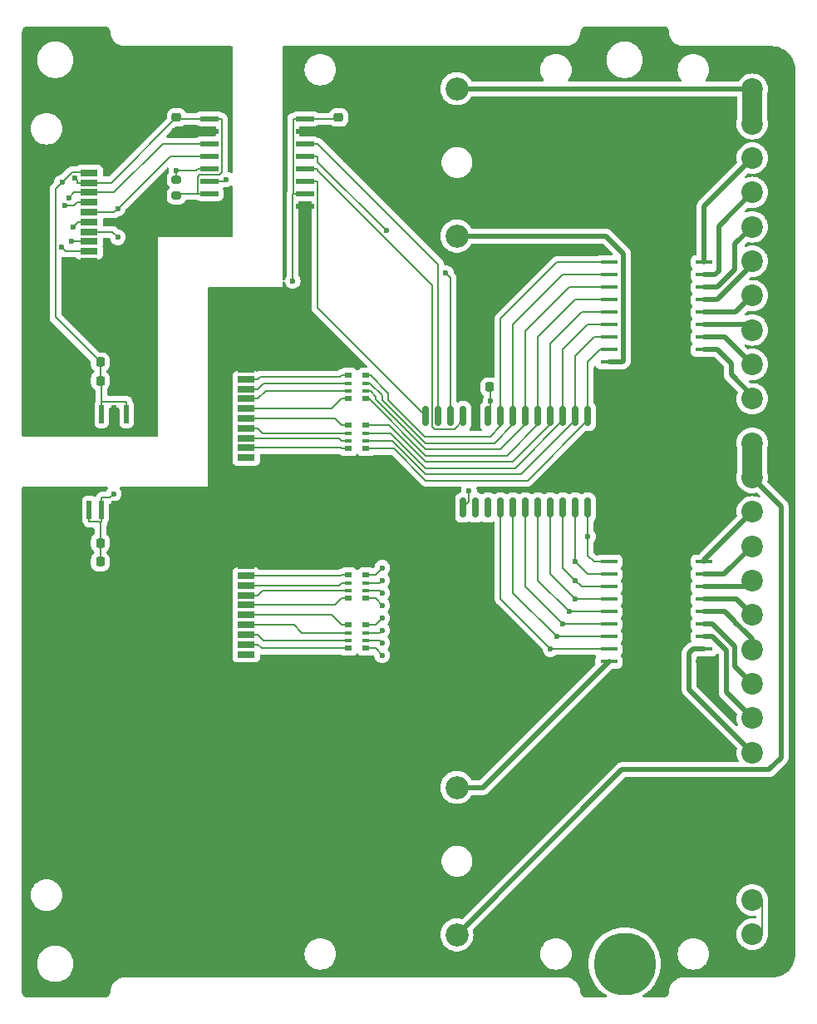
<source format=gbr>
%TF.GenerationSoftware,KiCad,Pcbnew,8.0.7-8.0.7-0~ubuntu24.04.1*%
%TF.CreationDate,2025-01-20T15:28:16+03:00*%
%TF.ProjectId,PM-DQ16-source,504d2d44-5131-4362-9d73-6f757263652e,rev?*%
%TF.SameCoordinates,Original*%
%TF.FileFunction,Copper,L1,Top*%
%TF.FilePolarity,Positive*%
%FSLAX46Y46*%
G04 Gerber Fmt 4.6, Leading zero omitted, Abs format (unit mm)*
G04 Created by KiCad (PCBNEW 8.0.7-8.0.7-0~ubuntu24.04.1) date 2025-01-20 15:28:16*
%MOMM*%
%LPD*%
G01*
G04 APERTURE LIST*
G04 Aperture macros list*
%AMRoundRect*
0 Rectangle with rounded corners*
0 $1 Rounding radius*
0 $2 $3 $4 $5 $6 $7 $8 $9 X,Y pos of 4 corners*
0 Add a 4 corners polygon primitive as box body*
4,1,4,$2,$3,$4,$5,$6,$7,$8,$9,$2,$3,0*
0 Add four circle primitives for the rounded corners*
1,1,$1+$1,$2,$3*
1,1,$1+$1,$4,$5*
1,1,$1+$1,$6,$7*
1,1,$1+$1,$8,$9*
0 Add four rect primitives between the rounded corners*
20,1,$1+$1,$2,$3,$4,$5,0*
20,1,$1+$1,$4,$5,$6,$7,0*
20,1,$1+$1,$6,$7,$8,$9,0*
20,1,$1+$1,$8,$9,$2,$3,0*%
G04 Aperture macros list end*
%TA.AperFunction,ComponentPad*%
%ADD10C,2.200000*%
%TD*%
%TA.AperFunction,SMDPad,CuDef*%
%ADD11R,1.716000X0.450800*%
%TD*%
%TA.AperFunction,ComponentPad*%
%ADD12C,2.350000*%
%TD*%
%TA.AperFunction,SMDPad,CuDef*%
%ADD13R,0.800000X0.500000*%
%TD*%
%TA.AperFunction,SMDPad,CuDef*%
%ADD14R,0.800000X0.400000*%
%TD*%
%TA.AperFunction,SMDPad,CuDef*%
%ADD15RoundRect,0.225000X0.225000X0.250000X-0.225000X0.250000X-0.225000X-0.250000X0.225000X-0.250000X0*%
%TD*%
%TA.AperFunction,SMDPad,CuDef*%
%ADD16RoundRect,0.225000X-0.225000X-0.250000X0.225000X-0.250000X0.225000X0.250000X-0.225000X0.250000X0*%
%TD*%
%TA.AperFunction,SMDPad,CuDef*%
%ADD17RoundRect,0.225000X-0.250000X0.225000X-0.250000X-0.225000X0.250000X-0.225000X0.250000X0.225000X0*%
%TD*%
%TA.AperFunction,SMDPad,CuDef*%
%ADD18RoundRect,0.150000X-0.150000X0.875000X-0.150000X-0.875000X0.150000X-0.875000X0.150000X0.875000X0*%
%TD*%
%TA.AperFunction,SMDPad,CuDef*%
%ADD19R,1.803400X0.635000*%
%TD*%
%TA.AperFunction,SMDPad,CuDef*%
%ADD20R,2.997200X2.590800*%
%TD*%
%TA.AperFunction,SMDPad,CuDef*%
%ADD21R,1.854200X0.482600*%
%TD*%
%TA.AperFunction,SMDPad,CuDef*%
%ADD22RoundRect,0.200000X0.275000X-0.200000X0.275000X0.200000X-0.275000X0.200000X-0.275000X-0.200000X0*%
%TD*%
%TA.AperFunction,SMDPad,CuDef*%
%ADD23R,0.482600X1.854200*%
%TD*%
%TA.AperFunction,ComponentPad*%
%ADD24O,6.350000X6.350000*%
%TD*%
%TA.AperFunction,ViaPad*%
%ADD25C,0.600000*%
%TD*%
%TA.AperFunction,Conductor*%
%ADD26C,0.500000*%
%TD*%
%TA.AperFunction,Conductor*%
%ADD27C,2.000000*%
%TD*%
%TA.AperFunction,Conductor*%
%ADD28C,0.200000*%
%TD*%
G04 APERTURE END LIST*
D10*
%TO.P,J6,5,Pin_5*%
%TO.N,GND_ISO*%
X25000000Y-29000000D03*
%TO.P,J6,4,Pin_4*%
X25000000Y-32500000D03*
%TO.P,J6,3,Pin_3*%
X25000000Y-36000000D03*
%TO.P,J6,2,Pin_2*%
%TO.N,/PE*%
X25000000Y-39500000D03*
%TO.P,J6,1,Pin_1*%
X25000000Y-43000000D03*
%TD*%
D11*
%TO.P,U6,1,I1*%
%TO.N,/a.0_in*%
X10389202Y25400000D03*
%TO.P,U6,2,I2*%
%TO.N,/a.1_in*%
X10389202Y24130000D03*
%TO.P,U6,3,I3*%
%TO.N,/a.2_in*%
X10389202Y22860000D03*
%TO.P,U6,4,I4*%
%TO.N,/a.3_in*%
X10389202Y21590000D03*
%TO.P,U6,5,I5*%
%TO.N,/a.4_in*%
X10389202Y20320000D03*
%TO.P,U6,6,I6*%
%TO.N,/a.5_in*%
X10389202Y19050000D03*
%TO.P,U6,7,I7*%
%TO.N,/a.6_in*%
X10389202Y17780000D03*
%TO.P,U6,8,I8*%
%TO.N,/a.7_in*%
X10389202Y16510000D03*
%TO.P,U6,9,VCC*%
%TO.N,Net-(U6-VCC)*%
X10389202Y15240000D03*
%TO.P,U6,10,GND*%
%TO.N,GND_ISO*%
X20090798Y15240000D03*
%TO.P,U6,11,O8*%
%TO.N,/a.7_out*%
X20090798Y16510000D03*
%TO.P,U6,12,O7*%
%TO.N,/a.6_out*%
X20090798Y17780000D03*
%TO.P,U6,13,O6*%
%TO.N,/a.5_out*%
X20090798Y19050000D03*
%TO.P,U6,14,O5*%
%TO.N,/a.4_out*%
X20090798Y20320000D03*
%TO.P,U6,15,O4*%
%TO.N,/a.3_out*%
X20090798Y21590000D03*
%TO.P,U6,16,O3*%
%TO.N,/a.2_out*%
X20090798Y22860000D03*
%TO.P,U6,17,O2*%
%TO.N,/a.1_out*%
X20090798Y24130000D03*
%TO.P,U6,18,O1*%
%TO.N,/a.0_out*%
X20090798Y25400000D03*
%TD*%
D10*
%TO.P,J5,1,Pin_1*%
%TO.N,/b.7_out*%
X25000000Y-24500000D03*
%TO.P,J5,2,Pin_2*%
%TO.N,/b.6_out*%
X25000000Y-21000000D03*
%TO.P,J5,3,Pin_3*%
%TO.N,/b.5_out*%
X25000000Y-17500000D03*
%TO.P,J5,4,Pin_4*%
%TO.N,/b.4_out*%
X25000000Y-14000000D03*
%TO.P,J5,5,Pin_5*%
%TO.N,/b.3_out*%
X25000000Y-10500000D03*
%TO.P,J5,6,Pin_6*%
%TO.N,/b.2_out*%
X25000000Y-7000000D03*
%TO.P,J5,7,Pin_7*%
%TO.N,/b.1_out*%
X25000000Y-3500000D03*
%TO.P,J5,8,Pin_8*%
%TO.N,/b.0_out*%
X25000000Y0D03*
%TO.P,J5,9,Pin_9*%
%TO.N,+V_b*%
X25000000Y3500000D03*
%TO.P,J5,10,Pin_10*%
X25000000Y7000000D03*
%TD*%
%TO.P,J3,1,Pin_1*%
%TO.N,/a.7_out*%
X25000000Y11500000D03*
%TO.P,J3,2,Pin_2*%
%TO.N,/a.6_out*%
X25000000Y15000000D03*
%TO.P,J3,3,Pin_3*%
%TO.N,/a.5_out*%
X25000000Y18500000D03*
%TO.P,J3,4,Pin_4*%
%TO.N,/a.4_out*%
X25000000Y22000000D03*
%TO.P,J3,5,Pin_5*%
%TO.N,/a.3_out*%
X25000000Y25500000D03*
%TO.P,J3,6,Pin_6*%
%TO.N,/a.2_out*%
X25000000Y29000000D03*
%TO.P,J3,7,Pin_7*%
%TO.N,/a.1_out*%
X25000000Y32500000D03*
%TO.P,J3,8,Pin_8*%
%TO.N,/a.0_out*%
X25000000Y36000000D03*
%TO.P,J3,9,Pin_9*%
%TO.N,+V_a*%
X25000000Y39500000D03*
%TO.P,J3,10,Pin_10*%
X25000000Y43000000D03*
%TD*%
D12*
%TO.P,U8,1,1*%
%TO.N,Net-(U6-VCC)*%
X-5080000Y28060000D03*
%TO.P,U8,2,2*%
%TO.N,+V_a*%
X-5080000Y43060000D03*
%TD*%
D13*
%TO.P,RN3,1,R1.1*%
%TO.N,Net-(J4-Pin_9)*%
X-16140000Y-6420000D03*
D14*
%TO.P,RN3,2,R2.1*%
%TO.N,Net-(J4-Pin_8)*%
X-16140000Y-7220000D03*
%TO.P,RN3,3,R3.1*%
%TO.N,Net-(J4-Pin_7)*%
X-16140000Y-8020000D03*
D13*
%TO.P,RN3,4,R4.1*%
%TO.N,Net-(J4-Pin_6)*%
X-16140000Y-8820000D03*
%TO.P,RN3,5,R4.2*%
%TO.N,/b.3_in*%
X-14340000Y-8820000D03*
D14*
%TO.P,RN3,6,R3.2*%
%TO.N,/b.2_in*%
X-14340000Y-8020000D03*
%TO.P,RN3,7,R2.2*%
%TO.N,/b.1_in*%
X-14340000Y-7220000D03*
D13*
%TO.P,RN3,8,R1.2*%
%TO.N,/b.0_in*%
X-14340000Y-6420000D03*
%TD*%
D15*
%TO.P,C7,1*%
%TO.N,+5V_ISO*%
X-1765000Y12700000D03*
%TO.P,C7,2*%
%TO.N,GND_ISO*%
X-3315000Y12700000D03*
%TD*%
D13*
%TO.P,RN4,1,R1.1*%
%TO.N,Net-(J4-Pin_5)*%
X-16140000Y-11500000D03*
D14*
%TO.P,RN4,2,R2.1*%
%TO.N,Net-(J4-Pin_4)*%
X-16140000Y-12300000D03*
%TO.P,RN4,3,R3.1*%
%TO.N,Net-(J4-Pin_3)*%
X-16140000Y-13100000D03*
D13*
%TO.P,RN4,4,R4.1*%
%TO.N,Net-(J4-Pin_2)*%
X-16140000Y-13900000D03*
%TO.P,RN4,5,R4.2*%
%TO.N,/b.7_in*%
X-14340000Y-13900000D03*
D14*
%TO.P,RN4,6,R3.2*%
%TO.N,/b.6_in*%
X-14340000Y-13100000D03*
%TO.P,RN4,7,R2.2*%
%TO.N,/b.5_in*%
X-14340000Y-12300000D03*
D13*
%TO.P,RN4,8,R1.2*%
%TO.N,/b.4_in*%
X-14340000Y-11500000D03*
%TD*%
D16*
%TO.P,C5,1*%
%TO.N,+5V_ISO*%
X-41415000Y-5080000D03*
%TO.P,C5,2*%
%TO.N,GND_ISO*%
X-39865000Y-5080000D03*
%TD*%
D17*
%TO.P,C1,1*%
%TO.N,+3.3V*%
X-33655000Y40145000D03*
%TO.P,C1,2*%
%TO.N,GND*%
X-33655000Y38595000D03*
%TD*%
D12*
%TO.P,U9,1,1*%
%TO.N,Net-(U7-VCC)*%
X-5080000Y-28060000D03*
%TO.P,U9,2,2*%
%TO.N,+V_b*%
X-5080000Y-43060000D03*
%TD*%
D13*
%TO.P,RN2,1,R1.1*%
%TO.N,Net-(J2-Pin_5)*%
X-16140000Y8820000D03*
D14*
%TO.P,RN2,2,R2.1*%
%TO.N,Net-(J2-Pin_4)*%
X-16140000Y8020000D03*
%TO.P,RN2,3,R3.1*%
%TO.N,Net-(J2-Pin_3)*%
X-16140000Y7220000D03*
D13*
%TO.P,RN2,4,R4.1*%
%TO.N,Net-(J2-Pin_2)*%
X-16140000Y6420000D03*
%TO.P,RN2,5,R4.2*%
%TO.N,/a.7_in*%
X-14340000Y6420000D03*
D14*
%TO.P,RN2,6,R3.2*%
%TO.N,/a.6_in*%
X-14340000Y7220000D03*
%TO.P,RN2,7,R2.2*%
%TO.N,/a.5_in*%
X-14340000Y8020000D03*
D13*
%TO.P,RN2,8,R1.2*%
%TO.N,/a.4_in*%
X-14340000Y8820000D03*
%TD*%
D11*
%TO.P,U7,1,I1*%
%TO.N,/b.0_in*%
X10389202Y-5080000D03*
%TO.P,U7,2,I2*%
%TO.N,/b.1_in*%
X10389202Y-6350000D03*
%TO.P,U7,3,I3*%
%TO.N,/b.2_in*%
X10389202Y-7620000D03*
%TO.P,U7,4,I4*%
%TO.N,/b.3_in*%
X10389202Y-8890000D03*
%TO.P,U7,5,I5*%
%TO.N,/b.4_in*%
X10389202Y-10160000D03*
%TO.P,U7,6,I6*%
%TO.N,/b.5_in*%
X10389202Y-11430000D03*
%TO.P,U7,7,I7*%
%TO.N,/b.6_in*%
X10389202Y-12700000D03*
%TO.P,U7,8,I8*%
%TO.N,/b.7_in*%
X10389202Y-13970000D03*
%TO.P,U7,9,VCC*%
%TO.N,Net-(U7-VCC)*%
X10389202Y-15240000D03*
%TO.P,U7,10,GND*%
%TO.N,GND_ISO*%
X20090798Y-15240000D03*
%TO.P,U7,11,O8*%
%TO.N,/b.7_out*%
X20090798Y-13970000D03*
%TO.P,U7,12,O7*%
%TO.N,/b.6_out*%
X20090798Y-12700000D03*
%TO.P,U7,13,O6*%
%TO.N,/b.5_out*%
X20090798Y-11430000D03*
%TO.P,U7,14,O5*%
%TO.N,/b.4_out*%
X20090798Y-10160000D03*
%TO.P,U7,15,O4*%
%TO.N,/b.3_out*%
X20090798Y-8890000D03*
%TO.P,U7,16,O3*%
%TO.N,/b.2_out*%
X20090798Y-7620000D03*
%TO.P,U7,17,O2*%
%TO.N,/b.1_out*%
X20090798Y-6350000D03*
%TO.P,U7,18,O1*%
%TO.N,/b.0_out*%
X20090798Y-5080000D03*
%TD*%
D16*
%TO.P,C3,1*%
%TO.N,+5V*%
X-41415000Y15240000D03*
%TO.P,C3,2*%
%TO.N,GND*%
X-39865000Y15240000D03*
%TD*%
D18*
%TO.P,U3,1,GPB0*%
%TO.N,/a.7_in*%
X8255000Y9730000D03*
%TO.P,U3,2,GPB1*%
%TO.N,/a.6_in*%
X6985000Y9730000D03*
%TO.P,U3,3,GPB2*%
%TO.N,/a.5_in*%
X5715000Y9730000D03*
%TO.P,U3,4,GPB3*%
%TO.N,/a.4_in*%
X4445000Y9730000D03*
%TO.P,U3,5,GPB4*%
%TO.N,/a.3_in*%
X3175000Y9730000D03*
%TO.P,U3,6,GPB5*%
%TO.N,/a.2_in*%
X1905000Y9730000D03*
%TO.P,U3,7,GPB6*%
%TO.N,/a.1_in*%
X635000Y9730000D03*
%TO.P,U3,8,GPB7*%
%TO.N,/a.0_in*%
X-635000Y9730000D03*
%TO.P,U3,9,VDD*%
%TO.N,+5V_ISO*%
X-1905000Y9730000D03*
%TO.P,U3,10,VSS*%
%TO.N,GND_ISO*%
X-3175000Y9730000D03*
%TO.P,U3,11,~{CS}*%
%TO.N,/CS_ISO*%
X-4445000Y9730000D03*
%TO.P,U3,12,SCK*%
%TO.N,/SCK_ISO*%
X-5715000Y9730000D03*
%TO.P,U3,13,SI*%
%TO.N,/MOSI_ISO*%
X-6985000Y9730000D03*
%TO.P,U3,14,SO*%
%TO.N,/MISO_ISO*%
X-8255000Y9730000D03*
%TO.P,U3,15,A0*%
%TO.N,GND_ISO*%
X-8255000Y430000D03*
%TO.P,U3,16,A1*%
X-6985000Y430000D03*
%TO.P,U3,17,A2*%
X-5715000Y430000D03*
%TO.P,U3,18,~{RESET}*%
%TO.N,+5V_ISO*%
X-4445000Y430000D03*
%TO.P,U3,19,INTB*%
%TO.N,unconnected-(U3-INTB-Pad19)*%
X-3175000Y430000D03*
%TO.P,U3,20,INTA*%
%TO.N,unconnected-(U3-INTA-Pad20)*%
X-1905000Y430000D03*
%TO.P,U3,21,GPA0*%
%TO.N,/b.7_in*%
X-635000Y430000D03*
%TO.P,U3,22,GPA1*%
%TO.N,/b.6_in*%
X635000Y430000D03*
%TO.P,U3,23,GPA2*%
%TO.N,/b.5_in*%
X1905000Y430000D03*
%TO.P,U3,24,GPA3*%
%TO.N,/b.4_in*%
X3175000Y430000D03*
%TO.P,U3,25,GPA4*%
%TO.N,/b.3_in*%
X4445000Y430000D03*
%TO.P,U3,26,GPA5*%
%TO.N,/b.2_in*%
X5715000Y430000D03*
%TO.P,U3,27,GPA6*%
%TO.N,/b.1_in*%
X6985000Y430000D03*
%TO.P,U3,28,GPA7*%
%TO.N,/b.0_in*%
X8255000Y430000D03*
%TD*%
D13*
%TO.P,RN1,1,R1.1*%
%TO.N,Net-(J2-Pin_9)*%
X-16140000Y13900000D03*
D14*
%TO.P,RN1,2,R2.1*%
%TO.N,Net-(J2-Pin_8)*%
X-16140000Y13100000D03*
%TO.P,RN1,3,R3.1*%
%TO.N,Net-(J2-Pin_7)*%
X-16140000Y12300000D03*
D13*
%TO.P,RN1,4,R4.1*%
%TO.N,Net-(J2-Pin_6)*%
X-16140000Y11500000D03*
%TO.P,RN1,5,R4.2*%
%TO.N,/a.3_in*%
X-14340000Y11500000D03*
D14*
%TO.P,RN1,6,R3.2*%
%TO.N,/a.2_in*%
X-14340000Y12300000D03*
%TO.P,RN1,7,R2.2*%
%TO.N,/a.1_in*%
X-14340000Y13100000D03*
D13*
%TO.P,RN1,8,R1.2*%
%TO.N,/a.0_in*%
X-14340000Y13900000D03*
%TD*%
D16*
%TO.P,C4,1*%
%TO.N,+5V*%
X-41415000Y13335000D03*
%TO.P,C4,2*%
%TO.N,GND*%
X-39865000Y13335000D03*
%TD*%
D19*
%TO.P,J1,1,Pin_1*%
%TO.N,GND*%
X-42556000Y25500009D03*
%TO.P,J1,2,Pin_2*%
%TO.N,/CS3*%
X-42556000Y26500007D03*
%TO.P,J1,3,Pin_3*%
%TO.N,/CS2*%
X-42556000Y27500005D03*
%TO.P,J1,4,Pin_4*%
%TO.N,/CS1*%
X-42556000Y28500003D03*
%TO.P,J1,5,Pin_5*%
%TO.N,/CS0*%
X-42556000Y29500001D03*
%TO.P,J1,6,Pin_6*%
%TO.N,/SCK*%
X-42556000Y30499999D03*
%TO.P,J1,7,Pin_7*%
%TO.N,/MISO*%
X-42556000Y31499997D03*
%TO.P,J1,8,Pin_8*%
%TO.N,/MOSI*%
X-42556000Y32499995D03*
%TO.P,J1,9,Pin_9*%
%TO.N,+3.3V*%
X-42556000Y33499993D03*
%TO.P,J1,10,Pin_10*%
%TO.N,+5V*%
X-42556000Y34499991D03*
D20*
%TO.P,J1,11,Pin_11*%
%TO.N,GND*%
X-40385999Y23149998D03*
X-40385999Y36850002D03*
%TD*%
D21*
%TO.P,U4,1,VDD*%
%TO.N,+3.3V*%
X-30276800Y40005000D03*
%TO.P,U4,2,GNDA*%
%TO.N,GND*%
X-30276800Y38735000D03*
%TO.P,U4,3,VI1*%
%TO.N,/MOSI*%
X-30276800Y37465000D03*
%TO.P,U4,4,VI2*%
%TO.N,/SCK*%
X-30276800Y36195000D03*
%TO.P,U4,5,VI3*%
%TO.N,/CS*%
X-30276800Y34925000D03*
%TO.P,U4,6,VO4*%
%TO.N,/MISO*%
X-30276800Y33655000D03*
%TO.P,U4,7,ENA*%
%TO.N,+3.3V*%
X-30276800Y32385000D03*
%TO.P,U4,8,GNDA*%
%TO.N,GND*%
X-30276800Y31115000D03*
%TO.P,U4,9,GNDB*%
%TO.N,GND_ISO*%
X-20523200Y31115000D03*
%TO.P,U4,10,ENB*%
%TO.N,+5V_ISO*%
X-20523200Y32385000D03*
%TO.P,U4,11,VI4*%
%TO.N,/MISO_ISO*%
X-20523200Y33655000D03*
%TO.P,U4,12,VO3*%
%TO.N,/CS_ISO*%
X-20523200Y34925000D03*
%TO.P,U4,13,VO2*%
%TO.N,/SCK_ISO*%
X-20523200Y36195000D03*
%TO.P,U4,14,VO1*%
%TO.N,/MOSI_ISO*%
X-20523200Y37465000D03*
%TO.P,U4,15,GNDB*%
%TO.N,GND_ISO*%
X-20523200Y38735000D03*
%TO.P,U4,16,VISO*%
%TO.N,+5V_ISO*%
X-20523200Y40005000D03*
%TD*%
D16*
%TO.P,C6,1*%
%TO.N,+5V_ISO*%
X-41415000Y-3175000D03*
%TO.P,C6,2*%
%TO.N,GND_ISO*%
X-39865000Y-3175000D03*
%TD*%
D22*
%TO.P,R1,1*%
%TO.N,+3.3V*%
X-33655000Y32195000D03*
%TO.P,R1,2*%
%TO.N,/CS*%
X-33655000Y33845000D03*
%TD*%
D23*
%TO.P,U5,1,EN*%
%TO.N,+5V*%
X-38735000Y9956800D03*
%TO.P,U5,2,GNDP*%
%TO.N,GND*%
X-40005000Y9956800D03*
%TO.P,U5,3,VINP*%
%TO.N,+5V*%
X-41275000Y9956800D03*
%TO.P,U5,4,NC*%
%TO.N,GND*%
X-42545000Y9956800D03*
%TO.P,U5,5,NC*%
X-43815000Y9956800D03*
%TO.P,U5,6,NC*%
X-45085000Y9956800D03*
%TO.P,U5,7,NC*%
X-46355000Y9956800D03*
%TO.P,U5,8,NC*%
X-47625000Y9956800D03*
%TO.P,U5,9,GNDS*%
%TO.N,GND_ISO*%
X-47625000Y203200D03*
%TO.P,U5,10,NC*%
X-46355000Y203200D03*
%TO.P,U5,11,NC*%
X-45085000Y203200D03*
%TO.P,U5,12,NC*%
X-43815000Y203200D03*
%TO.P,U5,13,SEL*%
%TO.N,+5V_ISO*%
X-42545000Y203200D03*
%TO.P,U5,14,VISO*%
X-41275000Y203200D03*
%TO.P,U5,15,GNDS*%
%TO.N,GND_ISO*%
X-40005000Y203200D03*
%TO.P,U5,16,GNDS*%
X-38735000Y203200D03*
%TD*%
D17*
%TO.P,C2,1*%
%TO.N,+5V_ISO*%
X-17145000Y40145000D03*
%TO.P,C2,2*%
%TO.N,GND_ISO*%
X-17145000Y38595000D03*
%TD*%
D19*
%TO.P,J2,1,Pin_1*%
%TO.N,unconnected-(J2-Pin_1-Pad1)*%
X-26556000Y5500009D03*
%TO.P,J2,2,Pin_2*%
%TO.N,Net-(J2-Pin_2)*%
X-26556000Y6500007D03*
%TO.P,J2,3,Pin_3*%
%TO.N,Net-(J2-Pin_3)*%
X-26556000Y7500005D03*
%TO.P,J2,4,Pin_4*%
%TO.N,Net-(J2-Pin_4)*%
X-26556000Y8500003D03*
%TO.P,J2,5,Pin_5*%
%TO.N,Net-(J2-Pin_5)*%
X-26556000Y9500001D03*
%TO.P,J2,6,Pin_6*%
%TO.N,Net-(J2-Pin_6)*%
X-26556000Y10499999D03*
%TO.P,J2,7,Pin_7*%
%TO.N,Net-(J2-Pin_7)*%
X-26556000Y11499997D03*
%TO.P,J2,8,Pin_8*%
%TO.N,Net-(J2-Pin_8)*%
X-26556000Y12499995D03*
%TO.P,J2,9,Pin_9*%
%TO.N,Net-(J2-Pin_9)*%
X-26556000Y13499993D03*
%TO.P,J2,10,Pin_10*%
%TO.N,GND_ISO*%
X-26556000Y14499991D03*
D20*
%TO.P,J2,11,Pin_11*%
X-24385999Y3149998D03*
X-24385999Y16850002D03*
%TD*%
D24*
%TO.P,PE1,1*%
%TO.N,/PE*%
X12000000Y-46000000D03*
%TD*%
D19*
%TO.P,J4,1,Pin_1*%
%TO.N,unconnected-(J4-Pin_1-Pad1)*%
X-26556000Y-14499991D03*
%TO.P,J4,2,Pin_2*%
%TO.N,Net-(J4-Pin_2)*%
X-26556000Y-13499993D03*
%TO.P,J4,3,Pin_3*%
%TO.N,Net-(J4-Pin_3)*%
X-26556000Y-12499995D03*
%TO.P,J4,4,Pin_4*%
%TO.N,Net-(J4-Pin_4)*%
X-26556000Y-11499997D03*
%TO.P,J4,5,Pin_5*%
%TO.N,Net-(J4-Pin_5)*%
X-26556000Y-10499999D03*
%TO.P,J4,6,Pin_6*%
%TO.N,Net-(J4-Pin_6)*%
X-26556000Y-9500001D03*
%TO.P,J4,7,Pin_7*%
%TO.N,Net-(J4-Pin_7)*%
X-26556000Y-8500003D03*
%TO.P,J4,8,Pin_8*%
%TO.N,Net-(J4-Pin_8)*%
X-26556000Y-7500005D03*
%TO.P,J4,9,Pin_9*%
%TO.N,Net-(J4-Pin_9)*%
X-26556000Y-6500007D03*
%TO.P,J4,10,Pin_10*%
%TO.N,GND_ISO*%
X-26556000Y-5500009D03*
D20*
%TO.P,J4,11,Pin_11*%
X-24385999Y-16850002D03*
X-24385999Y-3149998D03*
%TD*%
D25*
%TO.N,GND_ISO*%
X20320000Y-17780000D03*
X20955000Y-16510000D03*
X19685000Y-16510000D03*
%TO.N,/MOSI*%
X-44612300Y31976800D03*
%TO.N,/CS*%
X-33655000Y34770300D03*
%TO.N,/MISO*%
X-28598300Y33823000D03*
X-45050600Y31200700D03*
%TO.N,GND*%
X-39370000Y25400000D03*
X-38100000Y23495000D03*
X-39370000Y20955000D03*
X-38100000Y38100000D03*
X-42545000Y22225000D03*
X-42545000Y23495000D03*
X-39370000Y39370000D03*
X-38100000Y20955000D03*
X-32264264Y38664291D03*
X-40640000Y25400000D03*
X-38100000Y39370000D03*
X-40640000Y39370000D03*
X-38100000Y22225000D03*
X-38100000Y24765000D03*
X-42545000Y36830000D03*
X-41910000Y39370000D03*
X-41910000Y20955000D03*
X-40640000Y20955000D03*
X-42545000Y38100000D03*
%TO.N,/SCK*%
X-39629500Y30883000D03*
%TO.N,+3.3V*%
X-44016800Y33945800D03*
%TO.N,+5V*%
X-45308400Y33524000D03*
%TO.N,/CS3*%
X-45367200Y26935600D03*
%TO.N,/CS0*%
X-44169600Y29006200D03*
%TO.N,/CS1*%
X-39629500Y27941800D03*
%TO.N,/CS2*%
X-44389500Y27500000D03*
%TO.N,+5V_ISO*%
X-21823300Y23495000D03*
X-1663500Y11260400D03*
X-3843100Y2165500D03*
X-40043600Y1835200D03*
%TO.N,/SCK_ISO*%
X-6220000Y24292800D03*
X-12290800Y28602600D03*
%TO.N,/b.0_in*%
X-12700000Y-5715000D03*
X8255000Y-2540000D03*
%TO.N,/b.7_in*%
X-12700000Y-14605000D03*
X4445000Y-13970000D03*
%TO.N,/b.5_in*%
X-12700000Y-12065000D03*
X5715000Y-11430000D03*
%TO.N,/b.6_in*%
X-12700000Y-13335000D03*
X5080000Y-12700000D03*
%TO.N,/b.2_in*%
X-12700000Y-8255000D03*
X6985000Y-6985000D03*
%TO.N,/b.1_in*%
X-12700000Y-6985000D03*
X6985000Y-5080000D03*
%TO.N,/b.4_in*%
X-12700000Y-10795000D03*
X6350000Y-10160000D03*
%TO.N,/b.3_in*%
X6985000Y-8890000D03*
X-12700000Y-9525000D03*
%TD*%
D26*
%TO.N,/b.6_out*%
X20090798Y-12700000D02*
X20952208Y-12700000D01*
X20952208Y-12700000D02*
X22350000Y-14097792D01*
X22350000Y-14097792D02*
X22350000Y-18350000D01*
X22350000Y-18350000D02*
X25000000Y-21000000D01*
%TO.N,/b.4_out*%
X20090798Y-10160000D02*
X22225000Y-10160000D01*
X22225000Y-10160000D02*
X23250000Y-11185000D01*
X24315000Y-12250000D02*
X25000000Y-12935000D01*
X23250000Y-11185000D02*
X23250000Y-11224874D01*
X24275126Y-12250000D02*
X24315000Y-12250000D01*
X23250000Y-11224874D02*
X24275126Y-12250000D01*
X25000000Y-12935000D02*
X25000000Y-14000000D01*
%TO.N,/b.0_out*%
X20090798Y-5080000D02*
X20090798Y-4909202D01*
X20090798Y-4909202D02*
X25000000Y0D01*
%TO.N,/b.1_out*%
X20090798Y-6350000D02*
X22150000Y-6350000D01*
X22150000Y-6350000D02*
X25000000Y-3500000D01*
%TO.N,/b.2_out*%
X20090798Y-7620000D02*
X24380000Y-7620000D01*
X24380000Y-7620000D02*
X25000000Y-7000000D01*
%TO.N,/b.3_out*%
X20090798Y-8890000D02*
X23390000Y-8890000D01*
X23390000Y-8890000D02*
X25000000Y-10500000D01*
%TO.N,+V_b*%
X27940000Y-25034874D02*
X27940000Y560000D01*
X27940000Y560000D02*
X25000000Y3500000D01*
X-5080000Y-43060000D02*
X11730000Y-26250000D01*
X11730000Y-26250000D02*
X26724874Y-26250000D01*
X26724874Y-26250000D02*
X27940000Y-25034874D01*
D27*
X25000000Y7000000D02*
X25000000Y3500000D01*
D26*
%TO.N,/a.7_out*%
X20090798Y16510000D02*
X21448798Y16510000D01*
X21448798Y16510000D02*
X22860000Y15098798D01*
X22860000Y15098798D02*
X22860000Y13970000D01*
X22860000Y13970000D02*
X25000000Y11830000D01*
X25000000Y11830000D02*
X25000000Y11500000D01*
%TO.N,/a.6_out*%
X20090798Y17780000D02*
X22220000Y17780000D01*
X22220000Y17780000D02*
X25000000Y15000000D01*
%TO.N,/a.5_out*%
X20090798Y19050000D02*
X24450000Y19050000D01*
X24450000Y19050000D02*
X25000000Y18500000D01*
%TO.N,/a.0_out*%
X20090798Y25400000D02*
X20090798Y31090798D01*
X20090798Y31090798D02*
X25000000Y36000000D01*
%TO.N,/a.1_out*%
X20090798Y24130000D02*
X21204198Y24130000D01*
X21204198Y24130000D02*
X21598798Y24524600D01*
X21598798Y24524600D02*
X21598798Y29098798D01*
X21598798Y29098798D02*
X25000000Y32500000D01*
%TO.N,/a.2_out*%
X20090798Y22860000D02*
X21448798Y22860000D01*
X21448798Y22860000D02*
X23250000Y24661202D01*
X23250000Y24661202D02*
X23250000Y27250000D01*
X23250000Y27250000D02*
X25000000Y29000000D01*
%TO.N,/a.3_out*%
X20090798Y21590000D02*
X21451590Y21590000D01*
X21451590Y21590000D02*
X25000000Y25138410D01*
X25000000Y25138410D02*
X25000000Y25500000D01*
%TO.N,/a.4_out*%
X20090798Y20320000D02*
X23320000Y20320000D01*
X23320000Y20320000D02*
X25000000Y22000000D01*
%TO.N,+V_a*%
X-5080000Y43060000D02*
X24940000Y43060000D01*
X24940000Y43060000D02*
X25000000Y43000000D01*
D27*
X25000000Y43000000D02*
X25000000Y39500000D01*
D28*
%TO.N,/MOSI*%
X-44612300Y31976800D02*
X-44089100Y32500000D01*
X-30276800Y37465000D02*
X-35050800Y37465000D01*
X-44089100Y32500000D02*
X-42556000Y32500000D01*
X-40015800Y32500000D02*
X-42556000Y32500000D01*
X-35050800Y37465000D02*
X-40015800Y32500000D01*
%TO.N,/CS*%
X-31660300Y34770300D02*
X-31505600Y34925000D01*
X-30276800Y34925000D02*
X-31505600Y34925000D01*
X-33655000Y34770300D02*
X-33655000Y33845000D01*
X-33655000Y34770300D02*
X-31660300Y34770300D01*
%TO.N,/MISO*%
X-28599500Y33824200D02*
X-28598300Y33823000D01*
X-45050600Y31200700D02*
X-44058700Y31200700D01*
X-44058700Y31200700D02*
X-43759400Y31500000D01*
X-30276800Y33655000D02*
X-28768700Y33655000D01*
X-28768700Y33655000D02*
X-28599500Y33824200D01*
X-42556000Y31500000D02*
X-43759400Y31500000D01*
%TO.N,/SCK*%
X-40012500Y30500000D02*
X-42556000Y30500000D01*
X-34317500Y36195000D02*
X-39629500Y30883000D01*
X-30276800Y36195000D02*
X-34317500Y36195000D01*
X-39629500Y30883000D02*
X-40012500Y30500000D01*
%TO.N,+3.3V*%
X-40300000Y33500000D02*
X-33655000Y40145000D01*
X-29048000Y40005000D02*
X-29048000Y34530800D01*
X-31275800Y34317500D02*
X-31505600Y34087700D01*
X-43157700Y33500000D02*
X-42556000Y33500000D01*
X-31505600Y32385000D02*
X-33465000Y32385000D01*
X-42556000Y33500000D02*
X-40300000Y33500000D01*
X-30276800Y40005000D02*
X-29048000Y40005000D01*
X-33465000Y32385000D02*
X-33655000Y32195000D01*
X-43759400Y33500000D02*
X-43759400Y33688400D01*
X-43157700Y33500000D02*
X-43759400Y33500000D01*
X-33515000Y40005000D02*
X-33655000Y40145000D01*
X-43759400Y33688400D02*
X-44016800Y33945800D01*
X-31505600Y34087700D02*
X-31505600Y32385000D01*
X-30276800Y40005000D02*
X-33515000Y40005000D01*
X-29048000Y34530800D02*
X-29261300Y34317500D01*
X-30891200Y32385000D02*
X-30276800Y32385000D01*
X-29261300Y34317500D02*
X-31275800Y34317500D01*
X-30891200Y32385000D02*
X-31505600Y32385000D01*
%TO.N,+5V*%
X-41415000Y13335000D02*
X-41415000Y15240000D01*
X-38735000Y11185600D02*
X-41275000Y11185600D01*
X-41275000Y9956800D02*
X-41275000Y11185600D01*
X-41275000Y13195000D02*
X-41415000Y13335000D01*
X-44245600Y34586800D02*
X-45308400Y33524000D01*
X-42556000Y34500000D02*
X-42642800Y34586800D01*
X-42642800Y34586800D02*
X-44245600Y34586800D01*
X-45308400Y33524000D02*
X-45993900Y32838500D01*
X-45993900Y19818900D02*
X-41415000Y15240000D01*
X-45993900Y32838500D02*
X-45993900Y19818900D01*
X-38735000Y9956800D02*
X-38735000Y11185600D01*
X-41275000Y11185600D02*
X-41275000Y13195000D01*
%TO.N,/CS3*%
X-45367200Y26935600D02*
X-44931600Y26500000D01*
X-44931600Y26500000D02*
X-42556000Y26500000D01*
%TO.N,/CS0*%
X-43759400Y29416400D02*
X-43759400Y29500000D01*
X-42556000Y29500000D02*
X-43759400Y29500000D01*
X-44169600Y29006200D02*
X-43759400Y29416400D01*
%TO.N,/CS1*%
X-40187700Y28500000D02*
X-42556000Y28500000D01*
X-39629500Y27941800D02*
X-40187700Y28500000D01*
%TO.N,/CS2*%
X-44389500Y27500000D02*
X-42556000Y27500000D01*
%TO.N,+5V_ISO*%
X-21823300Y23495000D02*
X-21823300Y32312200D01*
X-41275000Y-411200D02*
X-41275000Y203200D01*
X-17285000Y40005000D02*
X-17145000Y40145000D01*
X-1663500Y9971500D02*
X-1663500Y11260400D01*
X-41555000Y-1025600D02*
X-41415000Y-1165600D01*
X-40446800Y1432000D02*
X-40043600Y1835200D01*
X-21823300Y32312200D02*
X-21750500Y32385000D01*
X-41415000Y-1165600D02*
X-41415000Y-3175000D01*
X-41275000Y-411200D02*
X-41275000Y-1025600D01*
X-42545000Y203200D02*
X-42545000Y-1025600D01*
X-1663500Y11260400D02*
X-1663500Y12598500D01*
X-21750500Y32385000D02*
X-21752000Y32385000D01*
X-1905000Y9730000D02*
X-1663500Y9971500D01*
X-20523200Y40005000D02*
X-21752000Y40005000D01*
X-41415000Y-3175000D02*
X-41415000Y-5080000D01*
X-20523200Y32385000D02*
X-21651100Y32385000D01*
X-4445000Y430000D02*
X-3843100Y1031900D01*
X-21651100Y32385000D02*
X-21750500Y32385000D01*
X-1663500Y12598500D02*
X-1765000Y12700000D01*
X-3843100Y1031900D02*
X-3843100Y2165500D01*
X-42545000Y-1025600D02*
X-41555000Y-1025600D01*
X-21752000Y32385000D02*
X-21752000Y40005000D01*
X-41275000Y-1025600D02*
X-41415000Y-1165600D01*
X-20523200Y40005000D02*
X-17285000Y40005000D01*
X-41275000Y1432000D02*
X-40446800Y1432000D01*
X-41275000Y203200D02*
X-41275000Y1432000D01*
%TO.N,/CS_ISO*%
X-7326300Y8398700D02*
X-5356800Y8398700D01*
X-7620000Y23081000D02*
X-7620000Y8692400D01*
X-19294400Y34755400D02*
X-7620000Y23081000D01*
X-7620000Y8692400D02*
X-7326300Y8398700D01*
X-20523200Y34925000D02*
X-19294400Y34925000D01*
X-19294400Y34925000D02*
X-19294400Y34755400D01*
X-5356800Y8398700D02*
X-4445000Y9310500D01*
X-4445000Y9310500D02*
X-4445000Y9730000D01*
%TO.N,/SCK_ISO*%
X-20523200Y36195000D02*
X-19294400Y36195000D01*
X-19294400Y36195000D02*
X-19294400Y35606200D01*
X-5715000Y23787800D02*
X-5715000Y9730000D01*
X-6220000Y24292800D02*
X-5715000Y23787800D01*
X-19294400Y35606200D02*
X-12290800Y28602600D01*
%TO.N,/MISO_ISO*%
X-19294400Y20769400D02*
X-8255000Y9730000D01*
X-19294400Y33655000D02*
X-19294400Y20769400D01*
X-20523200Y33655000D02*
X-19294400Y33655000D01*
%TO.N,/MOSI_ISO*%
X-20523200Y37465000D02*
X-19294400Y37465000D01*
X-6985000Y25155600D02*
X-6985000Y9730000D01*
X-19294400Y37465000D02*
X-6985000Y25155600D01*
%TO.N,/a.0_in*%
X-12065000Y11334724D02*
X-8350276Y7620000D01*
X-635000Y19685000D02*
X5080000Y25400000D01*
X-635000Y9730000D02*
X-635000Y19685000D01*
X-1720001Y7620000D02*
X-635000Y8705001D01*
X-13900000Y13900000D02*
X-12065000Y12065000D01*
X-14340000Y13900000D02*
X-13900000Y13900000D01*
X-12065000Y12065000D02*
X-12065000Y11334724D01*
X5080000Y25400000D02*
X10389202Y25400000D01*
X-8350276Y7620000D02*
X-1720001Y7620000D01*
X-635000Y8705001D02*
X-635000Y9730000D01*
%TO.N,/b.0_in*%
X-14340000Y-6420000D02*
X-13405000Y-6420000D01*
X8255000Y-2540000D02*
X8255000Y-4445000D01*
X-13405000Y-6420000D02*
X-12700000Y-5715000D01*
X8890000Y-5080000D02*
X10389202Y-5080000D01*
X8255000Y-4445000D02*
X8890000Y-5080000D01*
X8255000Y430000D02*
X8255000Y-2540000D01*
%TO.N,/b.7_in*%
X4445000Y-13970000D02*
X10389202Y-13970000D01*
X-13405000Y-13900000D02*
X-12700000Y-14605000D01*
X-635000Y430000D02*
X-635000Y-8890000D01*
X-635000Y-8890000D02*
X4445000Y-13970000D01*
X-14340000Y-13900000D02*
X-13405000Y-13900000D01*
%TO.N,/b.5_in*%
X-14340000Y-12300000D02*
X-12935000Y-12300000D01*
X5715000Y-11430000D02*
X10389202Y-11430000D01*
X1905000Y430000D02*
X1905000Y-7620000D01*
X1905000Y-7620000D02*
X5715000Y-11430000D01*
X-12935000Y-12300000D02*
X-12700000Y-12065000D01*
%TO.N,/a.2_in*%
X1905000Y18415000D02*
X6350000Y22860000D01*
X-13335000Y11745000D02*
X-13335000Y11430000D01*
X6350000Y22860000D02*
X10389202Y22860000D01*
X1905000Y9730000D02*
X1905000Y18415000D01*
X1905000Y8890000D02*
X1905000Y9730000D01*
X-635000Y6350000D02*
X1905000Y8890000D01*
X-13890000Y12300000D02*
X-13335000Y11745000D01*
X-13335000Y11430000D02*
X-8255000Y6350000D01*
X-14340000Y12300000D02*
X-13890000Y12300000D01*
X-8255000Y6350000D02*
X-635000Y6350000D01*
%TO.N,/b.6_in*%
X-12935000Y-13100000D02*
X-12700000Y-13335000D01*
X-14340000Y-13100000D02*
X-12935000Y-13100000D01*
X635000Y430000D02*
X635000Y-8255000D01*
X635000Y-8255000D02*
X5080000Y-12700000D01*
X5080000Y-12700000D02*
X10389202Y-12700000D01*
%TO.N,/a.3_in*%
X3175000Y9730000D02*
X3175000Y17780000D01*
X0Y5715000D02*
X3175000Y8890000D01*
X-14340000Y11500000D02*
X-14040000Y11500000D01*
X-14040000Y11500000D02*
X-8255000Y5715000D01*
X6985000Y21590000D02*
X10389202Y21590000D01*
X-8255000Y5715000D02*
X0Y5715000D01*
X3175000Y8890000D02*
X3175000Y9730000D01*
X3175000Y17780000D02*
X6985000Y21590000D01*
%TO.N,/a.5_in*%
X5715000Y9334448D02*
X5715000Y9730000D01*
X-11830000Y8020000D02*
X-8255000Y4445000D01*
X-14340000Y8020000D02*
X-11830000Y8020000D01*
X5715000Y9730000D02*
X5715000Y16510000D01*
X5715000Y16510000D02*
X8255000Y19050000D01*
X8255000Y19050000D02*
X10389202Y19050000D01*
X825552Y4445000D02*
X5715000Y9334448D01*
X-8255000Y4445000D02*
X825552Y4445000D01*
%TO.N,/a.7_in*%
X-8255000Y3175000D02*
X2095552Y3175000D01*
X-11500000Y6420000D02*
X-8255000Y3175000D01*
X8255000Y15240000D02*
X9525000Y16510000D01*
X2095552Y3175000D02*
X8255000Y9334448D01*
X9525000Y16510000D02*
X10389202Y16510000D01*
X8255000Y9730000D02*
X8255000Y15240000D01*
X8255000Y9334448D02*
X8255000Y9730000D01*
X-14340000Y6420000D02*
X-11500000Y6420000D01*
%TO.N,/b.2_in*%
X6985000Y-6985000D02*
X5715000Y-5715000D01*
X7620000Y-7620000D02*
X6985000Y-6985000D01*
X10389202Y-7620000D02*
X7620000Y-7620000D01*
X5715000Y-5715000D02*
X5715000Y430000D01*
X-12935000Y-8020000D02*
X-12700000Y-8255000D01*
X-14340000Y-8020000D02*
X-12935000Y-8020000D01*
%TO.N,/b.1_in*%
X6985000Y430000D02*
X6985000Y-5080000D01*
X-14340000Y-7220000D02*
X-12935000Y-7220000D01*
X8255000Y-6350000D02*
X10389202Y-6350000D01*
X-12935000Y-7220000D02*
X-12700000Y-6985000D01*
X6985000Y-5080000D02*
X8255000Y-6350000D01*
%TO.N,/b.4_in*%
X-14340000Y-11500000D02*
X-13405000Y-11500000D01*
X6350000Y-10160000D02*
X10389202Y-10160000D01*
X-13405000Y-11500000D02*
X-12700000Y-10795000D01*
X3175000Y-6985000D02*
X6350000Y-10160000D01*
X3175000Y430000D02*
X3175000Y-6985000D01*
%TO.N,/a.4_in*%
X7620000Y20320000D02*
X10389202Y20320000D01*
X4445000Y17145000D02*
X7620000Y20320000D01*
X4445000Y9730000D02*
X4445000Y17145000D01*
X635000Y5080000D02*
X4445000Y8890000D01*
X-11995000Y8820000D02*
X-8255000Y5080000D01*
X-8255000Y5080000D02*
X635000Y5080000D01*
X-14340000Y8820000D02*
X-11995000Y8820000D01*
X4445000Y8890000D02*
X4445000Y9730000D01*
%TO.N,/a.6_in*%
X-8255000Y3810000D02*
X1460552Y3810000D01*
X6985000Y15875000D02*
X8890000Y17780000D01*
X6985000Y9730000D02*
X6985000Y15875000D01*
X6985000Y9334448D02*
X6985000Y9730000D01*
X1460552Y3810000D02*
X6985000Y9334448D01*
X-14340000Y7220000D02*
X-11665000Y7220000D01*
X-11665000Y7220000D02*
X-8255000Y3810000D01*
X8890000Y17780000D02*
X10389202Y17780000D01*
%TO.N,/b.3_in*%
X4445000Y430000D02*
X4445000Y-6350000D01*
X6985000Y-8890000D02*
X10389202Y-8890000D01*
X4445000Y-6350000D02*
X6985000Y-8890000D01*
X-13405000Y-8820000D02*
X-12700000Y-9525000D01*
X-14340000Y-8820000D02*
X-13405000Y-8820000D01*
%TO.N,/a.1_in*%
X635000Y19050000D02*
X5715000Y24130000D01*
X635000Y9730000D02*
X635000Y19050000D01*
X635000Y8890000D02*
X635000Y9730000D01*
X-1270000Y6985000D02*
X635000Y8890000D01*
X-13940000Y13100000D02*
X-12700000Y11860000D01*
X-12700000Y11360686D02*
X-8324314Y6985000D01*
X-8324314Y6985000D02*
X-1270000Y6985000D01*
X5715000Y24130000D02*
X10389202Y24130000D01*
X-14340000Y13100000D02*
X-13940000Y13100000D01*
X-12700000Y11860000D02*
X-12700000Y11360686D01*
%TO.N,Net-(J2-Pin_8)*%
X-25352600Y12500000D02*
X-24752600Y13100000D01*
X-26556000Y12500000D02*
X-25352600Y12500000D01*
X-24752600Y13100000D02*
X-16140000Y13100000D01*
%TO.N,/PE*%
X26000000Y-39500000D02*
X26000000Y-43000000D01*
D26*
%TO.N,+V_a*%
X-5020000Y43000000D02*
X-5080000Y43060000D01*
%TO.N,Net-(U6-VCC)*%
X11897202Y15390000D02*
X11747202Y15240000D01*
X-5080000Y28060000D02*
X10112602Y28060000D01*
X10112602Y28060000D02*
X11897202Y26275400D01*
X11747202Y15240000D02*
X10389202Y15240000D01*
X11897202Y26275400D02*
X11897202Y15390000D01*
%TO.N,Net-(U7-VCC)*%
X-2430798Y-28060000D02*
X10389202Y-15240000D01*
X-5080000Y-28060000D02*
X-2430798Y-28060000D01*
D28*
%TO.N,Net-(J2-Pin_6)*%
X-26556000Y10500000D02*
X-17841700Y10500000D01*
X-17841700Y10500000D02*
X-16841700Y11500000D01*
X-16140000Y11500000D02*
X-16841700Y11500000D01*
%TO.N,Net-(J2-Pin_9)*%
X-16990200Y13751500D02*
X-16841700Y13900000D01*
X-26556000Y13500000D02*
X-25352600Y13500000D01*
X-16140000Y13900000D02*
X-16841700Y13900000D01*
X-25352600Y13500000D02*
X-25101100Y13751500D01*
X-25101100Y13751500D02*
X-16990200Y13751500D01*
%TO.N,Net-(J2-Pin_7)*%
X-25352600Y11500000D02*
X-24552600Y12300000D01*
X-26556000Y11500000D02*
X-25352600Y11500000D01*
X-24552600Y12300000D02*
X-16140000Y12300000D01*
%TO.N,Net-(J2-Pin_2)*%
X-26556000Y6500000D02*
X-16921700Y6500000D01*
X-16921700Y6500000D02*
X-16841700Y6420000D01*
X-16140000Y6420000D02*
X-16841700Y6420000D01*
%TO.N,Net-(J2-Pin_5)*%
X-17521700Y9500000D02*
X-16841700Y8820000D01*
X-26556000Y9500000D02*
X-17521700Y9500000D01*
X-16140000Y8820000D02*
X-16841700Y8820000D01*
%TO.N,Net-(J2-Pin_4)*%
X-25352600Y8500000D02*
X-24872600Y8020000D01*
X-26556000Y8500000D02*
X-25352600Y8500000D01*
X-24872600Y8020000D02*
X-16140000Y8020000D01*
%TO.N,Net-(J2-Pin_3)*%
X-26556000Y7500000D02*
X-17121700Y7500000D01*
X-16140000Y7220000D02*
X-16841700Y7220000D01*
X-17121700Y7500000D02*
X-16841700Y7220000D01*
%TO.N,Net-(J4-Pin_9)*%
X-16140000Y-6420000D02*
X-16841700Y-6420000D01*
X-16921700Y-6500000D02*
X-16841700Y-6420000D01*
X-26556000Y-6500000D02*
X-16921700Y-6500000D01*
%TO.N,Net-(J4-Pin_4)*%
X-20876500Y-12300000D02*
X-16140000Y-12300000D01*
X-21676500Y-11500000D02*
X-20876500Y-12300000D01*
X-26556000Y-11500000D02*
X-21676500Y-11500000D01*
%TO.N,Net-(J4-Pin_3)*%
X-26556000Y-12500000D02*
X-25352600Y-12500000D01*
X-24752600Y-13100000D02*
X-25352600Y-12500000D01*
X-16140000Y-13100000D02*
X-24752600Y-13100000D01*
%TO.N,Net-(J4-Pin_6)*%
X-16140000Y-8820000D02*
X-16841700Y-8820000D01*
X-26556000Y-9500000D02*
X-17521700Y-9500000D01*
X-17521700Y-9500000D02*
X-16841700Y-8820000D01*
%TO.N,Net-(J4-Pin_2)*%
X-24952600Y-13900000D02*
X-16140000Y-13900000D01*
X-25352600Y-13500000D02*
X-24952600Y-13900000D01*
X-26556000Y-13500000D02*
X-25352600Y-13500000D01*
%TO.N,Net-(J4-Pin_5)*%
X-16140000Y-11500000D02*
X-16841700Y-11500000D01*
X-17841700Y-10500000D02*
X-16841700Y-11500000D01*
X-26556000Y-10500000D02*
X-17841700Y-10500000D01*
%TO.N,Net-(J4-Pin_8)*%
X-26556000Y-7500000D02*
X-17121700Y-7500000D01*
X-16140000Y-7220000D02*
X-16841700Y-7220000D01*
X-17121700Y-7500000D02*
X-16841700Y-7220000D01*
%TO.N,Net-(J4-Pin_7)*%
X-24872600Y-8020000D02*
X-16140000Y-8020000D01*
X-26556000Y-8500000D02*
X-25352600Y-8500000D01*
X-25352600Y-8500000D02*
X-24872600Y-8020000D01*
D26*
%TO.N,/b.7_out*%
X20090798Y-13970000D02*
X18977398Y-13970000D01*
X18977398Y-13970000D02*
X18582798Y-14364600D01*
X18582798Y-14364600D02*
X18582798Y-18082798D01*
X18582798Y-18082798D02*
X25000000Y-24500000D01*
%TO.N,/b.5_out*%
X20090798Y-11430000D02*
X20955000Y-11430000D01*
X20955000Y-11430000D02*
X23250000Y-13725000D01*
X23250000Y-13725000D02*
X23250000Y-15750000D01*
X23250000Y-15750000D02*
X25000000Y-17500000D01*
%TD*%
%TA.AperFunction,Conductor*%
%TO.N,GND_ISO*%
G36*
X21563182Y-14446217D02*
G01*
X21596666Y-14507540D01*
X21599500Y-14533897D01*
X21599500Y-18423918D01*
X21599500Y-18423920D01*
X21599499Y-18423920D01*
X21628340Y-18568907D01*
X21628343Y-18568917D01*
X21684914Y-18705492D01*
X21713237Y-18747880D01*
X21713238Y-18747883D01*
X21767046Y-18828414D01*
X21767052Y-18828421D01*
X23418097Y-20479465D01*
X23451582Y-20540788D01*
X23450990Y-20596092D01*
X23414317Y-20748850D01*
X23414316Y-20748859D01*
X23394551Y-20999999D01*
X23414317Y-21251151D01*
X23473127Y-21496112D01*
X23473127Y-21496114D01*
X23528472Y-21629729D01*
X23535941Y-21699198D01*
X23504666Y-21761677D01*
X23444576Y-21797329D01*
X23374751Y-21794835D01*
X23326230Y-21764862D01*
X19369617Y-17808249D01*
X19336132Y-17746926D01*
X19333298Y-17720568D01*
X19333298Y-14844500D01*
X19352983Y-14777461D01*
X19405787Y-14731706D01*
X19457298Y-14720500D01*
X20164717Y-14720500D01*
X20276408Y-14698282D01*
X20300601Y-14695899D01*
X20996669Y-14695899D01*
X20996670Y-14695899D01*
X21056281Y-14689491D01*
X21191129Y-14639196D01*
X21306344Y-14552946D01*
X21340330Y-14507547D01*
X21376234Y-14459586D01*
X21432167Y-14417715D01*
X21501859Y-14412731D01*
X21563182Y-14446217D01*
G37*
%TD.AperFunction*%
%TA.AperFunction,Conductor*%
G36*
X16006922Y49398720D02*
G01*
X16097266Y49388541D01*
X16124331Y49382364D01*
X16203540Y49354648D01*
X16228553Y49342602D01*
X16299606Y49297957D01*
X16321313Y49280645D01*
X16380644Y49221314D01*
X16397957Y49199605D01*
X16442600Y49128556D01*
X16454648Y49103538D01*
X16482362Y49024334D01*
X16488540Y48997265D01*
X16498720Y48906924D01*
X16499500Y48893039D01*
X16499500Y48792683D01*
X16530044Y48580236D01*
X16530047Y48580226D01*
X16590517Y48374285D01*
X16679672Y48179062D01*
X16679679Y48179049D01*
X16795720Y47998486D01*
X16936275Y47836276D01*
X16956400Y47818838D01*
X17098487Y47695719D01*
X17227531Y47612789D01*
X17279048Y47579680D01*
X17279061Y47579673D01*
X17474284Y47490518D01*
X17474288Y47490517D01*
X17474290Y47490516D01*
X17680231Y47430046D01*
X17680232Y47430046D01*
X17680235Y47430045D01*
X17743584Y47420938D01*
X17892682Y47399500D01*
X17934108Y47399500D01*
X26934108Y47399500D01*
X26996249Y47399500D01*
X27003736Y47399274D01*
X27281742Y47382458D01*
X27296605Y47380653D01*
X27371845Y47366865D01*
X27566866Y47331126D01*
X27581395Y47327545D01*
X27843713Y47245803D01*
X27857706Y47240496D01*
X27897166Y47222737D01*
X28108264Y47127730D01*
X28121522Y47120772D01*
X28356658Y46978627D01*
X28368969Y46970129D01*
X28560321Y46820215D01*
X28585261Y46800676D01*
X28596469Y46790746D01*
X28790745Y46596470D01*
X28800675Y46585262D01*
X28970124Y46368976D01*
X28978630Y46356653D01*
X29120770Y46121524D01*
X29127729Y46108265D01*
X29240494Y45857710D01*
X29245803Y45843710D01*
X29327542Y45581403D01*
X29331126Y45566863D01*
X29380652Y45296606D01*
X29382457Y45281742D01*
X29399274Y45003737D01*
X29399500Y44996250D01*
X29399500Y-44996249D01*
X29399274Y-45003736D01*
X29382457Y-45281741D01*
X29380652Y-45296605D01*
X29331126Y-45566862D01*
X29327542Y-45581402D01*
X29245803Y-45843709D01*
X29240494Y-45857709D01*
X29127729Y-46108264D01*
X29120770Y-46121523D01*
X28978630Y-46356652D01*
X28970124Y-46368975D01*
X28800675Y-46585261D01*
X28790745Y-46596469D01*
X28596469Y-46790745D01*
X28585261Y-46800675D01*
X28368975Y-46970124D01*
X28356652Y-46978630D01*
X28121523Y-47120770D01*
X28108264Y-47127729D01*
X27857709Y-47240494D01*
X27843709Y-47245803D01*
X27581402Y-47327542D01*
X27566862Y-47331126D01*
X27296605Y-47380652D01*
X27281741Y-47382457D01*
X27003736Y-47399274D01*
X26996249Y-47399500D01*
X17892682Y-47399500D01*
X17680235Y-47430044D01*
X17680225Y-47430047D01*
X17474284Y-47490517D01*
X17279061Y-47579672D01*
X17279048Y-47579679D01*
X17098485Y-47695720D01*
X16936275Y-47836275D01*
X16795720Y-47998485D01*
X16679679Y-48179048D01*
X16679672Y-48179061D01*
X16590517Y-48374284D01*
X16530047Y-48580225D01*
X16530044Y-48580235D01*
X16499500Y-48792682D01*
X16499500Y-48893038D01*
X16498720Y-48906923D01*
X16488540Y-48997264D01*
X16482362Y-49024333D01*
X16454648Y-49103537D01*
X16442600Y-49128555D01*
X16397957Y-49199604D01*
X16380644Y-49221313D01*
X16321313Y-49280644D01*
X16299604Y-49297957D01*
X16228555Y-49342600D01*
X16203537Y-49354648D01*
X16124333Y-49382362D01*
X16097264Y-49388540D01*
X16017075Y-49397576D01*
X16006921Y-49398720D01*
X15993038Y-49399500D01*
X13932353Y-49399500D01*
X13865314Y-49379815D01*
X13819559Y-49327011D01*
X13809615Y-49257853D01*
X13838640Y-49194297D01*
X13864818Y-49171505D01*
X14163362Y-48977628D01*
X14163364Y-48977626D01*
X14163369Y-48977623D01*
X14462765Y-48735177D01*
X14735177Y-48462765D01*
X14977623Y-48163369D01*
X15061620Y-48034026D01*
X15088876Y-47992054D01*
X15187445Y-47840272D01*
X15362344Y-47497012D01*
X15500405Y-47137351D01*
X15600115Y-46765228D01*
X15660382Y-46384722D01*
X15680544Y-46000000D01*
X15660382Y-45615278D01*
X15600115Y-45234772D01*
X15537208Y-45000000D01*
X17394551Y-45000000D01*
X17414317Y-45251151D01*
X17473126Y-45496110D01*
X17569533Y-45728859D01*
X17701160Y-45943653D01*
X17701161Y-45943656D01*
X17701164Y-45943659D01*
X17864776Y-46135224D01*
X17964391Y-46220303D01*
X18056343Y-46298838D01*
X18056346Y-46298839D01*
X18271140Y-46430466D01*
X18503889Y-46526873D01*
X18748852Y-46585683D01*
X19000000Y-46605449D01*
X19251148Y-46585683D01*
X19496111Y-46526873D01*
X19728859Y-46430466D01*
X19943659Y-46298836D01*
X20135224Y-46135224D01*
X20298836Y-45943659D01*
X20430466Y-45728859D01*
X20526873Y-45496111D01*
X20585683Y-45251148D01*
X20605449Y-45000000D01*
X20585683Y-44748852D01*
X20526873Y-44503889D01*
X20472919Y-44373631D01*
X20430466Y-44271140D01*
X20298839Y-44056346D01*
X20298838Y-44056343D01*
X20256258Y-44006489D01*
X20135224Y-43864776D01*
X19976086Y-43728859D01*
X19943656Y-43701161D01*
X19943653Y-43701160D01*
X19728859Y-43569533D01*
X19496110Y-43473126D01*
X19251151Y-43414317D01*
X19000000Y-43394551D01*
X18748848Y-43414317D01*
X18503889Y-43473126D01*
X18271140Y-43569533D01*
X18056346Y-43701160D01*
X18056343Y-43701161D01*
X17864776Y-43864776D01*
X17701161Y-44056343D01*
X17701160Y-44056346D01*
X17569533Y-44271140D01*
X17473126Y-44503889D01*
X17414317Y-44748848D01*
X17394551Y-45000000D01*
X15537208Y-45000000D01*
X15500405Y-44862649D01*
X15362344Y-44502988D01*
X15187445Y-44159728D01*
X15171532Y-44135224D01*
X14977628Y-43836637D01*
X14977626Y-43836635D01*
X14867922Y-43701161D01*
X14735177Y-43537235D01*
X14462765Y-43264823D01*
X14163369Y-43022377D01*
X14163368Y-43022376D01*
X14163364Y-43022373D01*
X14163362Y-43022371D01*
X13840276Y-42812557D01*
X13497015Y-42637657D01*
X13137358Y-42499597D01*
X13137351Y-42499595D01*
X12765228Y-42399885D01*
X12765224Y-42399884D01*
X12765223Y-42399884D01*
X12384723Y-42339618D01*
X12000001Y-42319456D01*
X11999999Y-42319456D01*
X11615276Y-42339618D01*
X11234777Y-42399884D01*
X11234775Y-42399884D01*
X10862641Y-42499597D01*
X10502984Y-42637657D01*
X10159723Y-42812557D01*
X9836637Y-43022371D01*
X9836635Y-43022373D01*
X9537239Y-43264819D01*
X9537231Y-43264826D01*
X9264826Y-43537231D01*
X9264819Y-43537239D01*
X9022373Y-43836635D01*
X9022371Y-43836637D01*
X8812557Y-44159723D01*
X8637657Y-44502984D01*
X8499597Y-44862641D01*
X8399884Y-45234775D01*
X8399884Y-45234777D01*
X8339618Y-45615276D01*
X8319456Y-45999999D01*
X8319456Y-46000000D01*
X8339618Y-46384723D01*
X8372315Y-46591163D01*
X8399885Y-46765228D01*
X8414618Y-46820214D01*
X8499597Y-47137358D01*
X8637657Y-47497015D01*
X8812557Y-47840276D01*
X9022371Y-48163362D01*
X9022373Y-48163364D01*
X9022376Y-48163368D01*
X9022377Y-48163369D01*
X9264823Y-48462765D01*
X9537235Y-48735177D01*
X9749323Y-48906922D01*
X9836635Y-48977626D01*
X9836637Y-48977628D01*
X10135182Y-49171505D01*
X10180685Y-49224526D01*
X10190299Y-49293731D01*
X10160972Y-49357148D01*
X10102015Y-49394642D01*
X10067647Y-49399500D01*
X8006962Y-49399500D01*
X7993078Y-49398720D01*
X7980553Y-49397308D01*
X7902735Y-49388540D01*
X7875666Y-49382362D01*
X7796462Y-49354648D01*
X7771444Y-49342600D01*
X7700395Y-49297957D01*
X7678686Y-49280644D01*
X7619355Y-49221313D01*
X7602042Y-49199604D01*
X7598707Y-49194297D01*
X7557398Y-49128553D01*
X7545351Y-49103537D01*
X7517637Y-49024333D01*
X7511459Y-48997263D01*
X7509246Y-48977626D01*
X7501280Y-48906922D01*
X7500500Y-48893038D01*
X7500500Y-48792683D01*
X7500500Y-48792682D01*
X7469954Y-48580231D01*
X7409484Y-48374290D01*
X7409483Y-48374288D01*
X7409482Y-48374284D01*
X7320327Y-48179061D01*
X7320320Y-48179048D01*
X7227120Y-48034026D01*
X7204281Y-47998487D01*
X7171172Y-47960277D01*
X7063724Y-47836275D01*
X6901514Y-47695720D01*
X6901513Y-47695719D01*
X6824634Y-47646312D01*
X6720951Y-47579679D01*
X6720938Y-47579672D01*
X6525715Y-47490517D01*
X6319774Y-47430047D01*
X6319764Y-47430044D01*
X6128754Y-47402582D01*
X6107318Y-47399500D01*
X6065892Y-47399500D01*
X-38834108Y-47399500D01*
X-38900000Y-47399500D01*
X-39007318Y-47399500D01*
X-39219765Y-47430044D01*
X-39219775Y-47430047D01*
X-39425716Y-47490517D01*
X-39620939Y-47579672D01*
X-39620952Y-47579679D01*
X-39801515Y-47695720D01*
X-39963725Y-47836275D01*
X-40104280Y-47998485D01*
X-40220321Y-48179048D01*
X-40220328Y-48179061D01*
X-40309483Y-48374284D01*
X-40369953Y-48580225D01*
X-40369956Y-48580235D01*
X-40400500Y-48792682D01*
X-40400500Y-48893038D01*
X-40401280Y-48906923D01*
X-40411460Y-48997264D01*
X-40417638Y-49024333D01*
X-40445352Y-49103537D01*
X-40457400Y-49128555D01*
X-40502043Y-49199604D01*
X-40519356Y-49221313D01*
X-40578687Y-49280644D01*
X-40600396Y-49297957D01*
X-40671445Y-49342600D01*
X-40696463Y-49354648D01*
X-40775667Y-49382362D01*
X-40802736Y-49388540D01*
X-40882925Y-49397576D01*
X-40893079Y-49398720D01*
X-40906962Y-49399500D01*
X-48893038Y-49399500D01*
X-48906922Y-49398720D01*
X-48919447Y-49397308D01*
X-48997265Y-49388540D01*
X-49024334Y-49382362D01*
X-49103538Y-49354648D01*
X-49128556Y-49342600D01*
X-49199605Y-49297957D01*
X-49221314Y-49280644D01*
X-49280645Y-49221313D01*
X-49297958Y-49199604D01*
X-49301293Y-49194297D01*
X-49342602Y-49128553D01*
X-49354649Y-49103537D01*
X-49382363Y-49024333D01*
X-49388541Y-48997263D01*
X-49390754Y-48977626D01*
X-49398720Y-48906922D01*
X-49399500Y-48893038D01*
X-49399500Y-45878711D01*
X-47850500Y-45878711D01*
X-47850500Y-46121288D01*
X-47819515Y-46356652D01*
X-47818838Y-46361789D01*
X-47812693Y-46384722D01*
X-47756053Y-46596104D01*
X-47663227Y-46820205D01*
X-47663224Y-46820212D01*
X-47541936Y-47030289D01*
X-47541934Y-47030292D01*
X-47541933Y-47030293D01*
X-47394267Y-47222736D01*
X-47394261Y-47222743D01*
X-47222744Y-47394260D01*
X-47222738Y-47394265D01*
X-47030289Y-47541936D01*
X-46820212Y-47663224D01*
X-46596100Y-47756054D01*
X-46361789Y-47818838D01*
X-46198948Y-47840276D01*
X-46121289Y-47850500D01*
X-46121288Y-47850500D01*
X-45878711Y-47850500D01*
X-45801052Y-47840276D01*
X-45638211Y-47818838D01*
X-45403900Y-47756054D01*
X-45179788Y-47663224D01*
X-44969711Y-47541936D01*
X-44777262Y-47394265D01*
X-44605735Y-47222738D01*
X-44458064Y-47030289D01*
X-44336776Y-46820212D01*
X-44243946Y-46596100D01*
X-44181162Y-46361789D01*
X-44149500Y-46121288D01*
X-44149500Y-45878712D01*
X-44181162Y-45638211D01*
X-44243946Y-45403900D01*
X-44336776Y-45179788D01*
X-44440577Y-45000000D01*
X-20605449Y-45000000D01*
X-20585683Y-45251151D01*
X-20526874Y-45496110D01*
X-20430467Y-45728859D01*
X-20298840Y-45943653D01*
X-20298839Y-45943656D01*
X-20298836Y-45943659D01*
X-20135224Y-46135224D01*
X-20035609Y-46220303D01*
X-19943657Y-46298838D01*
X-19943654Y-46298839D01*
X-19728860Y-46430466D01*
X-19496111Y-46526873D01*
X-19251148Y-46585683D01*
X-19000000Y-46605449D01*
X-18748852Y-46585683D01*
X-18503889Y-46526873D01*
X-18271141Y-46430466D01*
X-18056341Y-46298836D01*
X-17864776Y-46135224D01*
X-17701164Y-45943659D01*
X-17569534Y-45728859D01*
X-17473127Y-45496111D01*
X-17414317Y-45251148D01*
X-17394551Y-45000000D01*
X3394551Y-45000000D01*
X3414317Y-45251151D01*
X3473126Y-45496110D01*
X3569533Y-45728859D01*
X3701160Y-45943653D01*
X3701161Y-45943656D01*
X3701164Y-45943659D01*
X3864776Y-46135224D01*
X3964391Y-46220303D01*
X4056343Y-46298838D01*
X4056346Y-46298839D01*
X4271140Y-46430466D01*
X4503889Y-46526873D01*
X4748852Y-46585683D01*
X5000000Y-46605449D01*
X5251148Y-46585683D01*
X5496111Y-46526873D01*
X5728859Y-46430466D01*
X5943659Y-46298836D01*
X6135224Y-46135224D01*
X6298836Y-45943659D01*
X6430466Y-45728859D01*
X6526873Y-45496111D01*
X6585683Y-45251148D01*
X6605449Y-45000000D01*
X6585683Y-44748852D01*
X6526873Y-44503889D01*
X6472919Y-44373631D01*
X6430466Y-44271140D01*
X6298839Y-44056346D01*
X6298838Y-44056343D01*
X6256258Y-44006489D01*
X6135224Y-43864776D01*
X5976086Y-43728859D01*
X5943656Y-43701161D01*
X5943653Y-43701160D01*
X5728859Y-43569533D01*
X5496110Y-43473126D01*
X5251151Y-43414317D01*
X5000000Y-43394551D01*
X4748848Y-43414317D01*
X4503889Y-43473126D01*
X4271140Y-43569533D01*
X4056346Y-43701160D01*
X4056343Y-43701161D01*
X3864776Y-43864776D01*
X3701161Y-44056343D01*
X3701160Y-44056346D01*
X3569533Y-44271140D01*
X3473126Y-44503889D01*
X3414317Y-44748848D01*
X3394551Y-45000000D01*
X-17394551Y-45000000D01*
X-17414317Y-44748852D01*
X-17473127Y-44503889D01*
X-17527081Y-44373631D01*
X-17569534Y-44271140D01*
X-17701161Y-44056346D01*
X-17701162Y-44056343D01*
X-17743742Y-44006489D01*
X-17864776Y-43864776D01*
X-18023914Y-43728859D01*
X-18056344Y-43701161D01*
X-18056347Y-43701160D01*
X-18271141Y-43569533D01*
X-18503890Y-43473126D01*
X-18748849Y-43414317D01*
X-19000000Y-43394551D01*
X-19251152Y-43414317D01*
X-19496111Y-43473126D01*
X-19728860Y-43569533D01*
X-19943654Y-43701160D01*
X-19943657Y-43701161D01*
X-20135224Y-43864776D01*
X-20298839Y-44056343D01*
X-20298840Y-44056346D01*
X-20430467Y-44271140D01*
X-20526874Y-44503889D01*
X-20585683Y-44748848D01*
X-20605449Y-45000000D01*
X-44440577Y-45000000D01*
X-44458064Y-44969711D01*
X-44540215Y-44862649D01*
X-44605734Y-44777263D01*
X-44605740Y-44777256D01*
X-44777257Y-44605739D01*
X-44777264Y-44605733D01*
X-44969707Y-44458067D01*
X-44969708Y-44458066D01*
X-44969711Y-44458064D01*
X-45179788Y-44336776D01*
X-45179795Y-44336773D01*
X-45403896Y-44243947D01*
X-45638215Y-44181161D01*
X-45878711Y-44149500D01*
X-45878712Y-44149500D01*
X-46121288Y-44149500D01*
X-46121289Y-44149500D01*
X-46361786Y-44181161D01*
X-46596105Y-44243947D01*
X-46820206Y-44336773D01*
X-46820215Y-44336777D01*
X-47030294Y-44458067D01*
X-47222737Y-44605733D01*
X-47222744Y-44605739D01*
X-47394261Y-44777256D01*
X-47394267Y-44777263D01*
X-47541933Y-44969706D01*
X-47663223Y-45179785D01*
X-47663227Y-45179794D01*
X-47756053Y-45403895D01*
X-47818839Y-45638214D01*
X-47850500Y-45878711D01*
X-49399500Y-45878711D01*
X-49399500Y-43059995D01*
X-6760198Y-43059995D01*
X-6760198Y-43060004D01*
X-6741433Y-43310419D01*
X-6689664Y-43537231D01*
X-6685552Y-43555247D01*
X-6685550Y-43555252D01*
X-6593806Y-43789011D01*
X-6593807Y-43789011D01*
X-6514204Y-43926885D01*
X-6468245Y-44006489D01*
X-6428485Y-44056346D01*
X-6311669Y-44202829D01*
X-6167306Y-44336777D01*
X-6127586Y-44373632D01*
X-5920099Y-44515094D01*
X-5920094Y-44515096D01*
X-5920093Y-44515097D01*
X-5920092Y-44515098D01*
X-5799930Y-44572964D01*
X-5693849Y-44624050D01*
X-5693848Y-44624050D01*
X-5693845Y-44624052D01*
X-5453879Y-44698072D01*
X-5205561Y-44735500D01*
X-5205560Y-44735500D01*
X-4954440Y-44735500D01*
X-4954439Y-44735500D01*
X-4706121Y-44698072D01*
X-4466155Y-44624052D01*
X-4239901Y-44515094D01*
X-4032414Y-44373632D01*
X-3848328Y-44202825D01*
X-3691755Y-44006489D01*
X-3566194Y-43789011D01*
X-3474448Y-43555247D01*
X-3418568Y-43310421D01*
X-3399802Y-43060000D01*
X-3399950Y-43058028D01*
X-3418568Y-42809581D01*
X-3432429Y-42748852D01*
X-3468293Y-42591720D01*
X-3464020Y-42521984D01*
X-3435085Y-42476451D01*
X-458634Y-39500000D01*
X23394551Y-39500000D01*
X23414317Y-39751151D01*
X23473126Y-39996110D01*
X23569533Y-40228859D01*
X23701160Y-40443653D01*
X23701161Y-40443656D01*
X23701164Y-40443659D01*
X23864776Y-40635224D01*
X24013066Y-40761875D01*
X24056343Y-40798838D01*
X24056346Y-40798839D01*
X24271140Y-40930466D01*
X24503889Y-41026873D01*
X24748852Y-41085683D01*
X25000000Y-41105449D01*
X25251148Y-41085683D01*
X25251164Y-41085678D01*
X25255964Y-41084920D01*
X25256360Y-41087425D01*
X25315627Y-41090031D01*
X25372689Y-41130351D01*
X25398895Y-41195120D01*
X25399500Y-41207359D01*
X25399500Y-41292640D01*
X25379815Y-41359679D01*
X25327011Y-41405434D01*
X25257853Y-41415378D01*
X25255957Y-41415017D01*
X25255948Y-41415078D01*
X25251151Y-41414317D01*
X25251148Y-41414317D01*
X25251144Y-41414316D01*
X25251140Y-41414316D01*
X25000000Y-41394551D01*
X24748848Y-41414317D01*
X24503889Y-41473126D01*
X24271140Y-41569533D01*
X24056346Y-41701160D01*
X24056343Y-41701161D01*
X23864776Y-41864776D01*
X23701161Y-42056343D01*
X23701160Y-42056346D01*
X23569533Y-42271140D01*
X23473126Y-42503889D01*
X23414317Y-42748848D01*
X23394551Y-43000000D01*
X23414317Y-43251151D01*
X23473126Y-43496110D01*
X23569533Y-43728859D01*
X23701160Y-43943653D01*
X23701161Y-43943656D01*
X23701164Y-43943659D01*
X23864776Y-44135224D01*
X23992073Y-44243946D01*
X24056343Y-44298838D01*
X24056346Y-44298839D01*
X24271140Y-44430466D01*
X24503889Y-44526873D01*
X24748852Y-44585683D01*
X25000000Y-44605449D01*
X25251148Y-44585683D01*
X25496111Y-44526873D01*
X25728859Y-44430466D01*
X25943659Y-44298836D01*
X26135224Y-44135224D01*
X26298836Y-43943659D01*
X26430466Y-43728859D01*
X26526873Y-43496111D01*
X26585683Y-43251148D01*
X26597803Y-43097141D01*
X26599525Y-43087132D01*
X26599438Y-43087121D01*
X26600500Y-43079056D01*
X26600500Y-43067757D01*
X26600882Y-43058028D01*
X26605449Y-43000000D01*
X26600882Y-42941970D01*
X26600500Y-42932242D01*
X26600500Y-39567757D01*
X26600882Y-39558028D01*
X26603939Y-39519182D01*
X26605449Y-39500000D01*
X26600882Y-39441970D01*
X26600500Y-39432242D01*
X26600500Y-39420940D01*
X26599439Y-39412884D01*
X26599524Y-39412872D01*
X26597803Y-39402860D01*
X26585683Y-39248852D01*
X26526873Y-39003889D01*
X26430466Y-38771141D01*
X26430466Y-38771140D01*
X26298839Y-38556346D01*
X26298838Y-38556343D01*
X26183181Y-38420927D01*
X26135224Y-38364776D01*
X26008571Y-38256604D01*
X25943656Y-38201161D01*
X25943653Y-38201160D01*
X25728859Y-38069533D01*
X25496110Y-37973126D01*
X25251151Y-37914317D01*
X25000000Y-37894551D01*
X24748848Y-37914317D01*
X24503889Y-37973126D01*
X24271140Y-38069533D01*
X24056346Y-38201160D01*
X24056343Y-38201161D01*
X23864776Y-38364776D01*
X23701161Y-38556343D01*
X23701160Y-38556346D01*
X23569533Y-38771140D01*
X23473126Y-39003889D01*
X23414317Y-39248848D01*
X23394551Y-39500000D01*
X-458634Y-39500000D01*
X12004549Y-27036819D01*
X12065872Y-27003334D01*
X12092230Y-27000500D01*
X26798794Y-27000500D01*
X26896336Y-26981096D01*
X26943787Y-26971658D01*
X27080369Y-26915084D01*
X27135947Y-26877948D01*
X27203290Y-26832952D01*
X28522952Y-25513289D01*
X28588165Y-25415690D01*
X28605084Y-25390369D01*
X28649942Y-25282073D01*
X28661659Y-25253786D01*
X28690500Y-25108791D01*
X28690500Y-24960956D01*
X28690500Y633918D01*
X28690500Y633921D01*
X28661659Y778908D01*
X28661658Y778909D01*
X28661658Y778913D01*
X28661656Y778918D01*
X28605087Y915489D01*
X28605085Y915493D01*
X28605084Y915495D01*
X28555584Y989577D01*
X28545614Y1004499D01*
X28522954Y1038414D01*
X26581901Y2979467D01*
X26548416Y3040790D01*
X26549007Y3096090D01*
X26585683Y3248852D01*
X26605449Y3500000D01*
X26585683Y3751148D01*
X26526873Y3996111D01*
X26509939Y4036994D01*
X26500500Y4084447D01*
X26500500Y6415555D01*
X26509938Y6463006D01*
X26526873Y6503889D01*
X26585683Y6748852D01*
X26605449Y7000000D01*
X26585683Y7251148D01*
X26526873Y7496111D01*
X26510955Y7534541D01*
X26430466Y7728860D01*
X26298839Y7943654D01*
X26298838Y7943657D01*
X26250713Y8000004D01*
X26135224Y8135224D01*
X26006420Y8245233D01*
X25943656Y8298839D01*
X25943653Y8298840D01*
X25728859Y8430467D01*
X25496110Y8526874D01*
X25251151Y8585683D01*
X25000000Y8605449D01*
X24748848Y8585683D01*
X24503889Y8526874D01*
X24271140Y8430467D01*
X24056346Y8298840D01*
X24056343Y8298839D01*
X23864776Y8135224D01*
X23701161Y7943657D01*
X23701160Y7943654D01*
X23569533Y7728860D01*
X23473126Y7496111D01*
X23414317Y7251152D01*
X23394551Y7000000D01*
X23414317Y6748849D01*
X23473124Y6503899D01*
X23473126Y6503893D01*
X23473127Y6503889D01*
X23490061Y6463006D01*
X23499500Y6415555D01*
X23499500Y4084447D01*
X23490061Y4036994D01*
X23473126Y3996111D01*
X23414317Y3751152D01*
X23394551Y3500000D01*
X23414317Y3248849D01*
X23473126Y3003890D01*
X23569533Y2771141D01*
X23701160Y2556347D01*
X23701161Y2556344D01*
X23731933Y2520315D01*
X23864776Y2364776D01*
X23896757Y2337462D01*
X24056343Y2201162D01*
X24056346Y2201161D01*
X24271140Y2069534D01*
X24459354Y1991574D01*
X24503889Y1973127D01*
X24748852Y1914317D01*
X25000000Y1894551D01*
X25251148Y1914317D01*
X25403909Y1950992D01*
X25473686Y1947501D01*
X25520533Y1918099D01*
X25764862Y1673770D01*
X25798347Y1612447D01*
X25793363Y1542755D01*
X25751491Y1486822D01*
X25686027Y1462405D01*
X25629729Y1471528D01*
X25496113Y1526873D01*
X25251151Y1585683D01*
X25000000Y1605449D01*
X24748848Y1585683D01*
X24503889Y1526874D01*
X24271140Y1430467D01*
X24056346Y1298840D01*
X24056343Y1298839D01*
X23864776Y1135224D01*
X23701161Y943657D01*
X23701160Y943654D01*
X23569533Y728860D01*
X23473126Y496111D01*
X23414317Y251152D01*
X23394551Y0D01*
X23414317Y-251147D01*
X23414318Y-251154D01*
X23450990Y-403906D01*
X23447499Y-473688D01*
X23418097Y-520533D01*
X19620849Y-4317781D01*
X19559526Y-4351266D01*
X19533168Y-4354100D01*
X19184928Y-4354100D01*
X19184921Y-4354101D01*
X19125314Y-4360508D01*
X18990469Y-4410802D01*
X18990462Y-4410806D01*
X18875253Y-4497052D01*
X18875250Y-4497055D01*
X18789004Y-4612264D01*
X18789000Y-4612271D01*
X18738708Y-4747113D01*
X18738707Y-4747117D01*
X18732298Y-4806727D01*
X18732298Y-4806734D01*
X18732298Y-4806735D01*
X18732298Y-5353270D01*
X18732299Y-5353276D01*
X18738706Y-5412883D01*
X18789000Y-5547728D01*
X18789002Y-5547731D01*
X18858590Y-5640689D01*
X18883007Y-5706154D01*
X18868155Y-5774427D01*
X18858590Y-5789311D01*
X18789002Y-5882268D01*
X18789000Y-5882271D01*
X18738708Y-6017113D01*
X18738707Y-6017117D01*
X18732298Y-6076727D01*
X18732298Y-6076734D01*
X18732298Y-6076735D01*
X18732298Y-6623270D01*
X18732299Y-6623276D01*
X18738706Y-6682883D01*
X18789000Y-6817728D01*
X18789002Y-6817731D01*
X18858590Y-6910689D01*
X18883007Y-6976154D01*
X18868155Y-7044427D01*
X18858590Y-7059311D01*
X18789002Y-7152268D01*
X18789000Y-7152271D01*
X18752121Y-7251151D01*
X18738707Y-7287117D01*
X18732298Y-7346727D01*
X18732298Y-7346734D01*
X18732298Y-7346735D01*
X18732298Y-7893270D01*
X18732299Y-7893276D01*
X18738706Y-7952883D01*
X18789000Y-8087728D01*
X18789002Y-8087731D01*
X18858590Y-8180689D01*
X18883007Y-8246154D01*
X18868155Y-8314427D01*
X18858590Y-8329311D01*
X18789002Y-8422268D01*
X18789000Y-8422271D01*
X18738708Y-8557113D01*
X18738707Y-8557117D01*
X18732298Y-8616727D01*
X18732298Y-8616734D01*
X18732298Y-8616735D01*
X18732298Y-9163270D01*
X18732299Y-9163276D01*
X18738706Y-9222883D01*
X18789000Y-9357728D01*
X18789002Y-9357731D01*
X18858590Y-9450689D01*
X18883007Y-9516154D01*
X18868155Y-9584427D01*
X18858590Y-9599311D01*
X18789002Y-9692268D01*
X18789000Y-9692271D01*
X18738708Y-9827113D01*
X18738707Y-9827117D01*
X18732298Y-9886727D01*
X18732298Y-9886734D01*
X18732298Y-9886735D01*
X18732298Y-10433270D01*
X18732299Y-10433276D01*
X18738706Y-10492883D01*
X18789000Y-10627728D01*
X18789002Y-10627731D01*
X18858590Y-10720689D01*
X18883007Y-10786154D01*
X18868155Y-10854427D01*
X18858590Y-10869311D01*
X18789002Y-10962268D01*
X18789000Y-10962271D01*
X18738708Y-11097113D01*
X18738707Y-11097117D01*
X18732298Y-11156727D01*
X18732298Y-11156734D01*
X18732298Y-11156735D01*
X18732298Y-11703270D01*
X18732299Y-11703276D01*
X18738706Y-11762883D01*
X18789000Y-11897728D01*
X18789002Y-11897731D01*
X18858590Y-11990689D01*
X18883007Y-12056154D01*
X18868155Y-12124427D01*
X18858590Y-12139311D01*
X18789002Y-12232268D01*
X18789000Y-12232271D01*
X18738708Y-12367113D01*
X18738707Y-12367117D01*
X18732298Y-12426727D01*
X18732298Y-12426734D01*
X18732298Y-12426735D01*
X18732298Y-12973270D01*
X18732299Y-12973276D01*
X18738707Y-13032884D01*
X18769147Y-13114500D01*
X18774131Y-13184191D01*
X18740645Y-13245514D01*
X18700419Y-13272393D01*
X18621904Y-13304915D01*
X18581691Y-13331785D01*
X18498980Y-13387049D01*
X17999843Y-13886186D01*
X17973929Y-13924973D01*
X17973927Y-13924976D01*
X17917712Y-14009107D01*
X17861141Y-14145682D01*
X17861138Y-14145692D01*
X17832298Y-14290679D01*
X17832298Y-14290682D01*
X17832298Y-18156716D01*
X17832298Y-18156718D01*
X17832297Y-18156718D01*
X17861138Y-18301705D01*
X17861141Y-18301715D01*
X17917712Y-18438290D01*
X17950610Y-18487525D01*
X17950611Y-18487528D01*
X17999844Y-18561212D01*
X17999850Y-18561219D01*
X23418097Y-23979465D01*
X23451582Y-24040788D01*
X23450990Y-24096092D01*
X23414317Y-24248850D01*
X23414316Y-24248859D01*
X23394551Y-24499999D01*
X23414317Y-24751151D01*
X23473126Y-24996110D01*
X23569533Y-25228859D01*
X23619692Y-25310710D01*
X23637937Y-25378156D01*
X23616821Y-25444758D01*
X23563049Y-25489372D01*
X23513965Y-25499500D01*
X11656080Y-25499500D01*
X11511092Y-25528340D01*
X11511082Y-25528343D01*
X11374508Y-25584914D01*
X11374505Y-25584915D01*
X11374505Y-25584916D01*
X11333152Y-25612547D01*
X11333151Y-25612546D01*
X11251585Y-25667046D01*
X11251578Y-25667052D01*
X-4498278Y-41416908D01*
X-4559601Y-41450393D01*
X-4622508Y-41447718D01*
X-4706116Y-41421929D01*
X-4706126Y-41421926D01*
X-4954432Y-41384500D01*
X-4954439Y-41384500D01*
X-5205561Y-41384500D01*
X-5205567Y-41384500D01*
X-5344449Y-41405434D01*
X-5453879Y-41421928D01*
X-5453882Y-41421929D01*
X-5453888Y-41421930D01*
X-5693849Y-41495949D01*
X-5920092Y-41604901D01*
X-5920093Y-41604902D01*
X-6127587Y-41746368D01*
X-6311669Y-41917170D01*
X-6468245Y-42113511D01*
X-6593806Y-42330988D01*
X-6685550Y-42564747D01*
X-6685555Y-42564764D01*
X-6741433Y-42809580D01*
X-6760198Y-43059995D01*
X-49399500Y-43059995D01*
X-49399500Y-39000000D01*
X-48505449Y-39000000D01*
X-48485683Y-39251151D01*
X-48426874Y-39496110D01*
X-48330467Y-39728859D01*
X-48198840Y-39943653D01*
X-48198839Y-39943656D01*
X-48198836Y-39943659D01*
X-48035224Y-40135224D01*
X-47886934Y-40261875D01*
X-47843657Y-40298838D01*
X-47843654Y-40298839D01*
X-47628860Y-40430466D01*
X-47396111Y-40526873D01*
X-47151148Y-40585683D01*
X-46900000Y-40605449D01*
X-46648852Y-40585683D01*
X-46403889Y-40526873D01*
X-46171141Y-40430466D01*
X-45956341Y-40298836D01*
X-45764776Y-40135224D01*
X-45601164Y-39943659D01*
X-45469534Y-39728859D01*
X-45373127Y-39496111D01*
X-45314317Y-39251148D01*
X-45294551Y-39000000D01*
X-45314317Y-38748852D01*
X-45373127Y-38503889D01*
X-45469534Y-38271141D01*
X-45469534Y-38271140D01*
X-45601161Y-38056346D01*
X-45601162Y-38056343D01*
X-45638125Y-38013066D01*
X-45764776Y-37864776D01*
X-45891429Y-37756604D01*
X-45956344Y-37701161D01*
X-45956347Y-37701160D01*
X-46171141Y-37569533D01*
X-46403890Y-37473126D01*
X-46648849Y-37414317D01*
X-46900000Y-37394551D01*
X-47151152Y-37414317D01*
X-47396111Y-37473126D01*
X-47628860Y-37569533D01*
X-47843654Y-37701160D01*
X-47843657Y-37701161D01*
X-48035224Y-37864776D01*
X-48198839Y-38056343D01*
X-48198840Y-38056346D01*
X-48330467Y-38271140D01*
X-48426874Y-38503889D01*
X-48485683Y-38748848D01*
X-48505449Y-39000000D01*
X-49399500Y-39000000D01*
X-49399500Y-35435999D01*
X-6655500Y-35435999D01*
X-6655500Y-35684000D01*
X-6616707Y-35928927D01*
X-6616706Y-35928931D01*
X-6540073Y-36164782D01*
X-6427489Y-36385742D01*
X-6281724Y-36586370D01*
X-6106370Y-36761724D01*
X-5905742Y-36907489D01*
X-5684782Y-37020073D01*
X-5448931Y-37096706D01*
X-5357080Y-37111253D01*
X-5204000Y-37135500D01*
X-5203995Y-37135500D01*
X-4956000Y-37135500D01*
X-4819930Y-37113947D01*
X-4711069Y-37096706D01*
X-4475218Y-37020073D01*
X-4254258Y-36907489D01*
X-4053630Y-36761724D01*
X-3878276Y-36586370D01*
X-3732511Y-36385742D01*
X-3619927Y-36164782D01*
X-3543294Y-35928931D01*
X-3526053Y-35820070D01*
X-3504500Y-35684000D01*
X-3504500Y-35435999D01*
X-3543294Y-35191072D01*
X-3543294Y-35191069D01*
X-3619927Y-34955218D01*
X-3732511Y-34734258D01*
X-3878276Y-34533630D01*
X-4053630Y-34358276D01*
X-4254258Y-34212511D01*
X-4475218Y-34099927D01*
X-4711069Y-34023294D01*
X-4711071Y-34023293D01*
X-4711073Y-34023293D01*
X-4956000Y-33984500D01*
X-4956005Y-33984500D01*
X-5203995Y-33984500D01*
X-5204000Y-33984500D01*
X-5448928Y-34023293D01*
X-5684785Y-34099928D01*
X-5905743Y-34212511D01*
X-6020208Y-34295675D01*
X-6106370Y-34358276D01*
X-6106372Y-34358278D01*
X-6106373Y-34358278D01*
X-6281722Y-34533627D01*
X-6281722Y-34533628D01*
X-6281724Y-34533630D01*
X-6344325Y-34619792D01*
X-6427489Y-34734257D01*
X-6540072Y-34955215D01*
X-6616707Y-35191072D01*
X-6655500Y-35435999D01*
X-49399500Y-35435999D01*
X-49399500Y-6134634D01*
X-27958200Y-6134634D01*
X-27958200Y-6134641D01*
X-27958200Y-6134642D01*
X-27958200Y-6865377D01*
X-27958199Y-6865383D01*
X-27951792Y-6924989D01*
X-27939974Y-6956675D01*
X-27934991Y-7026367D01*
X-27939974Y-7043337D01*
X-27951790Y-7075018D01*
X-27951791Y-7075022D01*
X-27958200Y-7134632D01*
X-27958200Y-7134639D01*
X-27958200Y-7134640D01*
X-27958200Y-7865375D01*
X-27958199Y-7865381D01*
X-27951792Y-7924987D01*
X-27939974Y-7956673D01*
X-27934991Y-8026365D01*
X-27939974Y-8043335D01*
X-27951790Y-8075016D01*
X-27951791Y-8075020D01*
X-27958200Y-8134630D01*
X-27958200Y-8134637D01*
X-27958200Y-8134638D01*
X-27958200Y-8865373D01*
X-27958199Y-8865379D01*
X-27951792Y-8924985D01*
X-27939974Y-8956671D01*
X-27934991Y-9026363D01*
X-27939974Y-9043333D01*
X-27949746Y-9069534D01*
X-27951791Y-9075018D01*
X-27958200Y-9134628D01*
X-27958200Y-9134636D01*
X-27958200Y-9134637D01*
X-27958200Y-9865371D01*
X-27958199Y-9865377D01*
X-27951792Y-9924983D01*
X-27939974Y-9956669D01*
X-27934991Y-10026361D01*
X-27939974Y-10043331D01*
X-27951790Y-10075012D01*
X-27951791Y-10075016D01*
X-27958200Y-10134626D01*
X-27958200Y-10134633D01*
X-27958200Y-10134634D01*
X-27958200Y-10865369D01*
X-27958199Y-10865375D01*
X-27951792Y-10924981D01*
X-27939974Y-10956667D01*
X-27934991Y-11026359D01*
X-27939974Y-11043329D01*
X-27951790Y-11075010D01*
X-27951791Y-11075014D01*
X-27958200Y-11134624D01*
X-27958200Y-11134631D01*
X-27958200Y-11134632D01*
X-27958200Y-11865367D01*
X-27958199Y-11865373D01*
X-27951792Y-11924979D01*
X-27939974Y-11956665D01*
X-27934991Y-12026357D01*
X-27939974Y-12043327D01*
X-27951790Y-12075008D01*
X-27951791Y-12075012D01*
X-27958200Y-12134622D01*
X-27958200Y-12134629D01*
X-27958200Y-12134630D01*
X-27958200Y-12865365D01*
X-27958199Y-12865371D01*
X-27951792Y-12924977D01*
X-27939974Y-12956663D01*
X-27934991Y-13026355D01*
X-27939974Y-13043325D01*
X-27944829Y-13056343D01*
X-27951791Y-13075010D01*
X-27958200Y-13134620D01*
X-27958200Y-13134627D01*
X-27958200Y-13134628D01*
X-27958200Y-13865363D01*
X-27958199Y-13865369D01*
X-27951792Y-13924975D01*
X-27939974Y-13956661D01*
X-27934991Y-14026353D01*
X-27939974Y-14043323D01*
X-27951790Y-14075004D01*
X-27951791Y-14075008D01*
X-27958200Y-14134618D01*
X-27958200Y-14134625D01*
X-27958200Y-14134626D01*
X-27958200Y-14865361D01*
X-27958199Y-14865367D01*
X-27951792Y-14924974D01*
X-27901498Y-15059819D01*
X-27901494Y-15059826D01*
X-27815248Y-15175035D01*
X-27815245Y-15175038D01*
X-27700036Y-15261284D01*
X-27700029Y-15261288D01*
X-27565183Y-15311582D01*
X-27565184Y-15311582D01*
X-27558256Y-15312326D01*
X-27505573Y-15317991D01*
X-25606428Y-15317990D01*
X-25546817Y-15311582D01*
X-25411969Y-15261287D01*
X-25296754Y-15175037D01*
X-25210504Y-15059822D01*
X-25160209Y-14924974D01*
X-25153800Y-14865364D01*
X-25153801Y-14624499D01*
X-25134117Y-14557461D01*
X-25081313Y-14511706D01*
X-25029801Y-14500500D01*
X-16948231Y-14500500D01*
X-16881192Y-14520185D01*
X-16873920Y-14525233D01*
X-16836898Y-14552947D01*
X-16787155Y-14590185D01*
X-16782332Y-14593795D01*
X-16782329Y-14593797D01*
X-16647483Y-14644091D01*
X-16647484Y-14644091D01*
X-16640556Y-14644835D01*
X-16587873Y-14650500D01*
X-15692128Y-14650499D01*
X-15632517Y-14644091D01*
X-15497669Y-14593796D01*
X-15382454Y-14507546D01*
X-15339266Y-14449854D01*
X-15283333Y-14407984D01*
X-15213641Y-14403000D01*
X-15152318Y-14436485D01*
X-15140737Y-14449850D01*
X-15097546Y-14507546D01*
X-15060811Y-14535046D01*
X-14982336Y-14593793D01*
X-14982329Y-14593797D01*
X-14847483Y-14644091D01*
X-14847484Y-14644091D01*
X-14840556Y-14644835D01*
X-14787873Y-14650500D01*
X-13892128Y-14650499D01*
X-13832517Y-14644091D01*
X-13779993Y-14624501D01*
X-13697674Y-14593798D01*
X-13697674Y-14593797D01*
X-13697669Y-14593796D01*
X-13697666Y-14593793D01*
X-13690390Y-14589820D01*
X-13622118Y-14574961D01*
X-13556652Y-14599371D01*
X-13543267Y-14610968D01*
X-13530698Y-14623538D01*
X-13497216Y-14684863D01*
X-13495163Y-14697332D01*
X-13485370Y-14784249D01*
X-13425790Y-14954521D01*
X-13359625Y-15059822D01*
X-13329816Y-15107262D01*
X-13202262Y-15234816D01*
X-13160132Y-15261288D01*
X-13069892Y-15317990D01*
X-13049522Y-15330789D01*
X-12879255Y-15390368D01*
X-12879250Y-15390369D01*
X-12700004Y-15410565D01*
X-12700000Y-15410565D01*
X-12699996Y-15410565D01*
X-12520751Y-15390369D01*
X-12520748Y-15390368D01*
X-12520745Y-15390368D01*
X-12350478Y-15330789D01*
X-12197738Y-15234816D01*
X-12070184Y-15107262D01*
X-11974211Y-14954522D01*
X-11914632Y-14784255D01*
X-11914631Y-14784249D01*
X-11894435Y-14605003D01*
X-11894435Y-14604996D01*
X-11914631Y-14425750D01*
X-11914632Y-14425745D01*
X-11951801Y-14319522D01*
X-11974211Y-14255478D01*
X-11976932Y-14251148D01*
X-12013418Y-14193080D01*
X-12070184Y-14102738D01*
X-12115241Y-14057681D01*
X-12148726Y-13996358D01*
X-12143742Y-13926666D01*
X-12115241Y-13882319D01*
X-12098285Y-13865363D01*
X-12070184Y-13837262D01*
X-11974211Y-13684522D01*
X-11914632Y-13514255D01*
X-11913464Y-13503889D01*
X-11894435Y-13335003D01*
X-11894435Y-13334996D01*
X-11914631Y-13155750D01*
X-11914632Y-13155745D01*
X-11936733Y-13092585D01*
X-11974211Y-12985478D01*
X-11981881Y-12973272D01*
X-12013418Y-12923080D01*
X-12070184Y-12832738D01*
X-12115241Y-12787681D01*
X-12148726Y-12726358D01*
X-12143742Y-12656666D01*
X-12115241Y-12612319D01*
X-12110405Y-12607483D01*
X-12070184Y-12567262D01*
X-11974211Y-12414522D01*
X-11914632Y-12244255D01*
X-11914631Y-12244249D01*
X-11894435Y-12065003D01*
X-11894435Y-12064996D01*
X-11914631Y-11885750D01*
X-11914632Y-11885745D01*
X-11974211Y-11715478D01*
X-11981881Y-11703272D01*
X-12034937Y-11618834D01*
X-12070184Y-11562738D01*
X-12115241Y-11517681D01*
X-12148726Y-11456358D01*
X-12143742Y-11386666D01*
X-12115241Y-11342319D01*
X-12070184Y-11297262D01*
X-11974211Y-11144522D01*
X-11914632Y-10974255D01*
X-11914631Y-10974249D01*
X-11894435Y-10795003D01*
X-11894435Y-10794996D01*
X-11914631Y-10615750D01*
X-11914632Y-10615745D01*
X-11974212Y-10445476D01*
X-12013418Y-10383080D01*
X-12070184Y-10292738D01*
X-12115242Y-10247680D01*
X-12148726Y-10186358D01*
X-12143742Y-10116666D01*
X-12115241Y-10072319D01*
X-12102499Y-10059577D01*
X-12070184Y-10027262D01*
X-11974211Y-9874522D01*
X-11914632Y-9704255D01*
X-11914631Y-9704249D01*
X-11894435Y-9525003D01*
X-11894435Y-9524996D01*
X-11914631Y-9345750D01*
X-11914632Y-9345745D01*
X-11926324Y-9312331D01*
X-11974211Y-9175478D01*
X-11981881Y-9163272D01*
X-12040781Y-9069533D01*
X-12070184Y-9022738D01*
X-12115241Y-8977681D01*
X-12148726Y-8916358D01*
X-12143742Y-8846666D01*
X-12115241Y-8802319D01*
X-12070184Y-8757262D01*
X-11974211Y-8604522D01*
X-11914632Y-8434255D01*
X-11914205Y-8430466D01*
X-11894435Y-8255003D01*
X-11894435Y-8254996D01*
X-11914631Y-8075750D01*
X-11914632Y-8075745D01*
X-11974212Y-7905476D01*
X-12013418Y-7843080D01*
X-12070184Y-7752738D01*
X-12115241Y-7707681D01*
X-12148726Y-7646358D01*
X-12143742Y-7576666D01*
X-12115241Y-7532319D01*
X-12110405Y-7527483D01*
X-12070184Y-7487262D01*
X-11974211Y-7334522D01*
X-11914632Y-7164255D01*
X-11914631Y-7164249D01*
X-11894435Y-6985003D01*
X-11894435Y-6984996D01*
X-11914631Y-6805750D01*
X-11914632Y-6805745D01*
X-11941888Y-6727853D01*
X-11974211Y-6635478D01*
X-11981881Y-6623272D01*
X-12056895Y-6503887D01*
X-12070184Y-6482738D01*
X-12115241Y-6437681D01*
X-12148726Y-6376358D01*
X-12143742Y-6306666D01*
X-12115241Y-6262319D01*
X-12101428Y-6248506D01*
X-12070184Y-6217262D01*
X-11974211Y-6064522D01*
X-11914632Y-5894255D01*
X-11914631Y-5894249D01*
X-11894435Y-5715003D01*
X-11894435Y-5714996D01*
X-11914631Y-5535750D01*
X-11914632Y-5535745D01*
X-11950875Y-5432168D01*
X-11974211Y-5365478D01*
X-11981881Y-5353272D01*
X-12070185Y-5212737D01*
X-12197738Y-5085184D01*
X-12350477Y-4989211D01*
X-12520746Y-4929631D01*
X-12520751Y-4929630D01*
X-12699996Y-4909435D01*
X-12700004Y-4909435D01*
X-12879250Y-4929630D01*
X-12879255Y-4929631D01*
X-13049524Y-4989211D01*
X-13202263Y-5085184D01*
X-13329816Y-5212737D01*
X-13425790Y-5365478D01*
X-13485370Y-5535750D01*
X-13495163Y-5622666D01*
X-13522230Y-5687080D01*
X-13530698Y-5696460D01*
X-13543267Y-5709030D01*
X-13604589Y-5742517D01*
X-13674281Y-5737535D01*
X-13690379Y-5730184D01*
X-13697668Y-5726204D01*
X-13832518Y-5675908D01*
X-13832517Y-5675908D01*
X-13892117Y-5669501D01*
X-13892119Y-5669500D01*
X-13892127Y-5669500D01*
X-13892136Y-5669500D01*
X-14787871Y-5669500D01*
X-14787877Y-5669501D01*
X-14847484Y-5675908D01*
X-14982329Y-5726202D01*
X-14982336Y-5726206D01*
X-15097545Y-5812452D01*
X-15140734Y-5870145D01*
X-15196668Y-5912015D01*
X-15266360Y-5916999D01*
X-15327683Y-5883513D01*
X-15339266Y-5870145D01*
X-15373091Y-5824962D01*
X-15382454Y-5812454D01*
X-15382456Y-5812453D01*
X-15382456Y-5812452D01*
X-15497665Y-5726206D01*
X-15497672Y-5726202D01*
X-15632518Y-5675908D01*
X-15632517Y-5675908D01*
X-15692117Y-5669501D01*
X-15692119Y-5669500D01*
X-15692127Y-5669500D01*
X-15692136Y-5669500D01*
X-16587871Y-5669500D01*
X-16587877Y-5669501D01*
X-16647484Y-5675908D01*
X-16782329Y-5726202D01*
X-16782335Y-5726206D01*
X-16880137Y-5799420D01*
X-16922354Y-5819927D01*
X-17073485Y-5860423D01*
X-17073486Y-5860423D01*
X-17073488Y-5860424D01*
X-17073491Y-5860425D01*
X-17111306Y-5882258D01*
X-17111323Y-5882269D01*
X-17112378Y-5882877D01*
X-17174393Y-5899500D01*
X-25178885Y-5899500D01*
X-25245924Y-5879815D01*
X-25278150Y-5849813D01*
X-25296754Y-5824961D01*
X-25344376Y-5789311D01*
X-25411965Y-5738713D01*
X-25411972Y-5738709D01*
X-25546818Y-5688415D01*
X-25546817Y-5688415D01*
X-25606417Y-5682008D01*
X-25606419Y-5682007D01*
X-25606427Y-5682007D01*
X-25606436Y-5682007D01*
X-27505571Y-5682007D01*
X-27505577Y-5682008D01*
X-27565184Y-5688415D01*
X-27700029Y-5738709D01*
X-27700036Y-5738713D01*
X-27815245Y-5824959D01*
X-27815248Y-5824962D01*
X-27901494Y-5940171D01*
X-27901498Y-5940178D01*
X-27951790Y-6075020D01*
X-27951791Y-6075024D01*
X-27958200Y-6134634D01*
X-49399500Y-6134634D01*
X-49399500Y2416000D01*
X-49379815Y2483039D01*
X-49327011Y2528794D01*
X-49275500Y2540000D01*
X-40769386Y2540000D01*
X-40702347Y2520315D01*
X-40656592Y2467511D01*
X-40646648Y2398353D01*
X-40670269Y2343709D01*
X-40669711Y2343358D01*
X-40671983Y2339744D01*
X-40672438Y2338689D01*
X-40673413Y2337467D01*
X-40769389Y2184724D01*
X-40793595Y2115545D01*
X-40834317Y2058769D01*
X-40899270Y2033022D01*
X-40910637Y2032500D01*
X-41354057Y2032500D01*
X-41506784Y1991577D01*
X-41506791Y1991574D01*
X-41643710Y1912525D01*
X-41643718Y1912519D01*
X-41755519Y1800718D01*
X-41755525Y1800710D01*
X-41834574Y1663791D01*
X-41834577Y1663786D01*
X-41845066Y1624637D01*
X-41881431Y1564977D01*
X-41944279Y1534448D01*
X-42013654Y1542743D01*
X-42039153Y1557465D01*
X-42061369Y1574096D01*
X-42061372Y1574098D01*
X-42196214Y1624390D01*
X-42196215Y1624391D01*
X-42196217Y1624391D01*
X-42255827Y1630800D01*
X-42255837Y1630800D01*
X-42834171Y1630800D01*
X-42834177Y1630799D01*
X-42893784Y1624392D01*
X-43028629Y1574098D01*
X-43028636Y1574094D01*
X-43143845Y1487848D01*
X-43143848Y1487845D01*
X-43230094Y1372636D01*
X-43230098Y1372629D01*
X-43280392Y1237783D01*
X-43286799Y1178184D01*
X-43286800Y1178165D01*
X-43286800Y-771770D01*
X-43286799Y-771776D01*
X-43280392Y-831383D01*
X-43230098Y-966228D01*
X-43230094Y-966235D01*
X-43169001Y-1047844D01*
X-43148913Y-1097157D01*
X-43147603Y-1096807D01*
X-43145500Y-1104655D01*
X-43145500Y-1104657D01*
X-43104577Y-1257383D01*
X-43104574Y-1257390D01*
X-43025525Y-1394309D01*
X-43025521Y-1394314D01*
X-43025520Y-1394316D01*
X-42913716Y-1506120D01*
X-42913714Y-1506121D01*
X-42913710Y-1506124D01*
X-42782458Y-1581901D01*
X-42776784Y-1585177D01*
X-42624057Y-1626100D01*
X-42139500Y-1626100D01*
X-42072461Y-1645785D01*
X-42026706Y-1698589D01*
X-42015500Y-1750100D01*
X-42015500Y-2234995D01*
X-42035185Y-2302034D01*
X-42074400Y-2340532D01*
X-42093046Y-2352033D01*
X-42212971Y-2471959D01*
X-42301999Y-2616294D01*
X-42302004Y-2616305D01*
X-42355349Y-2777290D01*
X-42365500Y-2876647D01*
X-42365500Y-3473337D01*
X-42365499Y-3473355D01*
X-42355350Y-3572707D01*
X-42355349Y-3572710D01*
X-42302004Y-3733694D01*
X-42301999Y-3733705D01*
X-42212971Y-3878040D01*
X-42212968Y-3878044D01*
X-42093044Y-3997968D01*
X-42074404Y-4009465D01*
X-42027679Y-4061412D01*
X-42015500Y-4115004D01*
X-42015500Y-4139995D01*
X-42035185Y-4207034D01*
X-42074400Y-4245532D01*
X-42093046Y-4257033D01*
X-42212971Y-4376959D01*
X-42301999Y-4521294D01*
X-42302004Y-4521305D01*
X-42355349Y-4682290D01*
X-42365500Y-4781647D01*
X-42365500Y-5378337D01*
X-42365499Y-5378355D01*
X-42355350Y-5477707D01*
X-42355349Y-5477710D01*
X-42302004Y-5638694D01*
X-42301999Y-5638705D01*
X-42212971Y-5783040D01*
X-42212968Y-5783044D01*
X-42093045Y-5902967D01*
X-42093041Y-5902970D01*
X-41948706Y-5991998D01*
X-41948703Y-5991999D01*
X-41948697Y-5992003D01*
X-41787708Y-6045349D01*
X-41688345Y-6055500D01*
X-41141656Y-6055499D01*
X-41141648Y-6055498D01*
X-41141645Y-6055498D01*
X-41087240Y-6049940D01*
X-41042292Y-6045349D01*
X-40881303Y-5992003D01*
X-40736956Y-5902968D01*
X-40617032Y-5783044D01*
X-40527997Y-5638697D01*
X-40474651Y-5477708D01*
X-40464500Y-5378345D01*
X-40464501Y-4781656D01*
X-40468030Y-4747113D01*
X-40474651Y-4682292D01*
X-40474652Y-4682289D01*
X-40490248Y-4635223D01*
X-40527997Y-4521303D01*
X-40528001Y-4521297D01*
X-40528002Y-4521294D01*
X-40617030Y-4376959D01*
X-40617031Y-4376958D01*
X-40617032Y-4376956D01*
X-40736956Y-4257032D01*
X-40755601Y-4245531D01*
X-40802323Y-4193582D01*
X-40814500Y-4139995D01*
X-40814500Y-4115004D01*
X-40794815Y-4047965D01*
X-40755597Y-4009465D01*
X-40736956Y-3997968D01*
X-40617032Y-3878044D01*
X-40527997Y-3733697D01*
X-40474651Y-3572708D01*
X-40464500Y-3473345D01*
X-40464501Y-2876656D01*
X-40465154Y-2870268D01*
X-40474651Y-2777292D01*
X-40474652Y-2777289D01*
X-40484190Y-2748506D01*
X-40527997Y-2616303D01*
X-40528001Y-2616297D01*
X-40528002Y-2616294D01*
X-40617030Y-2471959D01*
X-40617031Y-2471958D01*
X-40617032Y-2471956D01*
X-40736956Y-2352032D01*
X-40755601Y-2340531D01*
X-40802323Y-2288582D01*
X-40814500Y-2234995D01*
X-40814500Y-1462217D01*
X-40797887Y-1400217D01*
X-40739355Y-1298836D01*
X-40739354Y-1298835D01*
X-40715426Y-1257390D01*
X-40715424Y-1257387D01*
X-40715423Y-1257384D01*
X-40674499Y-1104657D01*
X-40674499Y-1104654D01*
X-40672396Y-1096806D01*
X-40671084Y-1097157D01*
X-40650999Y-1047844D01*
X-40589907Y-966235D01*
X-40589908Y-966235D01*
X-40589904Y-966231D01*
X-40539609Y-831383D01*
X-40533200Y-771773D01*
X-40533201Y707500D01*
X-40513516Y774538D01*
X-40460713Y820293D01*
X-40409201Y831499D01*
X-40367746Y831499D01*
X-40367743Y831499D01*
X-40215015Y872423D01*
X-40164896Y901361D01*
X-40078084Y951480D01*
X-40025066Y1004500D01*
X-39963743Y1037985D01*
X-39951287Y1040037D01*
X-39864345Y1049832D01*
X-39694078Y1109411D01*
X-39541338Y1205384D01*
X-39413784Y1332938D01*
X-39317811Y1485678D01*
X-39258232Y1655945D01*
X-39258231Y1655951D01*
X-39238035Y1835197D01*
X-39238035Y1835204D01*
X-39258231Y2014450D01*
X-39258232Y2014455D01*
X-39277505Y2069534D01*
X-39317811Y2184722D01*
X-39413784Y2337462D01*
X-39413787Y2337465D01*
X-39413788Y2337467D01*
X-39414762Y2338689D01*
X-39415146Y2339629D01*
X-39417489Y2343358D01*
X-39416836Y2343769D01*
X-39441170Y2403376D01*
X-39428413Y2472071D01*
X-39380541Y2522964D01*
X-39317814Y2540000D01*
X-30480000Y2540000D01*
X-30480000Y22736000D01*
X-30460315Y22803039D01*
X-30407511Y22848794D01*
X-30356000Y22860000D01*
X-22860000Y22860000D01*
X-22860000Y23338352D01*
X-22840315Y23405391D01*
X-22787511Y23451146D01*
X-22718353Y23461090D01*
X-22654797Y23432065D01*
X-22617023Y23373287D01*
X-22612780Y23352235D01*
X-22608670Y23315751D01*
X-22608669Y23315746D01*
X-22549089Y23145477D01*
X-22453116Y22992738D01*
X-22325562Y22865184D01*
X-22172822Y22769211D01*
X-22002555Y22709632D01*
X-22002550Y22709631D01*
X-21823304Y22689435D01*
X-21823300Y22689435D01*
X-21823296Y22689435D01*
X-21644051Y22709631D01*
X-21644048Y22709632D01*
X-21644045Y22709632D01*
X-21473778Y22769211D01*
X-21321038Y22865184D01*
X-21193484Y22992738D01*
X-21097511Y23145478D01*
X-21037932Y23315745D01*
X-21037931Y23315751D01*
X-21017735Y23494997D01*
X-21017735Y23495004D01*
X-21037931Y23674250D01*
X-21037932Y23674255D01*
X-21080923Y23797117D01*
X-21097511Y23844522D01*
X-21105181Y23856728D01*
X-21193487Y23997266D01*
X-21195750Y24000104D01*
X-21196641Y24002285D01*
X-21197189Y24003158D01*
X-21197036Y24003255D01*
X-21222156Y24064791D01*
X-21222800Y24077413D01*
X-21222800Y31519201D01*
X-21203115Y31586240D01*
X-21150311Y31631995D01*
X-21098800Y31643201D01*
X-20018900Y31643201D01*
X-19951861Y31623516D01*
X-19906106Y31570712D01*
X-19894900Y31519201D01*
X-19894900Y20856070D01*
X-19894901Y20856052D01*
X-19894901Y20690346D01*
X-19894902Y20690346D01*
X-19894901Y20690343D01*
X-19853977Y20537615D01*
X-19853976Y20537613D01*
X-19853977Y20537613D01*
X-19844078Y20520469D01*
X-19844077Y20520468D01*
X-19774923Y20400688D01*
X-19774919Y20400683D01*
X-19656051Y20281815D01*
X-19656045Y20281810D01*
X-14236416Y14862181D01*
X-14202931Y14800858D01*
X-14207915Y14731166D01*
X-14249787Y14675233D01*
X-14315251Y14650816D01*
X-14324097Y14650500D01*
X-14787871Y14650500D01*
X-14787877Y14650499D01*
X-14847484Y14644092D01*
X-14982329Y14593798D01*
X-14982336Y14593794D01*
X-15097545Y14507548D01*
X-15140734Y14449855D01*
X-15196668Y14407985D01*
X-15266360Y14403001D01*
X-15327683Y14436487D01*
X-15339266Y14449855D01*
X-15377180Y14500501D01*
X-15382454Y14507546D01*
X-15382456Y14507547D01*
X-15382456Y14507548D01*
X-15497665Y14593794D01*
X-15497672Y14593798D01*
X-15632518Y14644092D01*
X-15632517Y14644092D01*
X-15692117Y14650499D01*
X-15692119Y14650500D01*
X-15692127Y14650500D01*
X-15692136Y14650500D01*
X-16587871Y14650500D01*
X-16587877Y14650499D01*
X-16647484Y14644092D01*
X-16782329Y14593798D01*
X-16782335Y14593794D01*
X-16880133Y14520583D01*
X-16922348Y14500076D01*
X-17073480Y14459579D01*
X-17073491Y14459574D01*
X-17210410Y14380525D01*
X-17214187Y14377626D01*
X-17279356Y14352430D01*
X-17289676Y14352000D01*
X-25014430Y14352000D01*
X-25014446Y14352001D01*
X-25022042Y14352001D01*
X-25180157Y14352001D01*
X-25256521Y14331539D01*
X-25332886Y14311077D01*
X-25332887Y14311076D01*
X-25365722Y14292119D01*
X-25433622Y14275649D01*
X-25471052Y14283326D01*
X-25546818Y14311585D01*
X-25546817Y14311585D01*
X-25606417Y14317992D01*
X-25606419Y14317993D01*
X-25606427Y14317993D01*
X-25606436Y14317993D01*
X-27505571Y14317993D01*
X-27505577Y14317992D01*
X-27565184Y14311585D01*
X-27700029Y14261291D01*
X-27700036Y14261287D01*
X-27815245Y14175041D01*
X-27815248Y14175038D01*
X-27901494Y14059829D01*
X-27901498Y14059822D01*
X-27951790Y13924980D01*
X-27951791Y13924976D01*
X-27958200Y13865366D01*
X-27958200Y13865359D01*
X-27958200Y13865358D01*
X-27958200Y13134623D01*
X-27958199Y13134617D01*
X-27951792Y13075011D01*
X-27939974Y13043325D01*
X-27934991Y12973633D01*
X-27939974Y12956663D01*
X-27951790Y12924982D01*
X-27951791Y12924978D01*
X-27958200Y12865368D01*
X-27958200Y12865361D01*
X-27958200Y12865360D01*
X-27958200Y12134625D01*
X-27958199Y12134619D01*
X-27951792Y12075013D01*
X-27939974Y12043327D01*
X-27934991Y11973635D01*
X-27939974Y11956665D01*
X-27951784Y11925000D01*
X-27951791Y11924980D01*
X-27958200Y11865370D01*
X-27958200Y11865363D01*
X-27958200Y11865362D01*
X-27958200Y11134627D01*
X-27958199Y11134621D01*
X-27951792Y11075015D01*
X-27939974Y11043329D01*
X-27934991Y10973637D01*
X-27939974Y10956667D01*
X-27942406Y10950145D01*
X-27951791Y10924982D01*
X-27958200Y10865372D01*
X-27958200Y10865365D01*
X-27958200Y10865364D01*
X-27958200Y10134629D01*
X-27958199Y10134623D01*
X-27951792Y10075017D01*
X-27939974Y10043331D01*
X-27934991Y9973639D01*
X-27939974Y9956669D01*
X-27951790Y9924988D01*
X-27951791Y9924984D01*
X-27958200Y9865374D01*
X-27958200Y9865367D01*
X-27958200Y9865366D01*
X-27958200Y9134631D01*
X-27958199Y9134625D01*
X-27951792Y9075019D01*
X-27939974Y9043333D01*
X-27934991Y8973641D01*
X-27939974Y8956671D01*
X-27951790Y8924990D01*
X-27951791Y8924986D01*
X-27958200Y8865376D01*
X-27958200Y8865369D01*
X-27958200Y8865368D01*
X-27958200Y8134633D01*
X-27958199Y8134627D01*
X-27951792Y8075021D01*
X-27939974Y8043335D01*
X-27934991Y7973643D01*
X-27939974Y7956673D01*
X-27951790Y7924992D01*
X-27951791Y7924988D01*
X-27958200Y7865378D01*
X-27958200Y7865371D01*
X-27958200Y7865370D01*
X-27958200Y7134635D01*
X-27958199Y7134629D01*
X-27951792Y7075023D01*
X-27939974Y7043337D01*
X-27934991Y6973645D01*
X-27939974Y6956675D01*
X-27951790Y6924994D01*
X-27951791Y6924990D01*
X-27958200Y6865380D01*
X-27958200Y6865373D01*
X-27958200Y6865372D01*
X-27958200Y6134637D01*
X-27958199Y6134631D01*
X-27951792Y6075025D01*
X-27939974Y6043339D01*
X-27934991Y5973647D01*
X-27939974Y5956677D01*
X-27950793Y5927669D01*
X-27951791Y5924992D01*
X-27958200Y5865382D01*
X-27958200Y5865375D01*
X-27958200Y5865374D01*
X-27958200Y5134639D01*
X-27958199Y5134633D01*
X-27951792Y5075026D01*
X-27901498Y4940181D01*
X-27901494Y4940174D01*
X-27815248Y4824965D01*
X-27815245Y4824962D01*
X-27700036Y4738716D01*
X-27700029Y4738712D01*
X-27565183Y4688418D01*
X-27565184Y4688418D01*
X-27558256Y4687674D01*
X-27505573Y4682009D01*
X-25606428Y4682010D01*
X-25546817Y4688418D01*
X-25411969Y4738713D01*
X-25296754Y4824963D01*
X-25210504Y4940178D01*
X-25160209Y5075026D01*
X-25153800Y5134636D01*
X-25153801Y5775501D01*
X-25134117Y5842539D01*
X-25081313Y5888294D01*
X-25029801Y5899500D01*
X-17174394Y5899500D01*
X-17112395Y5882888D01*
X-17090324Y5870145D01*
X-17082073Y5865381D01*
X-17073485Y5860423D01*
X-16922350Y5819927D01*
X-16880136Y5799421D01*
X-16782331Y5726204D01*
X-16782329Y5726203D01*
X-16647483Y5675909D01*
X-16647484Y5675909D01*
X-16640556Y5675165D01*
X-16587873Y5669500D01*
X-15692128Y5669501D01*
X-15632517Y5675909D01*
X-15497669Y5726204D01*
X-15382454Y5812454D01*
X-15339266Y5870146D01*
X-15283333Y5912016D01*
X-15213641Y5917000D01*
X-15152318Y5883515D01*
X-15140737Y5870150D01*
X-15097546Y5812454D01*
X-15080662Y5799815D01*
X-14982336Y5726207D01*
X-14982329Y5726203D01*
X-14847483Y5675909D01*
X-14847484Y5675909D01*
X-14840556Y5675165D01*
X-14787873Y5669500D01*
X-13892128Y5669501D01*
X-13832517Y5675909D01*
X-13697669Y5726204D01*
X-13631818Y5775500D01*
X-13606080Y5794767D01*
X-13540615Y5819184D01*
X-13531769Y5819500D01*
X-11800097Y5819500D01*
X-11733058Y5799815D01*
X-11712416Y5783181D01*
X-8739861Y2810626D01*
X-8739851Y2810615D01*
X-8735521Y2806285D01*
X-8735520Y2806284D01*
X-8623716Y2694480D01*
X-8539780Y2646020D01*
X-8539779Y2646019D01*
X-8486791Y2615426D01*
X-8486788Y2615424D01*
X-8486786Y2615424D01*
X-8486785Y2615423D01*
X-8334057Y2574499D01*
X-8334054Y2574499D01*
X-8168347Y2574499D01*
X-8168331Y2574500D01*
X-4722839Y2574500D01*
X-4655800Y2554815D01*
X-4610045Y2502011D01*
X-4600101Y2432853D01*
X-4605797Y2409545D01*
X-4628469Y2344755D01*
X-4628470Y2344750D01*
X-4648665Y2165504D01*
X-4648665Y2165496D01*
X-4638685Y2076917D01*
X-4650740Y2008095D01*
X-4698089Y1956716D01*
X-4727310Y1943958D01*
X-4855394Y1906747D01*
X-4855397Y1906745D01*
X-4996863Y1823083D01*
X-4996871Y1823077D01*
X-5113077Y1706871D01*
X-5113083Y1706863D01*
X-5196745Y1565397D01*
X-5196746Y1565394D01*
X-5242598Y1407574D01*
X-5242599Y1407568D01*
X-5245500Y1370702D01*
X-5245500Y-510701D01*
X-5242599Y-547567D01*
X-5242598Y-547573D01*
X-5196746Y-705393D01*
X-5196745Y-705396D01*
X-5113083Y-846862D01*
X-5113077Y-846870D01*
X-4996871Y-963076D01*
X-4996867Y-963079D01*
X-4996865Y-963081D01*
X-4855398Y-1046744D01*
X-4813776Y-1058836D01*
X-4697574Y-1092597D01*
X-4697571Y-1092597D01*
X-4697569Y-1092598D01*
X-4660694Y-1095500D01*
X-4660686Y-1095500D01*
X-4229314Y-1095500D01*
X-4229306Y-1095500D01*
X-4192431Y-1092598D01*
X-4192429Y-1092597D01*
X-4192427Y-1092597D01*
X-4092679Y-1063617D01*
X-4034602Y-1046744D01*
X-3893135Y-963081D01*
X-3893130Y-963075D01*
X-3886969Y-958298D01*
X-3885067Y-960750D01*
X-3836421Y-934155D01*
X-3766726Y-939104D01*
X-3734305Y-959940D01*
X-3733031Y-958298D01*
X-3726868Y-963078D01*
X-3726865Y-963081D01*
X-3585398Y-1046744D01*
X-3543776Y-1058836D01*
X-3427574Y-1092597D01*
X-3427571Y-1092597D01*
X-3427569Y-1092598D01*
X-3390694Y-1095500D01*
X-3390686Y-1095500D01*
X-2959314Y-1095500D01*
X-2959306Y-1095500D01*
X-2922431Y-1092598D01*
X-2922429Y-1092597D01*
X-2922427Y-1092597D01*
X-2822679Y-1063617D01*
X-2764602Y-1046744D01*
X-2623135Y-963081D01*
X-2623130Y-963075D01*
X-2616969Y-958298D01*
X-2615067Y-960750D01*
X-2566421Y-934155D01*
X-2496726Y-939104D01*
X-2464305Y-959940D01*
X-2463031Y-958298D01*
X-2456868Y-963078D01*
X-2456865Y-963081D01*
X-2315398Y-1046744D01*
X-2273776Y-1058836D01*
X-2157574Y-1092597D01*
X-2157571Y-1092597D01*
X-2157569Y-1092598D01*
X-2120694Y-1095500D01*
X-2120686Y-1095500D01*
X-1689314Y-1095500D01*
X-1689306Y-1095500D01*
X-1652431Y-1092598D01*
X-1652429Y-1092597D01*
X-1652427Y-1092597D01*
X-1552679Y-1063617D01*
X-1494602Y-1046744D01*
X-1422619Y-1004173D01*
X-1354898Y-986991D01*
X-1288635Y-1009151D01*
X-1244871Y-1063617D01*
X-1235500Y-1110906D01*
X-1235500Y-8803330D01*
X-1235501Y-8803348D01*
X-1235501Y-8969054D01*
X-1235502Y-8969054D01*
X-1194577Y-9121787D01*
X-1194576Y-9121788D01*
X-1187164Y-9134625D01*
X-1187162Y-9134628D01*
X-1115523Y-9258712D01*
X-1115519Y-9258717D01*
X-996651Y-9377585D01*
X-996645Y-9377590D01*
X3614298Y-13988533D01*
X3647783Y-14049856D01*
X3649837Y-14062330D01*
X3659630Y-14149249D01*
X3719210Y-14319521D01*
X3792704Y-14436485D01*
X3815184Y-14472262D01*
X3942738Y-14599816D01*
X4023401Y-14650500D01*
X4085454Y-14689491D01*
X4095478Y-14695789D01*
X4166098Y-14720500D01*
X4265745Y-14755368D01*
X4265750Y-14755369D01*
X4444996Y-14775565D01*
X4445000Y-14775565D01*
X4445004Y-14775565D01*
X4624249Y-14755369D01*
X4624252Y-14755368D01*
X4624255Y-14755368D01*
X4794522Y-14695789D01*
X4947262Y-14599816D01*
X4947267Y-14599810D01*
X4950097Y-14597555D01*
X4952275Y-14596665D01*
X4953158Y-14596111D01*
X4953255Y-14596265D01*
X5014783Y-14571145D01*
X5027412Y-14570500D01*
X8990728Y-14570500D01*
X9057767Y-14590185D01*
X9103522Y-14642989D01*
X9113466Y-14712147D01*
X9089993Y-14768813D01*
X9087406Y-14772267D01*
X9087404Y-14772271D01*
X9037112Y-14907113D01*
X9037111Y-14907117D01*
X9030702Y-14966727D01*
X9030702Y-14966734D01*
X9030702Y-14966735D01*
X9030702Y-15485768D01*
X9011017Y-15552807D01*
X8994383Y-15573449D01*
X-2705347Y-27273181D01*
X-2766670Y-27306666D01*
X-2793028Y-27309500D01*
X-3507010Y-27309500D01*
X-3574049Y-27289815D01*
X-3614397Y-27247500D01*
X-3691755Y-27113511D01*
X-3848328Y-26917175D01*
X-3848329Y-26917174D01*
X-3848332Y-26917170D01*
X-4032414Y-26746368D01*
X-4239901Y-26604906D01*
X-4239905Y-26604904D01*
X-4239908Y-26604902D01*
X-4239909Y-26604901D01*
X-4466153Y-26495949D01*
X-4466151Y-26495949D01*
X-4706113Y-26421930D01*
X-4706117Y-26421929D01*
X-4706121Y-26421928D01*
X-4825568Y-26403924D01*
X-4954434Y-26384500D01*
X-4954439Y-26384500D01*
X-5205561Y-26384500D01*
X-5205567Y-26384500D01*
X-5360208Y-26407809D01*
X-5453879Y-26421928D01*
X-5453882Y-26421929D01*
X-5453888Y-26421930D01*
X-5693849Y-26495949D01*
X-5920092Y-26604901D01*
X-5920093Y-26604902D01*
X-6127587Y-26746368D01*
X-6311669Y-26917170D01*
X-6468245Y-27113511D01*
X-6593806Y-27330988D01*
X-6685550Y-27564747D01*
X-6685555Y-27564764D01*
X-6741433Y-27809580D01*
X-6760198Y-28059995D01*
X-6760198Y-28060004D01*
X-6741433Y-28310419D01*
X-6685555Y-28555235D01*
X-6685552Y-28555247D01*
X-6685550Y-28555252D01*
X-6593806Y-28789011D01*
X-6593807Y-28789011D01*
X-6573441Y-28824285D01*
X-6468245Y-29006489D01*
X-6341783Y-29165067D01*
X-6311669Y-29202829D01*
X-6137893Y-29364069D01*
X-6127586Y-29373632D01*
X-5920099Y-29515094D01*
X-5920094Y-29515096D01*
X-5920093Y-29515097D01*
X-5920092Y-29515098D01*
X-5799930Y-29572964D01*
X-5693849Y-29624050D01*
X-5693848Y-29624050D01*
X-5693845Y-29624052D01*
X-5453879Y-29698072D01*
X-5205561Y-29735500D01*
X-5205560Y-29735500D01*
X-4954440Y-29735500D01*
X-4954439Y-29735500D01*
X-4706121Y-29698072D01*
X-4466155Y-29624052D01*
X-4239901Y-29515094D01*
X-4032414Y-29373632D01*
X-3848328Y-29202825D01*
X-3691755Y-29006489D01*
X-3614397Y-28872499D01*
X-3563830Y-28824285D01*
X-3507010Y-28810500D01*
X-2356878Y-28810500D01*
X-2248850Y-28789011D01*
X-2211885Y-28781658D01*
X-2075303Y-28725084D01*
X-2026069Y-28692186D01*
X-1952382Y-28642952D01*
X10688351Y-16002217D01*
X10749674Y-15968733D01*
X10776032Y-15965899D01*
X11295073Y-15965899D01*
X11295074Y-15965899D01*
X11354685Y-15959491D01*
X11489533Y-15909196D01*
X11604748Y-15822946D01*
X11690998Y-15707731D01*
X11741293Y-15572883D01*
X11747702Y-15513273D01*
X11747701Y-14966728D01*
X11741293Y-14907117D01*
X11725721Y-14865367D01*
X11690999Y-14772271D01*
X11690995Y-14772264D01*
X11621410Y-14679311D01*
X11596992Y-14613847D01*
X11611843Y-14545574D01*
X11621410Y-14530689D01*
X11690995Y-14437735D01*
X11690994Y-14437735D01*
X11690998Y-14437731D01*
X11741293Y-14302883D01*
X11747702Y-14243273D01*
X11747701Y-13696728D01*
X11741293Y-13637117D01*
X11695468Y-13514255D01*
X11690999Y-13502271D01*
X11690995Y-13502264D01*
X11621410Y-13409311D01*
X11596992Y-13343847D01*
X11611843Y-13275574D01*
X11621410Y-13260689D01*
X11690995Y-13167735D01*
X11690994Y-13167735D01*
X11690998Y-13167731D01*
X11741293Y-13032883D01*
X11747702Y-12973273D01*
X11747701Y-12426728D01*
X11741293Y-12367117D01*
X11735673Y-12352050D01*
X11690999Y-12232271D01*
X11690995Y-12232264D01*
X11621410Y-12139311D01*
X11596992Y-12073847D01*
X11611843Y-12005574D01*
X11621410Y-11990689D01*
X11690995Y-11897735D01*
X11690994Y-11897735D01*
X11690998Y-11897731D01*
X11741293Y-11762883D01*
X11747702Y-11703273D01*
X11747701Y-11156728D01*
X11741293Y-11097117D01*
X11727769Y-11060858D01*
X11690999Y-10962271D01*
X11690995Y-10962264D01*
X11621410Y-10869311D01*
X11596992Y-10803847D01*
X11611843Y-10735574D01*
X11621410Y-10720689D01*
X11690995Y-10627735D01*
X11690994Y-10627735D01*
X11690998Y-10627731D01*
X11741293Y-10492883D01*
X11747702Y-10433273D01*
X11747701Y-9886728D01*
X11741293Y-9827117D01*
X11720415Y-9771141D01*
X11690999Y-9692271D01*
X11690995Y-9692264D01*
X11621410Y-9599311D01*
X11596992Y-9533847D01*
X11611843Y-9465574D01*
X11621410Y-9450689D01*
X11690995Y-9357735D01*
X11690994Y-9357735D01*
X11690998Y-9357731D01*
X11741293Y-9222883D01*
X11747702Y-9163273D01*
X11747701Y-8616728D01*
X11741293Y-8557117D01*
X11715074Y-8486821D01*
X11690999Y-8422271D01*
X11690995Y-8422264D01*
X11621410Y-8329311D01*
X11596992Y-8263847D01*
X11611843Y-8195574D01*
X11621410Y-8180689D01*
X11690995Y-8087735D01*
X11690994Y-8087735D01*
X11690998Y-8087731D01*
X11741293Y-7952883D01*
X11747702Y-7893273D01*
X11747701Y-7346728D01*
X11741293Y-7287117D01*
X11727877Y-7251148D01*
X11690999Y-7152271D01*
X11690995Y-7152264D01*
X11621410Y-7059311D01*
X11596992Y-6993847D01*
X11611843Y-6925574D01*
X11621410Y-6910689D01*
X11690995Y-6817735D01*
X11690994Y-6817735D01*
X11690998Y-6817731D01*
X11741293Y-6682883D01*
X11747702Y-6623273D01*
X11747701Y-6076728D01*
X11741293Y-6017117D01*
X11731924Y-5991998D01*
X11690999Y-5882271D01*
X11690995Y-5882264D01*
X11621410Y-5789311D01*
X11596992Y-5723847D01*
X11611843Y-5655574D01*
X11621410Y-5640689D01*
X11690995Y-5547735D01*
X11690994Y-5547735D01*
X11690998Y-5547731D01*
X11741293Y-5412883D01*
X11747702Y-5353273D01*
X11747701Y-4806728D01*
X11741293Y-4747117D01*
X11741292Y-4747115D01*
X11690999Y-4612271D01*
X11690995Y-4612264D01*
X11604749Y-4497055D01*
X11604746Y-4497052D01*
X11489537Y-4410806D01*
X11489530Y-4410802D01*
X11354684Y-4360508D01*
X11354685Y-4360508D01*
X11295085Y-4354101D01*
X11295083Y-4354100D01*
X11295075Y-4354100D01*
X11295066Y-4354100D01*
X9483331Y-4354100D01*
X9483325Y-4354101D01*
X9423718Y-4360508D01*
X9288873Y-4410802D01*
X9288867Y-4410805D01*
X9249737Y-4440098D01*
X9184273Y-4464514D01*
X9116000Y-4449662D01*
X9087747Y-4428511D01*
X8891819Y-4232583D01*
X8858334Y-4171260D01*
X8855500Y-4144902D01*
X8855500Y-3122412D01*
X8875185Y-3055373D01*
X8882555Y-3045097D01*
X8884810Y-3042267D01*
X8884816Y-3042262D01*
X8980789Y-2889522D01*
X9040368Y-2719255D01*
X9051969Y-2616294D01*
X9060565Y-2540003D01*
X9060565Y-2539996D01*
X9040369Y-2360750D01*
X9040368Y-2360745D01*
X8980788Y-2190476D01*
X8947645Y-2137730D01*
X8884816Y-2037738D01*
X8884814Y-2037736D01*
X8884813Y-2037734D01*
X8882550Y-2034896D01*
X8881659Y-2032715D01*
X8881111Y-2031842D01*
X8881264Y-2031745D01*
X8856144Y-1970209D01*
X8855500Y-1957587D01*
X8855500Y-965808D01*
X8875185Y-898769D01*
X8891820Y-878126D01*
X8923076Y-846870D01*
X8923081Y-846865D01*
X9006744Y-705398D01*
X9052598Y-547569D01*
X9055500Y-510694D01*
X9055500Y1370694D01*
X9052598Y1407569D01*
X9045945Y1430467D01*
X9006745Y1565394D01*
X9006744Y1565397D01*
X9006744Y1565398D01*
X8923081Y1706865D01*
X8923079Y1706867D01*
X8923076Y1706871D01*
X8806870Y1823077D01*
X8806862Y1823083D01*
X8686015Y1894551D01*
X8665398Y1906744D01*
X8665397Y1906745D01*
X8665396Y1906745D01*
X8665393Y1906746D01*
X8507573Y1952598D01*
X8507567Y1952599D01*
X8470701Y1955500D01*
X8470694Y1955500D01*
X8039306Y1955500D01*
X8039298Y1955500D01*
X8002432Y1952599D01*
X8002426Y1952598D01*
X7844606Y1906746D01*
X7844603Y1906745D01*
X7703137Y1823083D01*
X7696969Y1818298D01*
X7695072Y1820744D01*
X7646358Y1794143D01*
X7576666Y1799127D01*
X7544296Y1819931D01*
X7543031Y1818298D01*
X7536862Y1823083D01*
X7416015Y1894551D01*
X7395398Y1906744D01*
X7395397Y1906745D01*
X7395396Y1906745D01*
X7395393Y1906746D01*
X7237573Y1952598D01*
X7237567Y1952599D01*
X7200701Y1955500D01*
X7200694Y1955500D01*
X6769306Y1955500D01*
X6769298Y1955500D01*
X6732432Y1952599D01*
X6732426Y1952598D01*
X6574606Y1906746D01*
X6574603Y1906745D01*
X6433137Y1823083D01*
X6426969Y1818298D01*
X6425072Y1820744D01*
X6376358Y1794143D01*
X6306666Y1799127D01*
X6274296Y1819931D01*
X6273031Y1818298D01*
X6266862Y1823083D01*
X6146015Y1894551D01*
X6125398Y1906744D01*
X6125397Y1906745D01*
X6125396Y1906745D01*
X6125393Y1906746D01*
X5967573Y1952598D01*
X5967567Y1952599D01*
X5930701Y1955500D01*
X5930694Y1955500D01*
X5499306Y1955500D01*
X5499298Y1955500D01*
X5462432Y1952599D01*
X5462426Y1952598D01*
X5304606Y1906746D01*
X5304603Y1906745D01*
X5163137Y1823083D01*
X5156969Y1818298D01*
X5155072Y1820744D01*
X5106358Y1794143D01*
X5036666Y1799127D01*
X5004296Y1819931D01*
X5003031Y1818298D01*
X4996862Y1823083D01*
X4876015Y1894551D01*
X4855398Y1906744D01*
X4855397Y1906745D01*
X4855396Y1906745D01*
X4855393Y1906746D01*
X4697573Y1952598D01*
X4697567Y1952599D01*
X4660701Y1955500D01*
X4660694Y1955500D01*
X4229306Y1955500D01*
X4229298Y1955500D01*
X4192432Y1952599D01*
X4192426Y1952598D01*
X4034606Y1906746D01*
X4034603Y1906745D01*
X3893137Y1823083D01*
X3886969Y1818298D01*
X3885072Y1820744D01*
X3836358Y1794143D01*
X3766666Y1799127D01*
X3734296Y1819931D01*
X3733031Y1818298D01*
X3726862Y1823083D01*
X3606015Y1894551D01*
X3585398Y1906744D01*
X3585397Y1906745D01*
X3585396Y1906745D01*
X3585393Y1906746D01*
X3427573Y1952598D01*
X3427567Y1952599D01*
X3390701Y1955500D01*
X3390694Y1955500D01*
X2959306Y1955500D01*
X2959298Y1955500D01*
X2922432Y1952599D01*
X2922426Y1952598D01*
X2764606Y1906746D01*
X2764603Y1906745D01*
X2623137Y1823083D01*
X2616969Y1818298D01*
X2615072Y1820744D01*
X2566358Y1794143D01*
X2496666Y1799127D01*
X2464296Y1819931D01*
X2463031Y1818298D01*
X2456862Y1823083D01*
X2336015Y1894551D01*
X2315398Y1906744D01*
X2315397Y1906745D01*
X2315396Y1906745D01*
X2315393Y1906746D01*
X2157573Y1952598D01*
X2157567Y1952599D01*
X2120701Y1955500D01*
X2120694Y1955500D01*
X1689306Y1955500D01*
X1689298Y1955500D01*
X1652432Y1952599D01*
X1652426Y1952598D01*
X1494606Y1906746D01*
X1494603Y1906745D01*
X1353137Y1823083D01*
X1346969Y1818298D01*
X1345072Y1820744D01*
X1296358Y1794143D01*
X1226666Y1799127D01*
X1194296Y1819931D01*
X1193031Y1818298D01*
X1186862Y1823083D01*
X1066015Y1894551D01*
X1045398Y1906744D01*
X1045397Y1906745D01*
X1045396Y1906745D01*
X1045393Y1906746D01*
X887573Y1952598D01*
X887567Y1952599D01*
X850701Y1955500D01*
X850694Y1955500D01*
X419306Y1955500D01*
X419298Y1955500D01*
X382432Y1952599D01*
X382426Y1952598D01*
X224606Y1906746D01*
X224603Y1906745D01*
X83137Y1823083D01*
X76969Y1818298D01*
X75072Y1820744D01*
X26358Y1794143D01*
X-43334Y1799127D01*
X-75704Y1819931D01*
X-76969Y1818298D01*
X-83138Y1823083D01*
X-203985Y1894551D01*
X-224602Y1906744D01*
X-224603Y1906745D01*
X-224604Y1906745D01*
X-224607Y1906746D01*
X-382427Y1952598D01*
X-382433Y1952599D01*
X-419299Y1955500D01*
X-419306Y1955500D01*
X-850694Y1955500D01*
X-850702Y1955500D01*
X-887568Y1952599D01*
X-887574Y1952598D01*
X-1045394Y1906746D01*
X-1045397Y1906745D01*
X-1186863Y1823083D01*
X-1193031Y1818298D01*
X-1194928Y1820744D01*
X-1243642Y1794143D01*
X-1313334Y1799127D01*
X-1345704Y1819931D01*
X-1346969Y1818298D01*
X-1353138Y1823083D01*
X-1473985Y1894551D01*
X-1494602Y1906744D01*
X-1494603Y1906745D01*
X-1494604Y1906745D01*
X-1494607Y1906746D01*
X-1652427Y1952598D01*
X-1652433Y1952599D01*
X-1689299Y1955500D01*
X-1689306Y1955500D01*
X-2120694Y1955500D01*
X-2120702Y1955500D01*
X-2157568Y1952599D01*
X-2157574Y1952598D01*
X-2315394Y1906746D01*
X-2315397Y1906745D01*
X-2456863Y1823083D01*
X-2463031Y1818298D01*
X-2464928Y1820744D01*
X-2513642Y1794143D01*
X-2583334Y1799127D01*
X-2615704Y1819931D01*
X-2616969Y1818298D01*
X-2623138Y1823083D01*
X-2743985Y1894551D01*
X-2764602Y1906744D01*
X-2764603Y1906745D01*
X-2764604Y1906745D01*
X-2764607Y1906746D01*
X-2922427Y1952598D01*
X-2922432Y1952599D01*
X-2932453Y1953387D01*
X-2997741Y1978272D01*
X-3039211Y2034504D01*
X-3045942Y2090888D01*
X-3037535Y2165500D01*
X-3039701Y2184722D01*
X-3057731Y2344750D01*
X-3057732Y2344755D01*
X-3080403Y2409545D01*
X-3083964Y2479324D01*
X-3049235Y2539952D01*
X-2987242Y2572179D01*
X-2963361Y2574500D01*
X2008883Y2574500D01*
X2008899Y2574499D01*
X2016495Y2574499D01*
X2174606Y2574499D01*
X2174609Y2574499D01*
X2327337Y2615423D01*
X2338537Y2621890D01*
X2380331Y2646019D01*
X2380332Y2646020D01*
X2464268Y2694480D01*
X2576072Y2806284D01*
X2576072Y2806286D01*
X2586276Y2816489D01*
X2586280Y2816494D01*
X7938609Y8168824D01*
X7999930Y8202307D01*
X8036016Y8204759D01*
X8039306Y8204500D01*
X8039314Y8204500D01*
X8470686Y8204500D01*
X8470694Y8204500D01*
X8507569Y8207402D01*
X8507571Y8207403D01*
X8507573Y8207403D01*
X8553740Y8220816D01*
X8665398Y8253256D01*
X8806865Y8336919D01*
X8923081Y8453135D01*
X9006744Y8594602D01*
X9040505Y8710809D01*
X9052597Y8752427D01*
X9052598Y8752433D01*
X9055499Y8789299D01*
X9055500Y8789306D01*
X9055500Y10670694D01*
X9052598Y10707569D01*
X9050967Y10713182D01*
X9006754Y10865364D01*
X9006744Y10865398D01*
X8923081Y11006865D01*
X8923079Y11006867D01*
X8923076Y11006871D01*
X8891819Y11038128D01*
X8858334Y11099451D01*
X8855500Y11125809D01*
X8855500Y14711146D01*
X8875185Y14778185D01*
X8927989Y14823940D01*
X8997147Y14833884D01*
X9060703Y14804859D01*
X9081561Y14778974D01*
X9082090Y14779369D01*
X9173654Y14657056D01*
X9173657Y14657053D01*
X9288866Y14570807D01*
X9288873Y14570803D01*
X9333820Y14554039D01*
X9423719Y14520509D01*
X9483329Y14514100D01*
X10179399Y14514101D01*
X10203592Y14511718D01*
X10315283Y14489500D01*
X10315284Y14489500D01*
X11821122Y14489500D01*
X11918664Y14508904D01*
X11966115Y14518342D01*
X12102697Y14574916D01*
X12170742Y14620382D01*
X12225618Y14657048D01*
X12480154Y14911584D01*
X12529388Y14985271D01*
X12562286Y15034505D01*
X12618860Y15171087D01*
X12647702Y15316082D01*
X12647702Y25673273D01*
X18732298Y25673273D01*
X18732298Y25673266D01*
X18732298Y25673265D01*
X18732298Y25126730D01*
X18732299Y25126724D01*
X18738706Y25067117D01*
X18789000Y24932272D01*
X18789002Y24932269D01*
X18858590Y24839311D01*
X18883007Y24773846D01*
X18868155Y24705573D01*
X18858590Y24690689D01*
X18789002Y24597732D01*
X18789000Y24597729D01*
X18738708Y24462887D01*
X18738707Y24462883D01*
X18732298Y24403273D01*
X18732298Y24403266D01*
X18732298Y24403265D01*
X18732298Y23856730D01*
X18732299Y23856724D01*
X18738706Y23797117D01*
X18789000Y23662272D01*
X18789002Y23662269D01*
X18858590Y23569311D01*
X18883007Y23503846D01*
X18868155Y23435573D01*
X18858590Y23420689D01*
X18789002Y23327732D01*
X18789000Y23327729D01*
X18738708Y23192887D01*
X18738707Y23192883D01*
X18732298Y23133273D01*
X18732298Y23133266D01*
X18732298Y23133265D01*
X18732298Y22586730D01*
X18732299Y22586724D01*
X18738706Y22527117D01*
X18789000Y22392272D01*
X18789002Y22392269D01*
X18858590Y22299311D01*
X18883007Y22233846D01*
X18868155Y22165573D01*
X18858590Y22150689D01*
X18789002Y22057732D01*
X18789000Y22057729D01*
X18738708Y21922887D01*
X18738707Y21922883D01*
X18732298Y21863273D01*
X18732298Y21863266D01*
X18732298Y21863265D01*
X18732298Y21316730D01*
X18732299Y21316724D01*
X18738706Y21257117D01*
X18789000Y21122272D01*
X18789002Y21122269D01*
X18858590Y21029311D01*
X18883007Y20963846D01*
X18868155Y20895573D01*
X18858590Y20880689D01*
X18789002Y20787732D01*
X18789000Y20787729D01*
X18738708Y20652887D01*
X18738707Y20652883D01*
X18732298Y20593273D01*
X18732298Y20593266D01*
X18732298Y20593265D01*
X18732298Y20046730D01*
X18732299Y20046724D01*
X18738706Y19987117D01*
X18789000Y19852272D01*
X18789002Y19852269D01*
X18858590Y19759311D01*
X18883007Y19693846D01*
X18868155Y19625573D01*
X18858590Y19610689D01*
X18789002Y19517732D01*
X18789000Y19517729D01*
X18738708Y19382887D01*
X18738707Y19382883D01*
X18732298Y19323273D01*
X18732298Y19323266D01*
X18732298Y19323265D01*
X18732298Y18776730D01*
X18732299Y18776724D01*
X18738706Y18717117D01*
X18789000Y18582272D01*
X18789002Y18582269D01*
X18858590Y18489311D01*
X18883007Y18423846D01*
X18868155Y18355573D01*
X18858590Y18340689D01*
X18789002Y18247732D01*
X18789000Y18247729D01*
X18738708Y18112887D01*
X18738707Y18112883D01*
X18732298Y18053273D01*
X18732298Y18053266D01*
X18732298Y18053265D01*
X18732298Y17506730D01*
X18732299Y17506724D01*
X18738706Y17447117D01*
X18789000Y17312272D01*
X18789002Y17312269D01*
X18858590Y17219311D01*
X18883007Y17153846D01*
X18868155Y17085573D01*
X18858590Y17070689D01*
X18789002Y16977732D01*
X18789000Y16977729D01*
X18738708Y16842887D01*
X18738707Y16842883D01*
X18732298Y16783273D01*
X18732298Y16783266D01*
X18732298Y16783265D01*
X18732298Y16236730D01*
X18732299Y16236724D01*
X18738706Y16177117D01*
X18789000Y16042272D01*
X18789004Y16042265D01*
X18875250Y15927056D01*
X18875253Y15927053D01*
X18990462Y15840807D01*
X18990469Y15840803D01*
X19035416Y15824039D01*
X19125315Y15790509D01*
X19184925Y15784100D01*
X19880995Y15784101D01*
X19905188Y15781718D01*
X20016879Y15759500D01*
X20016880Y15759500D01*
X21086568Y15759500D01*
X21153607Y15739815D01*
X21174249Y15723181D01*
X22073181Y14824249D01*
X22106666Y14762926D01*
X22109500Y14736568D01*
X22109500Y13896082D01*
X22109500Y13896080D01*
X22109499Y13896080D01*
X22138340Y13751093D01*
X22138343Y13751083D01*
X22194913Y13614510D01*
X22194915Y13614507D01*
X22194916Y13614505D01*
X22203185Y13602130D01*
X22203186Y13602127D01*
X22203187Y13602127D01*
X22256078Y13522968D01*
X22277051Y13491580D01*
X22277052Y13491579D01*
X23502230Y12266402D01*
X23535715Y12205079D01*
X23530731Y12135387D01*
X23529110Y12131269D01*
X23473127Y11996115D01*
X23473127Y11996113D01*
X23414317Y11751152D01*
X23394551Y11500000D01*
X23414317Y11248849D01*
X23473126Y11003890D01*
X23569533Y10771141D01*
X23701160Y10556347D01*
X23701161Y10556344D01*
X23701164Y10556341D01*
X23864776Y10364776D01*
X24013066Y10238125D01*
X24056343Y10201162D01*
X24056346Y10201161D01*
X24271140Y10069534D01*
X24486033Y9980523D01*
X24503889Y9973127D01*
X24748852Y9914317D01*
X25000000Y9894551D01*
X25251148Y9914317D01*
X25496111Y9973127D01*
X25728859Y10069534D01*
X25943659Y10201164D01*
X26135224Y10364776D01*
X26298836Y10556341D01*
X26430466Y10771141D01*
X26526873Y11003889D01*
X26585683Y11248852D01*
X26605449Y11500000D01*
X26585683Y11751148D01*
X26526873Y11996111D01*
X26470889Y12131269D01*
X26430466Y12228860D01*
X26298839Y12443654D01*
X26298838Y12443657D01*
X26261875Y12486934D01*
X26135224Y12635224D01*
X25951058Y12792517D01*
X25943656Y12798839D01*
X25943653Y12798840D01*
X25728859Y12930467D01*
X25496110Y13026874D01*
X25251151Y13085683D01*
X25062787Y13100508D01*
X25000000Y13105449D01*
X24999999Y13105449D01*
X24858526Y13094315D01*
X24790148Y13108679D01*
X24761116Y13130252D01*
X24691502Y13199866D01*
X24658017Y13261189D01*
X24663001Y13330881D01*
X24704873Y13386814D01*
X24770337Y13411231D01*
X24788901Y13411166D01*
X25000000Y13394551D01*
X25251148Y13414317D01*
X25496111Y13473127D01*
X25728859Y13569534D01*
X25943659Y13701164D01*
X26135224Y13864776D01*
X26298836Y14056341D01*
X26430466Y14271141D01*
X26526873Y14503889D01*
X26585683Y14748852D01*
X26605449Y15000000D01*
X26585683Y15251148D01*
X26526873Y15496111D01*
X26472962Y15626265D01*
X26430466Y15728860D01*
X26298839Y15943654D01*
X26298838Y15943657D01*
X26261875Y15986934D01*
X26135224Y16135224D01*
X25987649Y16261265D01*
X25943656Y16298839D01*
X25943653Y16298840D01*
X25728859Y16430467D01*
X25496110Y16526874D01*
X25251151Y16585683D01*
X25062787Y16600508D01*
X25000000Y16605449D01*
X24999999Y16605449D01*
X24748859Y16585684D01*
X24748850Y16585683D01*
X24596092Y16549010D01*
X24526310Y16552501D01*
X24479465Y16581903D01*
X24235137Y16826231D01*
X24201652Y16887554D01*
X24206636Y16957246D01*
X24248508Y17013179D01*
X24313972Y17037596D01*
X24370271Y17028473D01*
X24492774Y16977731D01*
X24503889Y16973127D01*
X24748852Y16914317D01*
X25000000Y16894551D01*
X25251148Y16914317D01*
X25496111Y16973127D01*
X25728859Y17069534D01*
X25943659Y17201164D01*
X26135224Y17364776D01*
X26298836Y17556341D01*
X26430466Y17771141D01*
X26526873Y18003889D01*
X26585683Y18248852D01*
X26605449Y18500000D01*
X26585683Y18751148D01*
X26526873Y18996111D01*
X26430466Y19228859D01*
X26430466Y19228860D01*
X26298839Y19443654D01*
X26298838Y19443657D01*
X26235574Y19517729D01*
X26135224Y19635224D01*
X25989937Y19759311D01*
X25943656Y19798839D01*
X25943653Y19798840D01*
X25728859Y19930467D01*
X25496110Y20026874D01*
X25251151Y20085683D01*
X25000000Y20105449D01*
X24748848Y20085683D01*
X24503887Y20026873D01*
X24503885Y20026873D01*
X24370269Y19971527D01*
X24300800Y19964058D01*
X24238321Y19995333D01*
X24202669Y20055422D01*
X24205163Y20125248D01*
X24235136Y20173769D01*
X24350247Y20288880D01*
X24479467Y20418101D01*
X24540788Y20451584D01*
X24596088Y20450993D01*
X24748852Y20414317D01*
X25000000Y20394551D01*
X25251148Y20414317D01*
X25496111Y20473127D01*
X25728859Y20569534D01*
X25943659Y20701164D01*
X26135224Y20864776D01*
X26298836Y21056341D01*
X26430466Y21271141D01*
X26526873Y21503889D01*
X26585683Y21748852D01*
X26605449Y22000000D01*
X26585683Y22251148D01*
X26526873Y22496111D01*
X26489340Y22586724D01*
X26430466Y22728860D01*
X26298839Y22943654D01*
X26298838Y22943657D01*
X26256919Y22992738D01*
X26135224Y23135224D01*
X26008571Y23243396D01*
X25943656Y23298839D01*
X25943653Y23298840D01*
X25728859Y23430467D01*
X25496110Y23526874D01*
X25251151Y23585683D01*
X25062787Y23600508D01*
X25000000Y23605449D01*
X24999999Y23605449D01*
X24953928Y23601824D01*
X24823197Y23591535D01*
X24754821Y23605898D01*
X24705064Y23654950D01*
X24689725Y23723115D01*
X24713674Y23788752D01*
X24725780Y23802825D01*
X24790401Y23867446D01*
X24851722Y23900929D01*
X24887808Y23903381D01*
X25000000Y23894551D01*
X25251148Y23914317D01*
X25496111Y23973127D01*
X25728859Y24069534D01*
X25943659Y24201164D01*
X26135224Y24364776D01*
X26298836Y24556341D01*
X26430466Y24771141D01*
X26526873Y25003889D01*
X26585683Y25248852D01*
X26605449Y25500000D01*
X26585683Y25751148D01*
X26526873Y25996111D01*
X26496600Y26069196D01*
X26430466Y26228860D01*
X26298839Y26443654D01*
X26298838Y26443657D01*
X26161121Y26604902D01*
X26135224Y26635224D01*
X25996371Y26753816D01*
X25943656Y26798839D01*
X25943653Y26798840D01*
X25728859Y26930467D01*
X25496110Y27026874D01*
X25251151Y27085683D01*
X25000000Y27105449D01*
X24748848Y27085683D01*
X24503887Y27026873D01*
X24503885Y27026873D01*
X24370269Y26971527D01*
X24300800Y26964058D01*
X24238321Y26995333D01*
X24202669Y27055422D01*
X24205163Y27125248D01*
X24235135Y27173768D01*
X24479467Y27418101D01*
X24540788Y27451584D01*
X24596088Y27450993D01*
X24748852Y27414317D01*
X25000000Y27394551D01*
X25251148Y27414317D01*
X25496111Y27473127D01*
X25728859Y27569534D01*
X25943659Y27701164D01*
X26135224Y27864776D01*
X26298836Y28056341D01*
X26430466Y28271141D01*
X26526873Y28503889D01*
X26585683Y28748852D01*
X26605449Y29000000D01*
X26585683Y29251148D01*
X26526873Y29496111D01*
X26473879Y29624051D01*
X26430466Y29728860D01*
X26298839Y29943654D01*
X26298838Y29943657D01*
X26261875Y29986934D01*
X26135224Y30135224D01*
X26008571Y30243396D01*
X25943656Y30298839D01*
X25943653Y30298840D01*
X25728859Y30430467D01*
X25496110Y30526874D01*
X25251151Y30585683D01*
X25000000Y30605449D01*
X24748848Y30585683D01*
X24503887Y30526873D01*
X24503885Y30526873D01*
X24370268Y30471527D01*
X24300799Y30464058D01*
X24238320Y30495334D01*
X24202668Y30555423D01*
X24205162Y30625248D01*
X24235133Y30673767D01*
X24479467Y30918101D01*
X24540788Y30951584D01*
X24596088Y30950993D01*
X24748852Y30914317D01*
X25000000Y30894551D01*
X25251148Y30914317D01*
X25496111Y30973127D01*
X25728859Y31069534D01*
X25943659Y31201164D01*
X26135224Y31364776D01*
X26298836Y31556341D01*
X26430466Y31771141D01*
X26526873Y32003889D01*
X26585683Y32248852D01*
X26605449Y32500000D01*
X26585683Y32751148D01*
X26526873Y32996111D01*
X26494883Y33073342D01*
X26430466Y33228860D01*
X26298839Y33443654D01*
X26298838Y33443657D01*
X26171341Y33592936D01*
X26135224Y33635224D01*
X26008571Y33743396D01*
X25943656Y33798839D01*
X25943653Y33798840D01*
X25728859Y33930467D01*
X25496110Y34026874D01*
X25251151Y34085683D01*
X25000000Y34105449D01*
X24748848Y34085683D01*
X24503887Y34026873D01*
X24503885Y34026873D01*
X24370268Y33971527D01*
X24300799Y33964058D01*
X24238320Y33995334D01*
X24202668Y34055423D01*
X24205162Y34125248D01*
X24235133Y34173767D01*
X24479467Y34418101D01*
X24540788Y34451584D01*
X24596088Y34450993D01*
X24748852Y34414317D01*
X25000000Y34394551D01*
X25251148Y34414317D01*
X25496111Y34473127D01*
X25728859Y34569534D01*
X25943659Y34701164D01*
X26135224Y34864776D01*
X26298836Y35056341D01*
X26430466Y35271141D01*
X26526873Y35503889D01*
X26585683Y35748852D01*
X26605449Y36000000D01*
X26585683Y36251148D01*
X26526873Y36496111D01*
X26489486Y36586372D01*
X26430466Y36728860D01*
X26298839Y36943654D01*
X26298838Y36943657D01*
X26168121Y37096706D01*
X26135224Y37135224D01*
X26008571Y37243396D01*
X25943656Y37298839D01*
X25943653Y37298840D01*
X25728859Y37430467D01*
X25496110Y37526874D01*
X25251151Y37585683D01*
X25000000Y37605449D01*
X24748848Y37585683D01*
X24503889Y37526874D01*
X24271140Y37430467D01*
X24056346Y37298840D01*
X24056343Y37298839D01*
X23864776Y37135224D01*
X23701161Y36943657D01*
X23701160Y36943654D01*
X23569533Y36728860D01*
X23473126Y36496111D01*
X23414317Y36251152D01*
X23394551Y36000000D01*
X23414317Y35748853D01*
X23414318Y35748846D01*
X23450990Y35596094D01*
X23447499Y35526312D01*
X23418097Y35479467D01*
X19507845Y31569214D01*
X19507841Y31569209D01*
X19470163Y31512817D01*
X19470163Y31512816D01*
X19425711Y31446290D01*
X19369141Y31309716D01*
X19369138Y31309706D01*
X19340298Y31164719D01*
X19340298Y26249900D01*
X19320613Y26182861D01*
X19267809Y26137106D01*
X19216302Y26125900D01*
X19184929Y26125900D01*
X19184921Y26125899D01*
X19125314Y26119492D01*
X18990469Y26069198D01*
X18990462Y26069194D01*
X18875253Y25982948D01*
X18875250Y25982945D01*
X18789004Y25867736D01*
X18789000Y25867729D01*
X18745519Y25751148D01*
X18738707Y25732883D01*
X18732298Y25673273D01*
X12647702Y25673273D01*
X12647702Y26349318D01*
X12634874Y26413807D01*
X12634874Y26413810D01*
X12618862Y26494305D01*
X12618861Y26494312D01*
X12564610Y26625283D01*
X12562966Y26629878D01*
X12480156Y26753812D01*
X12480155Y26753813D01*
X12480153Y26753816D01*
X12375618Y26858351D01*
X11938254Y27295715D01*
X10591023Y28642948D01*
X10591022Y28642949D01*
X10503128Y28701677D01*
X10503127Y28701678D01*
X10468102Y28725081D01*
X10468090Y28725088D01*
X10331519Y28781657D01*
X10331509Y28781660D01*
X10186522Y28810500D01*
X10186520Y28810500D01*
X-3507010Y28810500D01*
X-3574049Y28830185D01*
X-3614397Y28872500D01*
X-3691755Y29006489D01*
X-3848328Y29202825D01*
X-3848329Y29202826D01*
X-3848332Y29202830D01*
X-4032414Y29373632D01*
X-4074932Y29402620D01*
X-4239901Y29515094D01*
X-4239905Y29515096D01*
X-4239908Y29515098D01*
X-4239909Y29515099D01*
X-4466153Y29624051D01*
X-4466151Y29624051D01*
X-4706113Y29698070D01*
X-4706117Y29698071D01*
X-4706121Y29698072D01*
X-4825568Y29716076D01*
X-4954434Y29735500D01*
X-4954439Y29735500D01*
X-5205561Y29735500D01*
X-5205567Y29735500D01*
X-5360208Y29712191D01*
X-5453879Y29698072D01*
X-5453882Y29698071D01*
X-5453888Y29698070D01*
X-5693849Y29624051D01*
X-5920092Y29515099D01*
X-5920093Y29515098D01*
X-6127587Y29373632D01*
X-6311669Y29202830D01*
X-6468245Y29006489D01*
X-6593806Y28789012D01*
X-6685550Y28555253D01*
X-6685555Y28555236D01*
X-6741433Y28310420D01*
X-6760198Y28060005D01*
X-6760198Y28059996D01*
X-6741433Y27809581D01*
X-6685555Y27564765D01*
X-6685552Y27564753D01*
X-6685550Y27564748D01*
X-6593806Y27330989D01*
X-6593807Y27330989D01*
X-6560431Y27273181D01*
X-6468245Y27113511D01*
X-6421920Y27055422D01*
X-6311669Y26917171D01*
X-6184133Y26798836D01*
X-6127586Y26746368D01*
X-5920099Y26604906D01*
X-5920094Y26604904D01*
X-5920093Y26604903D01*
X-5920092Y26604902D01*
X-5799930Y26547036D01*
X-5693849Y26495950D01*
X-5693848Y26495950D01*
X-5693845Y26495948D01*
X-5453879Y26421928D01*
X-5205561Y26384500D01*
X-5205560Y26384500D01*
X-4954440Y26384500D01*
X-4954439Y26384500D01*
X-4706121Y26421928D01*
X-4466155Y26495948D01*
X-4239901Y26604906D01*
X-4032414Y26746368D01*
X-3848328Y26917175D01*
X-3691755Y27113511D01*
X-3614397Y27247501D01*
X-3563830Y27295715D01*
X-3507010Y27309500D01*
X9750372Y27309500D01*
X9817411Y27289815D01*
X9838053Y27273181D01*
X10773653Y26337581D01*
X10807138Y26276258D01*
X10802154Y26206566D01*
X10760282Y26150633D01*
X10694818Y26126216D01*
X10685972Y26125900D01*
X9483331Y26125900D01*
X9483325Y26125899D01*
X9423718Y26119492D01*
X9288873Y26069198D01*
X9288871Y26069196D01*
X9230144Y26025233D01*
X9164680Y26000816D01*
X9155833Y26000500D01*
X5166670Y26000500D01*
X5166654Y26000501D01*
X5159058Y26000501D01*
X5000943Y26000501D01*
X4935425Y25982945D01*
X4848214Y25959577D01*
X4848209Y25959574D01*
X4711290Y25880525D01*
X4711282Y25880519D01*
X-1115519Y20053718D01*
X-1115521Y20053715D01*
X-1119557Y20046724D01*
X-1155085Y19985187D01*
X-1194577Y19916785D01*
X-1235501Y19764057D01*
X-1235501Y19764055D01*
X-1235501Y19595954D01*
X-1235500Y19595941D01*
X-1235500Y13785114D01*
X-1255185Y13718075D01*
X-1307989Y13672320D01*
X-1377147Y13662376D01*
X-1385578Y13664358D01*
X-1385669Y13663932D01*
X-1392286Y13665349D01*
X-1491654Y13675500D01*
X-2038338Y13675500D01*
X-2038356Y13675499D01*
X-2137708Y13665350D01*
X-2137711Y13665349D01*
X-2298695Y13612004D01*
X-2298706Y13611999D01*
X-2443041Y13522971D01*
X-2443045Y13522968D01*
X-2562968Y13403045D01*
X-2562971Y13403041D01*
X-2651999Y13258706D01*
X-2652004Y13258695D01*
X-2705349Y13097710D01*
X-2715500Y12998353D01*
X-2715500Y12401663D01*
X-2715499Y12401645D01*
X-2705350Y12302293D01*
X-2705349Y12302290D01*
X-2652004Y12141306D01*
X-2651999Y12141295D01*
X-2562971Y11996960D01*
X-2562968Y11996956D01*
X-2443044Y11877032D01*
X-2389766Y11844169D01*
X-2343042Y11792224D01*
X-2331819Y11723261D01*
X-2349869Y11672661D01*
X-2389288Y11609926D01*
X-2448869Y11439655D01*
X-2448870Y11439650D01*
X-2469065Y11260404D01*
X-2469065Y11260397D01*
X-2460611Y11185361D01*
X-2472666Y11116539D01*
X-2496150Y11083797D01*
X-2573077Y11006871D01*
X-2573083Y11006863D01*
X-2656745Y10865397D01*
X-2656746Y10865394D01*
X-2702598Y10707574D01*
X-2702599Y10707568D01*
X-2705500Y10670702D01*
X-2705500Y8789299D01*
X-2702599Y8752433D01*
X-2702598Y8752427D01*
X-2656746Y8594607D01*
X-2656745Y8594604D01*
X-2573083Y8453138D01*
X-2573077Y8453130D01*
X-2552128Y8432181D01*
X-2518643Y8370858D01*
X-2523627Y8301166D01*
X-2565499Y8245233D01*
X-2630963Y8220816D01*
X-2639809Y8220500D01*
X-3710191Y8220500D01*
X-3777230Y8240185D01*
X-3822985Y8292989D01*
X-3832929Y8362147D01*
X-3803904Y8425703D01*
X-3797872Y8432181D01*
X-3776924Y8453130D01*
X-3776919Y8453135D01*
X-3693256Y8594602D01*
X-3659495Y8710809D01*
X-3647403Y8752427D01*
X-3647402Y8752433D01*
X-3644501Y8789299D01*
X-3644500Y8789306D01*
X-3644500Y10670694D01*
X-3647402Y10707569D01*
X-3649033Y10713182D01*
X-3693246Y10865364D01*
X-3693256Y10865398D01*
X-3776919Y11006865D01*
X-3776921Y11006867D01*
X-3776924Y11006871D01*
X-3893130Y11123077D01*
X-3893138Y11123083D01*
X-4018941Y11197482D01*
X-4034602Y11206744D01*
X-4034603Y11206745D01*
X-4034604Y11206745D01*
X-4034607Y11206746D01*
X-4192427Y11252598D01*
X-4192433Y11252599D01*
X-4229299Y11255500D01*
X-4229306Y11255500D01*
X-4660694Y11255500D01*
X-4660702Y11255500D01*
X-4697568Y11252599D01*
X-4697574Y11252598D01*
X-4855394Y11206746D01*
X-4855401Y11206743D01*
X-4927380Y11164175D01*
X-4995104Y11146992D01*
X-5061366Y11169152D01*
X-5105129Y11223619D01*
X-5114500Y11270907D01*
X-5114500Y23698741D01*
X-5114499Y23698754D01*
X-5114499Y23866855D01*
X-5114499Y23866857D01*
X-5155423Y24019585D01*
X-5209671Y24113545D01*
X-5234480Y24156516D01*
X-5346284Y24268320D01*
X-5350615Y24272651D01*
X-5350626Y24272661D01*
X-5389300Y24311335D01*
X-5422785Y24372658D01*
X-5424837Y24385114D01*
X-5434632Y24472055D01*
X-5494211Y24642322D01*
X-5590184Y24795062D01*
X-5717738Y24922616D01*
X-5750472Y24943184D01*
X-5870477Y25018589D01*
X-6040746Y25078169D01*
X-6040751Y25078170D01*
X-6219996Y25098365D01*
X-6219997Y25098365D01*
X-6219999Y25098365D01*
X-6220000Y25098365D01*
X-6239310Y25096190D01*
X-6246619Y25095366D01*
X-6315441Y25107423D01*
X-6366819Y25154773D01*
X-6384500Y25218587D01*
X-6384500Y25234657D01*
X-6388304Y25248851D01*
X-6388305Y25248857D01*
X-6403156Y25304283D01*
X-6425423Y25387384D01*
X-6490441Y25500000D01*
X-6504476Y25524310D01*
X-6504479Y25524314D01*
X-6504480Y25524316D01*
X-6616284Y25636120D01*
X-6616285Y25636121D01*
X-6620615Y25640451D01*
X-6620626Y25640461D01*
X-16664166Y35684001D01*
X-6655500Y35684001D01*
X-6655500Y35436000D01*
X-6616707Y35191073D01*
X-6616706Y35191069D01*
X-6540073Y34955218D01*
X-6427489Y34734258D01*
X-6281724Y34533630D01*
X-6106370Y34358276D01*
X-5905742Y34212511D01*
X-5684782Y34099927D01*
X-5448931Y34023294D01*
X-5357080Y34008747D01*
X-5204000Y33984500D01*
X-5203995Y33984500D01*
X-4956000Y33984500D01*
X-4816976Y34006520D01*
X-4711069Y34023294D01*
X-4475218Y34099927D01*
X-4254258Y34212511D01*
X-4053630Y34358276D01*
X-3878276Y34533630D01*
X-3732511Y34734258D01*
X-3619927Y34955218D01*
X-3543294Y35191069D01*
X-3514827Y35370800D01*
X-3504500Y35436000D01*
X-3504500Y35684001D01*
X-3543294Y35928928D01*
X-3543294Y35928931D01*
X-3619927Y36164782D01*
X-3732511Y36385742D01*
X-3878276Y36586370D01*
X-4053630Y36761724D01*
X-4254258Y36907489D01*
X-4475218Y37020073D01*
X-4711069Y37096706D01*
X-4711071Y37096707D01*
X-4711073Y37096707D01*
X-4956000Y37135500D01*
X-4956005Y37135500D01*
X-5203995Y37135500D01*
X-5204000Y37135500D01*
X-5448928Y37096707D01*
X-5684785Y37020072D01*
X-5905743Y36907489D01*
X-6012396Y36830000D01*
X-6106370Y36761724D01*
X-6106372Y36761722D01*
X-6106373Y36761722D01*
X-6281722Y36586373D01*
X-6281722Y36586372D01*
X-6281724Y36586370D01*
X-6344325Y36500208D01*
X-6427489Y36385743D01*
X-6540072Y36164785D01*
X-6616707Y35928928D01*
X-6655500Y35684001D01*
X-16664166Y35684001D01*
X-18806810Y37826645D01*
X-18806812Y37826648D01*
X-18925683Y37945519D01*
X-18925684Y37945520D01*
X-19019370Y37999609D01*
X-19019371Y37999610D01*
X-19062617Y38024578D01*
X-19126481Y38041690D01*
X-19215343Y38065501D01*
X-19215345Y38065501D01*
X-19223194Y38067604D01*
X-19222844Y38068914D01*
X-19272156Y38089001D01*
X-19353769Y38150096D01*
X-19353772Y38150098D01*
X-19488618Y38200392D01*
X-19488617Y38200392D01*
X-19548217Y38206799D01*
X-19548219Y38206800D01*
X-19548227Y38206800D01*
X-19548235Y38206800D01*
X-21027500Y38206800D01*
X-21094539Y38226485D01*
X-21140294Y38279289D01*
X-21151500Y38330800D01*
X-21151500Y39139201D01*
X-21131815Y39206240D01*
X-21079011Y39251995D01*
X-21027500Y39263201D01*
X-19548229Y39263201D01*
X-19548228Y39263201D01*
X-19488617Y39269609D01*
X-19353769Y39319904D01*
X-19273802Y39379767D01*
X-19208337Y39404184D01*
X-19199491Y39404500D01*
X-17956874Y39404500D01*
X-17889835Y39384815D01*
X-17869193Y39368181D01*
X-17848045Y39347033D01*
X-17848041Y39347030D01*
X-17703706Y39258002D01*
X-17703703Y39258001D01*
X-17703697Y39257997D01*
X-17542708Y39204651D01*
X-17443345Y39194500D01*
X-16846656Y39194501D01*
X-16846648Y39194502D01*
X-16846645Y39194502D01*
X-16792240Y39200060D01*
X-16747292Y39204651D01*
X-16586303Y39257997D01*
X-16441956Y39347032D01*
X-16322032Y39466956D01*
X-16232997Y39611303D01*
X-16179651Y39772292D01*
X-16169500Y39871655D01*
X-16169501Y40418344D01*
X-16176364Y40485525D01*
X-16179651Y40517708D01*
X-16179652Y40517711D01*
X-16216938Y40630233D01*
X-16232997Y40678697D01*
X-16233001Y40678703D01*
X-16233002Y40678706D01*
X-16322030Y40823041D01*
X-16322033Y40823045D01*
X-16441956Y40942968D01*
X-16441960Y40942971D01*
X-16586295Y41031999D01*
X-16586301Y41032002D01*
X-16586303Y41032003D01*
X-16586306Y41032004D01*
X-16747291Y41085349D01*
X-16846654Y41095500D01*
X-17443338Y41095500D01*
X-17443356Y41095499D01*
X-17542708Y41085350D01*
X-17542711Y41085349D01*
X-17703695Y41032004D01*
X-17703706Y41031999D01*
X-17848041Y40942971D01*
X-17848045Y40942968D01*
X-17967968Y40823045D01*
X-17967971Y40823041D01*
X-18057002Y40678701D01*
X-18057750Y40677095D01*
X-18058557Y40676179D01*
X-18060795Y40672550D01*
X-18061416Y40672933D01*
X-18103922Y40624656D01*
X-18170132Y40605500D01*
X-19199491Y40605500D01*
X-19266530Y40625185D01*
X-19273802Y40630233D01*
X-19353769Y40690096D01*
X-19353772Y40690098D01*
X-19488618Y40740392D01*
X-19488617Y40740392D01*
X-19548217Y40746799D01*
X-19548219Y40746800D01*
X-19548227Y40746800D01*
X-19548236Y40746800D01*
X-21498171Y40746800D01*
X-21498177Y40746799D01*
X-21557784Y40740392D01*
X-21692629Y40690098D01*
X-21692635Y40690094D01*
X-21774248Y40628999D01*
X-21823559Y40608916D01*
X-21823207Y40607603D01*
X-21831056Y40605500D01*
X-21831057Y40605500D01*
X-21983784Y40564577D01*
X-21983791Y40564574D01*
X-22120710Y40485525D01*
X-22120718Y40485519D01*
X-22232519Y40373718D01*
X-22232525Y40373710D01*
X-22311574Y40236791D01*
X-22311577Y40236784D01*
X-22352500Y40084057D01*
X-22352500Y32629826D01*
X-22369113Y32567826D01*
X-22382876Y32543989D01*
X-22382877Y32543985D01*
X-22423801Y32391257D01*
X-22423801Y32391255D01*
X-22423801Y32223154D01*
X-22423800Y32223141D01*
X-22423800Y24077413D01*
X-22443485Y24010374D01*
X-22450850Y24000104D01*
X-22453114Y23997266D01*
X-22549089Y23844524D01*
X-22608669Y23674255D01*
X-22608670Y23674251D01*
X-22612780Y23637765D01*
X-22639846Y23573351D01*
X-22697441Y23533796D01*
X-22767278Y23531659D01*
X-22827185Y23567617D01*
X-22858140Y23630255D01*
X-22860000Y23651649D01*
X-22860000Y43060005D01*
X-6760198Y43060005D01*
X-6760198Y43059996D01*
X-6741433Y42809581D01*
X-6727571Y42748849D01*
X-6685552Y42564753D01*
X-6685550Y42564748D01*
X-6593806Y42330989D01*
X-6593807Y42330989D01*
X-6545604Y42247500D01*
X-6468245Y42113511D01*
X-6341783Y41954933D01*
X-6311669Y41917171D01*
X-6137893Y41755931D01*
X-6127586Y41746368D01*
X-5920099Y41604906D01*
X-5920094Y41604904D01*
X-5920093Y41604903D01*
X-5920092Y41604902D01*
X-5799930Y41547036D01*
X-5693849Y41495950D01*
X-5693848Y41495950D01*
X-5693845Y41495948D01*
X-5453879Y41421928D01*
X-5205561Y41384500D01*
X-5205560Y41384500D01*
X-4954440Y41384500D01*
X-4954439Y41384500D01*
X-4706121Y41421928D01*
X-4466155Y41495948D01*
X-4239901Y41604906D01*
X-4032414Y41746368D01*
X-3848328Y41917175D01*
X-3691755Y42113511D01*
X-3614397Y42247501D01*
X-3563830Y42295715D01*
X-3507010Y42309500D01*
X23375500Y42309500D01*
X23442539Y42289815D01*
X23488294Y42237011D01*
X23499500Y42185500D01*
X23499500Y40084447D01*
X23490061Y40036994D01*
X23473126Y39996111D01*
X23414317Y39751152D01*
X23394551Y39500000D01*
X23414317Y39248849D01*
X23473126Y39003890D01*
X23569533Y38771141D01*
X23701160Y38556347D01*
X23701161Y38556344D01*
X23701164Y38556341D01*
X23864776Y38364776D01*
X24013066Y38238125D01*
X24056343Y38201162D01*
X24056345Y38201162D01*
X24076661Y38188712D01*
X24271140Y38069534D01*
X24439958Y37999608D01*
X24503889Y37973127D01*
X24748852Y37914317D01*
X25000000Y37894551D01*
X25251148Y37914317D01*
X25496111Y37973127D01*
X25728859Y38069534D01*
X25943659Y38201164D01*
X26135224Y38364776D01*
X26298836Y38556341D01*
X26430466Y38771141D01*
X26526873Y39003889D01*
X26585683Y39248852D01*
X26605449Y39500000D01*
X26585683Y39751148D01*
X26526873Y39996111D01*
X26509939Y40036994D01*
X26500500Y40084447D01*
X26500500Y42415555D01*
X26509938Y42463006D01*
X26526873Y42503889D01*
X26585683Y42748852D01*
X26605449Y43000000D01*
X26585683Y43251148D01*
X26526873Y43496111D01*
X26441939Y43701161D01*
X26430466Y43728860D01*
X26298839Y43943654D01*
X26298838Y43943657D01*
X26245174Y44006489D01*
X26135224Y44135224D01*
X25976086Y44271141D01*
X25943656Y44298839D01*
X25943653Y44298840D01*
X25728859Y44430467D01*
X25496110Y44526874D01*
X25251151Y44585683D01*
X25000000Y44605449D01*
X24748848Y44585683D01*
X24503889Y44526874D01*
X24271140Y44430467D01*
X24056346Y44298840D01*
X24056343Y44298839D01*
X23864776Y44135224D01*
X23701162Y43943657D01*
X23671927Y43895950D01*
X23663986Y43882989D01*
X23655849Y43869711D01*
X23604037Y43822835D01*
X23550121Y43810500D01*
X20357844Y43810500D01*
X20290805Y43830185D01*
X20245050Y43882989D01*
X20235106Y43952147D01*
X20263553Y44015031D01*
X20298836Y44056341D01*
X20430466Y44271141D01*
X20526873Y44503889D01*
X20585683Y44748852D01*
X20605449Y45000000D01*
X20585683Y45251148D01*
X20526873Y45496111D01*
X20484048Y45599500D01*
X20430466Y45728860D01*
X20298839Y45943654D01*
X20298838Y45943657D01*
X20261875Y45986934D01*
X20135224Y46135224D01*
X20008571Y46243396D01*
X19943656Y46298839D01*
X19943653Y46298840D01*
X19728859Y46430467D01*
X19496110Y46526874D01*
X19251151Y46585683D01*
X19000000Y46605449D01*
X18748848Y46585683D01*
X18503889Y46526874D01*
X18271140Y46430467D01*
X18056346Y46298840D01*
X18056343Y46298839D01*
X17864776Y46135224D01*
X17701161Y45943657D01*
X17701160Y45943654D01*
X17569533Y45728860D01*
X17473126Y45496111D01*
X17414317Y45251152D01*
X17394551Y45000000D01*
X17414317Y44748849D01*
X17473126Y44503890D01*
X17569533Y44271141D01*
X17701160Y44056347D01*
X17701161Y44056345D01*
X17701162Y44056344D01*
X17701164Y44056341D01*
X17736446Y44015031D01*
X17765017Y43951271D01*
X17754580Y43882185D01*
X17708450Y43829709D01*
X17642156Y43810500D01*
X6357844Y43810500D01*
X6290805Y43830185D01*
X6245050Y43882989D01*
X6235106Y43952147D01*
X6263553Y44015031D01*
X6298836Y44056341D01*
X6430466Y44271141D01*
X6526873Y44503889D01*
X6585683Y44748852D01*
X6605449Y45000000D01*
X6585683Y45251148D01*
X6526873Y45496111D01*
X6484048Y45599500D01*
X6430466Y45728860D01*
X6298839Y45943654D01*
X6298838Y45943657D01*
X6261875Y45986934D01*
X6147126Y46121289D01*
X10149500Y46121289D01*
X10149500Y45878712D01*
X10181161Y45638215D01*
X10243947Y45403896D01*
X10294545Y45281742D01*
X10336776Y45179788D01*
X10458064Y44969711D01*
X10458066Y44969708D01*
X10458067Y44969707D01*
X10605733Y44777264D01*
X10605739Y44777257D01*
X10777256Y44605740D01*
X10777263Y44605734D01*
X10880036Y44526874D01*
X10969711Y44458064D01*
X11179788Y44336776D01*
X11403900Y44243946D01*
X11638211Y44181162D01*
X11818586Y44157416D01*
X11878711Y44149500D01*
X11878712Y44149500D01*
X12121289Y44149500D01*
X12169388Y44155833D01*
X12361789Y44181162D01*
X12596100Y44243946D01*
X12820212Y44336776D01*
X13030289Y44458064D01*
X13222738Y44605735D01*
X13394265Y44777262D01*
X13541936Y44969711D01*
X13663224Y45179788D01*
X13756054Y45403900D01*
X13818838Y45638211D01*
X13850500Y45878712D01*
X13850500Y46121288D01*
X13818838Y46361789D01*
X13756054Y46596100D01*
X13663224Y46820212D01*
X13541936Y47030289D01*
X13394265Y47222738D01*
X13394260Y47222744D01*
X13222743Y47394261D01*
X13222736Y47394267D01*
X13030293Y47541933D01*
X13030292Y47541934D01*
X13030289Y47541936D01*
X12858661Y47641026D01*
X12820214Y47663223D01*
X12820205Y47663227D01*
X12596104Y47756053D01*
X12361785Y47818839D01*
X12121289Y47850500D01*
X12121288Y47850500D01*
X11878712Y47850500D01*
X11878711Y47850500D01*
X11638214Y47818839D01*
X11403895Y47756053D01*
X11179794Y47663227D01*
X11179785Y47663223D01*
X10969706Y47541933D01*
X10777263Y47394267D01*
X10777256Y47394261D01*
X10605739Y47222744D01*
X10605733Y47222737D01*
X10458067Y47030294D01*
X10336777Y46820215D01*
X10336773Y46820206D01*
X10243947Y46596105D01*
X10181161Y46361786D01*
X10149500Y46121289D01*
X6147126Y46121289D01*
X6135224Y46135224D01*
X6008571Y46243396D01*
X5943656Y46298839D01*
X5943653Y46298840D01*
X5728859Y46430467D01*
X5496110Y46526874D01*
X5251151Y46585683D01*
X5000000Y46605449D01*
X4748848Y46585683D01*
X4503889Y46526874D01*
X4271140Y46430467D01*
X4056346Y46298840D01*
X4056343Y46298839D01*
X3864776Y46135224D01*
X3701161Y45943657D01*
X3701160Y45943654D01*
X3569533Y45728860D01*
X3473126Y45496111D01*
X3414317Y45251152D01*
X3394551Y45000000D01*
X3414317Y44748849D01*
X3473126Y44503890D01*
X3569533Y44271141D01*
X3701160Y44056347D01*
X3701161Y44056345D01*
X3701162Y44056344D01*
X3701164Y44056341D01*
X3736446Y44015031D01*
X3765017Y43951271D01*
X3754580Y43882185D01*
X3708450Y43829709D01*
X3642156Y43810500D01*
X-3507010Y43810500D01*
X-3574049Y43830185D01*
X-3614397Y43872500D01*
X-3691755Y44006489D01*
X-3848328Y44202825D01*
X-3848329Y44202826D01*
X-3848332Y44202830D01*
X-4032414Y44373632D01*
X-4071822Y44400500D01*
X-4239901Y44515094D01*
X-4239905Y44515096D01*
X-4239908Y44515098D01*
X-4239909Y44515099D01*
X-4466153Y44624051D01*
X-4466151Y44624051D01*
X-4706113Y44698070D01*
X-4706117Y44698071D01*
X-4706121Y44698072D01*
X-4825568Y44716076D01*
X-4954434Y44735500D01*
X-4954439Y44735500D01*
X-5205561Y44735500D01*
X-5205567Y44735500D01*
X-5360208Y44712191D01*
X-5453879Y44698072D01*
X-5453882Y44698071D01*
X-5453888Y44698070D01*
X-5693849Y44624051D01*
X-5920092Y44515099D01*
X-5920093Y44515098D01*
X-6127587Y44373632D01*
X-6311669Y44202830D01*
X-6468245Y44006489D01*
X-6593806Y43789012D01*
X-6685550Y43555253D01*
X-6685555Y43555236D01*
X-6741433Y43310420D01*
X-6760198Y43060005D01*
X-22860000Y43060005D01*
X-22860000Y45000000D01*
X-20605449Y45000000D01*
X-20585683Y44748849D01*
X-20526874Y44503890D01*
X-20430467Y44271141D01*
X-20298840Y44056347D01*
X-20298839Y44056344D01*
X-20298836Y44056341D01*
X-20135224Y43864776D01*
X-19986934Y43738125D01*
X-19943657Y43701162D01*
X-19943654Y43701161D01*
X-19728860Y43569534D01*
X-19551600Y43496111D01*
X-19496111Y43473127D01*
X-19251148Y43414317D01*
X-19000000Y43394551D01*
X-18748852Y43414317D01*
X-18503889Y43473127D01*
X-18271141Y43569534D01*
X-18056341Y43701164D01*
X-17864776Y43864776D01*
X-17701164Y44056341D01*
X-17569534Y44271141D01*
X-17473127Y44503889D01*
X-17414317Y44748852D01*
X-17394551Y45000000D01*
X-17414317Y45251148D01*
X-17473127Y45496111D01*
X-17515952Y45599500D01*
X-17569534Y45728860D01*
X-17701161Y45943654D01*
X-17701162Y45943657D01*
X-17738125Y45986934D01*
X-17864776Y46135224D01*
X-17991429Y46243396D01*
X-18056344Y46298839D01*
X-18056347Y46298840D01*
X-18271141Y46430467D01*
X-18503890Y46526874D01*
X-18748849Y46585683D01*
X-19000000Y46605449D01*
X-19251152Y46585683D01*
X-19496111Y46526874D01*
X-19728860Y46430467D01*
X-19943654Y46298840D01*
X-19943657Y46298839D01*
X-20135224Y46135224D01*
X-20298839Y45943657D01*
X-20298840Y45943654D01*
X-20430467Y45728860D01*
X-20526874Y45496111D01*
X-20585683Y45251152D01*
X-20605449Y45000000D01*
X-22860000Y45000000D01*
X-22860000Y47275500D01*
X-22840315Y47342539D01*
X-22787511Y47388294D01*
X-22736000Y47399500D01*
X6107317Y47399500D01*
X6107318Y47399500D01*
X6277851Y47424020D01*
X6319764Y47430045D01*
X6319765Y47430046D01*
X6319769Y47430046D01*
X6525710Y47490516D01*
X6525713Y47490518D01*
X6525715Y47490518D01*
X6720938Y47579673D01*
X6720944Y47579677D01*
X6720950Y47579679D01*
X6901513Y47695719D01*
X7063724Y47836276D01*
X7204281Y47998487D01*
X7320321Y48179050D01*
X7320323Y48179056D01*
X7320327Y48179062D01*
X7409482Y48374285D01*
X7409482Y48374287D01*
X7409484Y48374290D01*
X7469954Y48580231D01*
X7500500Y48792682D01*
X7500500Y48893039D01*
X7501280Y48906923D01*
X7501280Y48906924D01*
X7511459Y48997269D01*
X7517635Y49024330D01*
X7545353Y49103544D01*
X7557396Y49128550D01*
X7602046Y49199611D01*
X7619351Y49221310D01*
X7678690Y49280649D01*
X7700389Y49297954D01*
X7771450Y49342604D01*
X7796456Y49354647D01*
X7875670Y49382365D01*
X7902733Y49388541D01*
X7965419Y49395604D01*
X7993079Y49398720D01*
X8006962Y49399500D01*
X8065892Y49399500D01*
X15934108Y49399500D01*
X15993038Y49399500D01*
X16006922Y49398720D01*
G37*
%TD.AperFunction*%
%TD*%
%TA.AperFunction,Conductor*%
%TO.N,GND*%
G36*
X-40893078Y49398720D02*
G01*
X-40802734Y49388541D01*
X-40775669Y49382364D01*
X-40696460Y49354648D01*
X-40671447Y49342602D01*
X-40600394Y49297957D01*
X-40578687Y49280645D01*
X-40519356Y49221314D01*
X-40502043Y49199605D01*
X-40457400Y49128556D01*
X-40445352Y49103538D01*
X-40417638Y49024334D01*
X-40411460Y48997265D01*
X-40401280Y48906924D01*
X-40400500Y48893039D01*
X-40400500Y48792683D01*
X-40369956Y48580236D01*
X-40369953Y48580226D01*
X-40309483Y48374285D01*
X-40220328Y48179062D01*
X-40220321Y48179049D01*
X-40104280Y47998486D01*
X-39963725Y47836276D01*
X-39943600Y47818838D01*
X-39801513Y47695719D01*
X-39672469Y47612789D01*
X-39620952Y47579680D01*
X-39620939Y47579673D01*
X-39425716Y47490518D01*
X-39425712Y47490517D01*
X-39425710Y47490516D01*
X-39219769Y47430046D01*
X-39219768Y47430046D01*
X-39219765Y47430045D01*
X-39156416Y47420938D01*
X-39007318Y47399500D01*
X-39007317Y47399500D01*
X-28064000Y47399500D01*
X-27996961Y47379815D01*
X-27951206Y47327011D01*
X-27940000Y47275500D01*
X-27940000Y34579133D01*
X-27959685Y34512094D01*
X-28012489Y34466339D01*
X-28081647Y34456395D01*
X-28129972Y34474139D01*
X-28248779Y34548790D01*
X-28364454Y34589266D01*
X-28421231Y34629988D01*
X-28446978Y34694941D01*
X-28447500Y34706308D01*
X-28447500Y40084055D01*
X-28447500Y40084057D01*
X-28488423Y40236784D01*
X-28524250Y40298839D01*
X-28567476Y40373710D01*
X-28567482Y40373718D01*
X-28679283Y40485519D01*
X-28679291Y40485525D01*
X-28816210Y40564574D01*
X-28816214Y40564576D01*
X-28816216Y40564577D01*
X-28968943Y40605500D01*
X-28968944Y40605500D01*
X-28976793Y40607603D01*
X-28976442Y40608915D01*
X-29025754Y40628999D01*
X-29083931Y40672550D01*
X-29107369Y40690096D01*
X-29107371Y40690097D01*
X-29107372Y40690098D01*
X-29242218Y40740392D01*
X-29242217Y40740392D01*
X-29301817Y40746799D01*
X-29301819Y40746800D01*
X-29301827Y40746800D01*
X-29301836Y40746800D01*
X-31251771Y40746800D01*
X-31251777Y40746799D01*
X-31311384Y40740392D01*
X-31446229Y40690098D01*
X-31446232Y40690096D01*
X-31526198Y40630233D01*
X-31591663Y40605816D01*
X-31600509Y40605500D01*
X-32629868Y40605500D01*
X-32696907Y40625185D01*
X-32738604Y40672921D01*
X-32739205Y40672550D01*
X-32741428Y40676154D01*
X-32742250Y40677095D01*
X-32742999Y40678701D01*
X-32832030Y40823041D01*
X-32832033Y40823045D01*
X-32951956Y40942968D01*
X-32951960Y40942971D01*
X-33096295Y41031999D01*
X-33096301Y41032002D01*
X-33096303Y41032003D01*
X-33096306Y41032004D01*
X-33257291Y41085349D01*
X-33356654Y41095500D01*
X-33953338Y41095500D01*
X-33953356Y41095499D01*
X-34052708Y41085350D01*
X-34052711Y41085349D01*
X-34213695Y41032004D01*
X-34213706Y41031999D01*
X-34358041Y40942971D01*
X-34358045Y40942968D01*
X-34477968Y40823045D01*
X-34477971Y40823041D01*
X-34566999Y40678706D01*
X-34567004Y40678695D01*
X-34620349Y40517710D01*
X-34630500Y40418353D01*
X-34630500Y40070098D01*
X-34650185Y40003059D01*
X-34666819Y39982417D01*
X-40512416Y34136819D01*
X-40573739Y34103334D01*
X-40600097Y34100500D01*
X-41029800Y34100500D01*
X-41096839Y34120185D01*
X-41142594Y34172989D01*
X-41153800Y34224500D01*
X-41153801Y34865362D01*
X-41153802Y34865368D01*
X-41160209Y34924975D01*
X-41210503Y35059820D01*
X-41210507Y35059827D01*
X-41296753Y35175036D01*
X-41296756Y35175039D01*
X-41411965Y35261285D01*
X-41411972Y35261289D01*
X-41546818Y35311583D01*
X-41546817Y35311583D01*
X-41606417Y35317990D01*
X-41606419Y35317991D01*
X-41606427Y35317991D01*
X-41606436Y35317991D01*
X-43505571Y35317991D01*
X-43505577Y35317990D01*
X-43565184Y35311583D01*
X-43700029Y35261289D01*
X-43700032Y35261287D01*
X-43765826Y35212033D01*
X-43831290Y35187616D01*
X-43840137Y35187300D01*
X-44324657Y35187300D01*
X-44477386Y35146377D01*
X-44490132Y35139017D01*
X-44490135Y35139016D01*
X-44614310Y35067325D01*
X-44614318Y35067319D01*
X-44726122Y34955514D01*
X-45326935Y34354702D01*
X-45388258Y34321217D01*
X-45400732Y34319163D01*
X-45487650Y34309370D01*
X-45657922Y34249790D01*
X-45810663Y34153816D01*
X-45938216Y34026263D01*
X-46034190Y33873522D01*
X-46093770Y33703250D01*
X-46103563Y33616332D01*
X-46130630Y33551918D01*
X-46139102Y33542535D01*
X-46362614Y33319022D01*
X-46474419Y33207218D01*
X-46474421Y33207216D01*
X-46495621Y33170494D01*
X-46513091Y33140235D01*
X-46553477Y33070285D01*
X-46594401Y32917557D01*
X-46594401Y32917555D01*
X-46594401Y32749454D01*
X-46594400Y32749441D01*
X-46594400Y19905570D01*
X-46594401Y19905552D01*
X-46594401Y19739846D01*
X-46594402Y19739846D01*
X-46553477Y19587115D01*
X-46524542Y19537000D01*
X-46524541Y19536996D01*
X-46524540Y19536996D01*
X-46474421Y19450186D01*
X-46474419Y19450183D01*
X-46355551Y19331315D01*
X-46355545Y19331310D01*
X-42401819Y15377584D01*
X-42368334Y15316261D01*
X-42365500Y15289903D01*
X-42365500Y14941663D01*
X-42365499Y14941645D01*
X-42355350Y14842293D01*
X-42355349Y14842290D01*
X-42302004Y14681306D01*
X-42301999Y14681295D01*
X-42212971Y14536960D01*
X-42212968Y14536956D01*
X-42093044Y14417032D01*
X-42074404Y14405535D01*
X-42027679Y14353588D01*
X-42015500Y14299996D01*
X-42015500Y14275005D01*
X-42035185Y14207966D01*
X-42074400Y14169468D01*
X-42093046Y14157967D01*
X-42212971Y14038041D01*
X-42301999Y13893706D01*
X-42302004Y13893695D01*
X-42355349Y13732710D01*
X-42365500Y13633353D01*
X-42365500Y13036663D01*
X-42365499Y13036645D01*
X-42355350Y12937293D01*
X-42355349Y12937290D01*
X-42302004Y12776306D01*
X-42301999Y12776295D01*
X-42212971Y12631960D01*
X-42212968Y12631956D01*
X-42093045Y12512033D01*
X-42093041Y12512030D01*
X-41948701Y12422999D01*
X-41947095Y12422250D01*
X-41946179Y12421444D01*
X-41942550Y12419205D01*
X-41942933Y12418585D01*
X-41894656Y12376078D01*
X-41875500Y12309868D01*
X-41875500Y11280509D01*
X-41895185Y11213470D01*
X-41900233Y11206198D01*
X-41960096Y11126232D01*
X-41960098Y11126229D01*
X-42010392Y10991383D01*
X-42016799Y10931784D01*
X-42016799Y10931777D01*
X-42016800Y10931765D01*
X-42016800Y8981830D01*
X-42016799Y8981824D01*
X-42010392Y8922217D01*
X-41960098Y8787372D01*
X-41960094Y8787365D01*
X-41873848Y8672156D01*
X-41873845Y8672153D01*
X-41758636Y8585907D01*
X-41758629Y8585903D01*
X-41713682Y8569139D01*
X-41623783Y8535609D01*
X-41564173Y8529200D01*
X-40985828Y8529201D01*
X-40926217Y8535609D01*
X-40791369Y8585904D01*
X-40676154Y8672154D01*
X-40589904Y8787369D01*
X-40539609Y8922217D01*
X-40533200Y8981827D01*
X-40533201Y10461101D01*
X-40513516Y10528139D01*
X-40460713Y10573894D01*
X-40409201Y10585100D01*
X-39600800Y10585100D01*
X-39533761Y10565415D01*
X-39488006Y10512611D01*
X-39476800Y10461100D01*
X-39476800Y8981830D01*
X-39476799Y8981824D01*
X-39470392Y8922217D01*
X-39420098Y8787372D01*
X-39420094Y8787365D01*
X-39333848Y8672156D01*
X-39333845Y8672153D01*
X-39218636Y8585907D01*
X-39218629Y8585903D01*
X-39173682Y8569139D01*
X-39083783Y8535609D01*
X-39024173Y8529200D01*
X-38445828Y8529201D01*
X-38386217Y8535609D01*
X-38251369Y8585904D01*
X-38136154Y8672154D01*
X-38049904Y8787369D01*
X-37999609Y8922217D01*
X-37993200Y8981827D01*
X-37993201Y10931772D01*
X-37999609Y10991383D01*
X-38049904Y11126231D01*
X-38111003Y11207849D01*
X-38131083Y11257160D01*
X-38132397Y11256807D01*
X-38138748Y11280509D01*
X-38175423Y11417384D01*
X-38175427Y11417391D01*
X-38254476Y11554310D01*
X-38254482Y11554318D01*
X-38366283Y11666119D01*
X-38366291Y11666125D01*
X-38503210Y11745174D01*
X-38503214Y11745176D01*
X-38503216Y11745177D01*
X-38655943Y11786100D01*
X-38655944Y11786100D01*
X-40550500Y11786100D01*
X-40617539Y11805785D01*
X-40663294Y11858589D01*
X-40674500Y11910100D01*
X-40674500Y12523126D01*
X-40654815Y12590165D01*
X-40638181Y12610807D01*
X-40617032Y12631956D01*
X-40527997Y12776303D01*
X-40474651Y12937292D01*
X-40464500Y13036655D01*
X-40464501Y13633344D01*
X-40474651Y13732708D01*
X-40527997Y13893697D01*
X-40528001Y13893703D01*
X-40528002Y13893706D01*
X-40617030Y14038041D01*
X-40617031Y14038042D01*
X-40617032Y14038044D01*
X-40736956Y14157968D01*
X-40755601Y14169469D01*
X-40802323Y14221418D01*
X-40814500Y14275005D01*
X-40814500Y14299996D01*
X-40794815Y14367035D01*
X-40755597Y14405535D01*
X-40736956Y14417032D01*
X-40617032Y14536956D01*
X-40527997Y14681303D01*
X-40474651Y14842292D01*
X-40464500Y14941655D01*
X-40464501Y15538344D01*
X-40474651Y15637708D01*
X-40527997Y15798697D01*
X-40528001Y15798703D01*
X-40528002Y15798706D01*
X-40617030Y15943041D01*
X-40617033Y15943045D01*
X-40736956Y16062968D01*
X-40736960Y16062971D01*
X-40881295Y16151999D01*
X-40881301Y16152002D01*
X-40881303Y16152003D01*
X-40881306Y16152004D01*
X-41042291Y16205349D01*
X-41141648Y16215500D01*
X-41141655Y16215500D01*
X-41489903Y16215500D01*
X-41556942Y16235185D01*
X-41577584Y16251819D01*
X-45357081Y20031316D01*
X-45390566Y20092639D01*
X-45393400Y20118997D01*
X-45393400Y25858449D01*
X-45373715Y25925488D01*
X-45320911Y25971243D01*
X-45251753Y25981187D01*
X-45207405Y25965838D01*
X-45163384Y25940423D01*
X-45051581Y25910466D01*
X-45010658Y25899500D01*
X-45010657Y25899500D01*
X-43933115Y25899500D01*
X-43866076Y25879815D01*
X-43833851Y25849814D01*
X-43815246Y25824961D01*
X-43769057Y25790384D01*
X-43700036Y25738714D01*
X-43700029Y25738710D01*
X-43565183Y25688416D01*
X-43565184Y25688416D01*
X-43558256Y25687672D01*
X-43505573Y25682007D01*
X-41606428Y25682008D01*
X-41546817Y25688416D01*
X-41411969Y25738711D01*
X-41296754Y25824961D01*
X-41210504Y25940176D01*
X-41160209Y26075024D01*
X-41153800Y26134634D01*
X-41153801Y26865379D01*
X-41160209Y26924990D01*
X-41172027Y26956673D01*
X-41177012Y27026362D01*
X-41172031Y27043329D01*
X-41160209Y27075022D01*
X-41153800Y27134632D01*
X-41153801Y27775501D01*
X-41134117Y27842539D01*
X-41081313Y27888294D01*
X-41029801Y27899500D01*
X-40541113Y27899500D01*
X-40474074Y27879815D01*
X-40428319Y27827011D01*
X-40417893Y27789385D01*
X-40414870Y27762551D01*
X-40414869Y27762546D01*
X-40414868Y27762545D01*
X-40412063Y27754529D01*
X-40355290Y27592279D01*
X-40259316Y27439538D01*
X-40131762Y27311984D01*
X-39979022Y27216011D01*
X-39808755Y27156432D01*
X-39808750Y27156431D01*
X-39629504Y27136235D01*
X-39629500Y27136235D01*
X-39629496Y27136235D01*
X-39450251Y27156431D01*
X-39450248Y27156432D01*
X-39450245Y27156432D01*
X-39279978Y27216011D01*
X-39127238Y27311984D01*
X-38999684Y27439538D01*
X-38903711Y27592278D01*
X-38844132Y27762545D01*
X-38834332Y27849524D01*
X-38823935Y27941797D01*
X-38823935Y27941804D01*
X-38844131Y28121050D01*
X-38844132Y28121055D01*
X-38877650Y28216844D01*
X-38903711Y28291322D01*
X-38999684Y28444062D01*
X-39127238Y28571616D01*
X-39279979Y28667590D01*
X-39450251Y28727170D01*
X-39537170Y28736963D01*
X-39601584Y28764030D01*
X-39610967Y28772502D01*
X-39700110Y28861645D01*
X-39700112Y28861648D01*
X-39818983Y28980519D01*
X-39818984Y28980520D01*
X-39905796Y29030640D01*
X-39905796Y29030641D01*
X-39905800Y29030642D01*
X-39955915Y29059577D01*
X-40108643Y29100501D01*
X-40266757Y29100501D01*
X-40274353Y29100501D01*
X-40274369Y29100500D01*
X-41029800Y29100500D01*
X-41096839Y29120185D01*
X-41142594Y29172989D01*
X-41153800Y29224500D01*
X-41153801Y29775500D01*
X-41134117Y29842539D01*
X-41081313Y29888294D01*
X-41029801Y29899500D01*
X-40099169Y29899500D01*
X-40099153Y29899499D01*
X-40091557Y29899499D01*
X-39933446Y29899499D01*
X-39933443Y29899499D01*
X-39780715Y29940423D01*
X-39719136Y29975976D01*
X-39643784Y30019480D01*
X-39620438Y30042826D01*
X-39610965Y30052299D01*
X-39549643Y30085785D01*
X-39537184Y30087838D01*
X-39450245Y30097632D01*
X-39279978Y30157211D01*
X-39127238Y30253184D01*
X-38999684Y30380738D01*
X-38903711Y30533478D01*
X-38844132Y30703745D01*
X-38834339Y30790671D01*
X-38807274Y30855082D01*
X-38798810Y30864457D01*
X-34656237Y35007030D01*
X-34594915Y35040513D01*
X-34525223Y35035529D01*
X-34469290Y34993657D01*
X-34444873Y34928193D01*
X-34445337Y34905464D01*
X-34460565Y34770305D01*
X-34460565Y34770297D01*
X-34440396Y34591287D01*
X-34452451Y34522465D01*
X-34475932Y34489726D01*
X-34485472Y34480187D01*
X-34485474Y34480184D01*
X-34573478Y34334607D01*
X-34624087Y34172193D01*
X-34630500Y34101614D01*
X-34630500Y33588387D01*
X-34624087Y33517808D01*
X-34573478Y33355394D01*
X-34485470Y33209812D01*
X-34383339Y33107681D01*
X-34349854Y33046358D01*
X-34354838Y32976666D01*
X-34383339Y32932319D01*
X-34485469Y32830190D01*
X-34485470Y32830189D01*
X-34573478Y32684607D01*
X-34624087Y32522193D01*
X-34630500Y32451614D01*
X-34630500Y31938387D01*
X-34624087Y31867808D01*
X-34624087Y31867806D01*
X-34624086Y31867804D01*
X-34573478Y31705394D01*
X-34515079Y31608790D01*
X-34485470Y31559812D01*
X-34365189Y31439531D01*
X-34365187Y31439530D01*
X-34365185Y31439528D01*
X-34219606Y31351522D01*
X-34057196Y31300914D01*
X-33986616Y31294500D01*
X-33986613Y31294500D01*
X-33323387Y31294500D01*
X-33323384Y31294500D01*
X-33252804Y31300914D01*
X-33090394Y31351522D01*
X-32944815Y31439528D01*
X-32824528Y31559815D01*
X-32736522Y31705394D01*
X-32736519Y31705404D01*
X-32733821Y31711395D01*
X-32688355Y31764448D01*
X-32621424Y31784498D01*
X-32620747Y31784500D01*
X-31600509Y31784500D01*
X-31533470Y31764815D01*
X-31526198Y31759767D01*
X-31453565Y31705394D01*
X-31446232Y31699905D01*
X-31446229Y31699903D01*
X-31311383Y31649609D01*
X-31311384Y31649609D01*
X-31304456Y31648865D01*
X-31251773Y31643200D01*
X-29301828Y31643201D01*
X-29242217Y31649609D01*
X-29107369Y31699904D01*
X-28992154Y31786154D01*
X-28905904Y31901369D01*
X-28855609Y32036217D01*
X-28849200Y32095827D01*
X-28849201Y32674172D01*
X-28855609Y32733783D01*
X-28857418Y32738632D01*
X-28891566Y32830189D01*
X-28905904Y32868631D01*
X-28905905Y32868632D01*
X-28906782Y32870984D01*
X-28911766Y32940675D01*
X-28878281Y33001998D01*
X-28816958Y33035483D01*
X-28776717Y33037537D01*
X-28598304Y33017435D01*
X-28598300Y33017435D01*
X-28598296Y33017435D01*
X-28419051Y33037631D01*
X-28419048Y33037632D01*
X-28419045Y33037632D01*
X-28248778Y33097211D01*
X-28129972Y33171863D01*
X-28062736Y33190862D01*
X-27995900Y33170494D01*
X-27950686Y33117227D01*
X-27940000Y33066868D01*
X-27940000Y28064000D01*
X-27959685Y27996961D01*
X-28012489Y27951206D01*
X-28064000Y27940000D01*
X-35560000Y27940000D01*
X-35560000Y7744000D01*
X-35579685Y7676961D01*
X-35632489Y7631206D01*
X-35684000Y7620000D01*
X-49275500Y7620000D01*
X-49342539Y7639685D01*
X-49388294Y7692489D01*
X-49399500Y7744000D01*
X-49399500Y39000000D01*
X-48505449Y39000000D01*
X-48485683Y38748849D01*
X-48426874Y38503890D01*
X-48330467Y38271141D01*
X-48198840Y38056347D01*
X-48198839Y38056344D01*
X-48198836Y38056341D01*
X-48035224Y37864776D01*
X-47886934Y37738125D01*
X-47843657Y37701162D01*
X-47843654Y37701161D01*
X-47628860Y37569534D01*
X-47396111Y37473127D01*
X-47151148Y37414317D01*
X-46900000Y37394551D01*
X-46648852Y37414317D01*
X-46403889Y37473127D01*
X-46171141Y37569534D01*
X-45956341Y37701164D01*
X-45764776Y37864776D01*
X-45601164Y38056341D01*
X-45469534Y38271141D01*
X-45373127Y38503889D01*
X-45314317Y38748852D01*
X-45294551Y39000000D01*
X-45314317Y39251148D01*
X-45373127Y39496111D01*
X-45469534Y39728859D01*
X-45469534Y39728860D01*
X-45601161Y39943654D01*
X-45601162Y39943657D01*
X-45638125Y39986934D01*
X-45764776Y40135224D01*
X-45891429Y40243396D01*
X-45956344Y40298839D01*
X-45956347Y40298840D01*
X-46171141Y40430467D01*
X-46403890Y40526874D01*
X-46648849Y40585683D01*
X-46900000Y40605449D01*
X-47151152Y40585683D01*
X-47396111Y40526874D01*
X-47628860Y40430467D01*
X-47843654Y40298840D01*
X-47843657Y40298839D01*
X-48035224Y40135224D01*
X-48198839Y39943657D01*
X-48198840Y39943654D01*
X-48330467Y39728860D01*
X-48426874Y39496111D01*
X-48485683Y39251152D01*
X-48505449Y39000000D01*
X-49399500Y39000000D01*
X-49399500Y46121289D01*
X-47850500Y46121289D01*
X-47850500Y45878712D01*
X-47818839Y45638215D01*
X-47756053Y45403896D01*
X-47663227Y45179795D01*
X-47663224Y45179788D01*
X-47541936Y44969711D01*
X-47541934Y44969708D01*
X-47541933Y44969707D01*
X-47394267Y44777264D01*
X-47394261Y44777257D01*
X-47222744Y44605740D01*
X-47222738Y44605735D01*
X-47030289Y44458064D01*
X-46820212Y44336776D01*
X-46596100Y44243946D01*
X-46361789Y44181162D01*
X-46181414Y44157416D01*
X-46121289Y44149500D01*
X-46121288Y44149500D01*
X-45878711Y44149500D01*
X-45830612Y44155833D01*
X-45638211Y44181162D01*
X-45403900Y44243946D01*
X-45179788Y44336776D01*
X-44969711Y44458064D01*
X-44777262Y44605735D01*
X-44605735Y44777262D01*
X-44458064Y44969711D01*
X-44336776Y45179788D01*
X-44243946Y45403900D01*
X-44181162Y45638211D01*
X-44149500Y45878712D01*
X-44149500Y46121288D01*
X-44181162Y46361789D01*
X-44243946Y46596100D01*
X-44336776Y46820212D01*
X-44458064Y47030289D01*
X-44605735Y47222738D01*
X-44605740Y47222744D01*
X-44777257Y47394261D01*
X-44777264Y47394267D01*
X-44969707Y47541933D01*
X-44969708Y47541934D01*
X-44969711Y47541936D01*
X-45179788Y47663224D01*
X-45179795Y47663227D01*
X-45403896Y47756053D01*
X-45638215Y47818839D01*
X-45878711Y47850500D01*
X-45878712Y47850500D01*
X-46121288Y47850500D01*
X-46121289Y47850500D01*
X-46361786Y47818839D01*
X-46596105Y47756053D01*
X-46820206Y47663227D01*
X-46820215Y47663223D01*
X-47030294Y47541933D01*
X-47222737Y47394267D01*
X-47222744Y47394261D01*
X-47394261Y47222744D01*
X-47394267Y47222737D01*
X-47541933Y47030294D01*
X-47663223Y46820215D01*
X-47663227Y46820206D01*
X-47756053Y46596105D01*
X-47818839Y46361786D01*
X-47850500Y46121289D01*
X-49399500Y46121289D01*
X-49399500Y48893039D01*
X-49398720Y48906923D01*
X-49398720Y48906924D01*
X-49388541Y48997269D01*
X-49382365Y49024330D01*
X-49354647Y49103544D01*
X-49342604Y49128550D01*
X-49297954Y49199611D01*
X-49280649Y49221310D01*
X-49221310Y49280649D01*
X-49199611Y49297954D01*
X-49128550Y49342604D01*
X-49103544Y49354647D01*
X-49024330Y49382365D01*
X-48997267Y49388541D01*
X-48934581Y49395604D01*
X-48906921Y49398720D01*
X-48893038Y49399500D01*
X-48834108Y49399500D01*
X-40965892Y49399500D01*
X-40906962Y49399500D01*
X-40893078Y49398720D01*
G37*
%TD.AperFunction*%
%TA.AperFunction,Conductor*%
G36*
X-31533470Y39384815D02*
G01*
X-31526198Y39379767D01*
X-31446232Y39319905D01*
X-31446229Y39319903D01*
X-31311383Y39269609D01*
X-31311384Y39269609D01*
X-31304456Y39268865D01*
X-31251773Y39263200D01*
X-29772500Y39263201D01*
X-29705461Y39243516D01*
X-29659706Y39190713D01*
X-29648500Y39139201D01*
X-29648500Y38330800D01*
X-29668185Y38263761D01*
X-29720989Y38218006D01*
X-29772500Y38206800D01*
X-31251771Y38206800D01*
X-31251777Y38206799D01*
X-31311384Y38200392D01*
X-31446229Y38150098D01*
X-31446232Y38150096D01*
X-31526198Y38090233D01*
X-31591663Y38065816D01*
X-31600509Y38065500D01*
X-34585903Y38065500D01*
X-34652942Y38085185D01*
X-34698697Y38137989D01*
X-34708641Y38207147D01*
X-34679616Y38270703D01*
X-34673584Y38277181D01*
X-33792584Y39158182D01*
X-33731261Y39191667D01*
X-33704903Y39194501D01*
X-33356662Y39194501D01*
X-33356656Y39194501D01*
X-33356648Y39194502D01*
X-33356645Y39194502D01*
X-33302240Y39200060D01*
X-33257292Y39204651D01*
X-33096303Y39257997D01*
X-32951956Y39347032D01*
X-32930807Y39368181D01*
X-32869484Y39401666D01*
X-32843126Y39404500D01*
X-31600509Y39404500D01*
X-31533470Y39384815D01*
G37*
%TD.AperFunction*%
%TD*%
M02*

</source>
